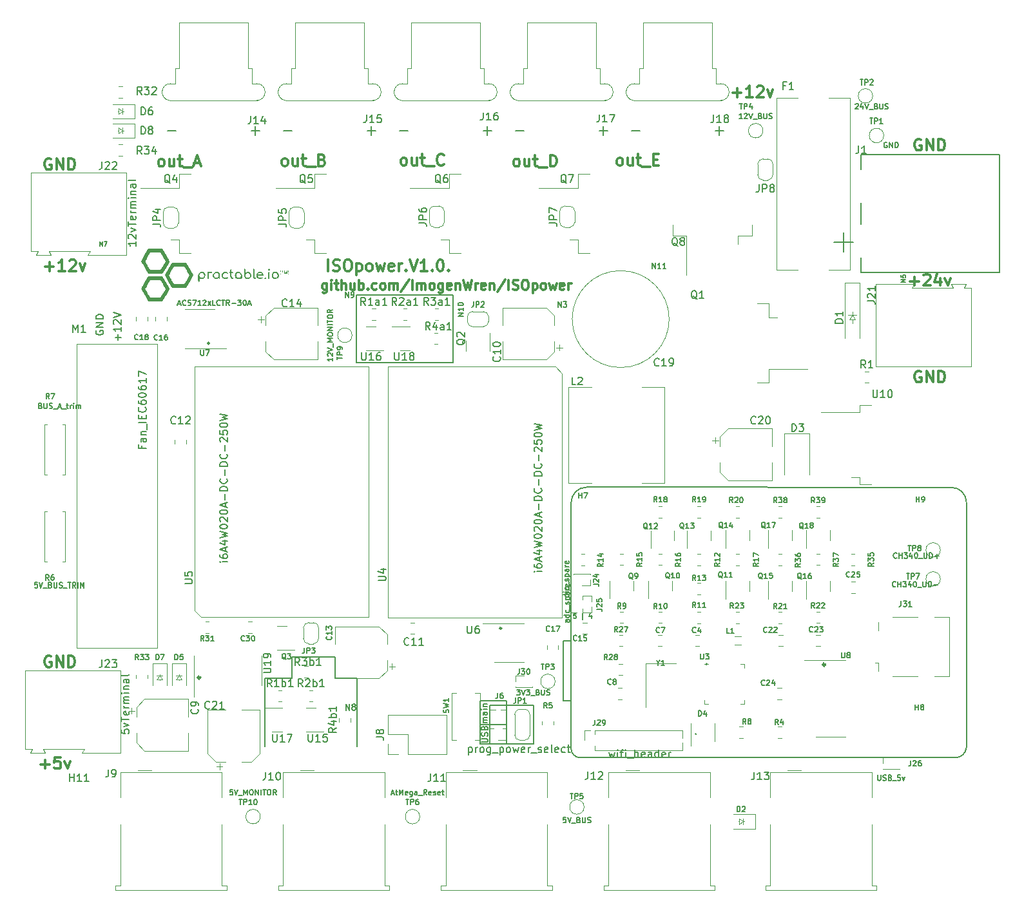
<source format=gbr>
%TF.GenerationSoftware,KiCad,Pcbnew,(6.0.0)*%
%TF.CreationDate,2022-03-07T14:47:04+00:00*%
%TF.ProjectId,ISOpower,49534f70-6f77-4657-922e-6b696361645f,rev?*%
%TF.SameCoordinates,Original*%
%TF.FileFunction,Legend,Top*%
%TF.FilePolarity,Positive*%
%FSLAX46Y46*%
G04 Gerber Fmt 4.6, Leading zero omitted, Abs format (unit mm)*
G04 Created by KiCad (PCBNEW (6.0.0)) date 2022-03-07 14:47:04*
%MOMM*%
%LPD*%
G01*
G04 APERTURE LIST*
%ADD10C,0.150000*%
%ADD11C,0.300000*%
%ADD12C,0.120000*%
%ADD13C,0.152000*%
%ADD14C,0.100000*%
%ADD15C,0.343981*%
%ADD16C,0.239605*%
%ADD17C,0.187000*%
%ADD18C,0.127000*%
G04 APERTURE END LIST*
D10*
X87310000Y-119615000D02*
X90805000Y-119634000D01*
X87310000Y-128590000D02*
X87310000Y-119615000D01*
X99422781Y-119615000D02*
X99422781Y-128590000D01*
X96545000Y-119615000D02*
X99422781Y-119615000D01*
X96545000Y-116840000D02*
X96545000Y-119615000D01*
X90805000Y-116840000D02*
X96545000Y-116840000D01*
X90805000Y-119634000D02*
X90805000Y-116840000D01*
X128651000Y-130048000D02*
X177927000Y-130048000D01*
X115570000Y-122555000D02*
X119034511Y-122555000D01*
X119034511Y-122555000D02*
X119034511Y-125730000D01*
X119034511Y-125730000D02*
X115570000Y-125730000D01*
X115570000Y-125730000D02*
X115570000Y-122555000D01*
X129540000Y-94488000D02*
G75*
G03*
X127508000Y-96520000I0J-2032000D01*
G01*
X126459511Y-114704511D02*
X127508000Y-114704511D01*
X127508000Y-114704511D02*
X127508000Y-122555000D01*
X127508000Y-122555000D02*
X126459511Y-122555000D01*
X126459511Y-122555000D02*
X126459511Y-114704511D01*
X177506159Y-94527841D02*
X129540000Y-94488000D01*
X179451000Y-128651000D02*
X179451000Y-96520000D01*
X179451000Y-96520000D02*
G75*
G03*
X177379159Y-94527841I-1931781J64386D01*
G01*
X177927000Y-130048000D02*
G75*
G03*
X179451000Y-128651000I58367J1466100D01*
G01*
X115570000Y-125730000D02*
X119034511Y-125730000D01*
X119034511Y-125730000D02*
X119034511Y-128270000D01*
X119034511Y-128270000D02*
X115570000Y-128270000D01*
X115570000Y-128270000D02*
X115570000Y-125730000D01*
X99317141Y-69215000D02*
X112017141Y-69215000D01*
X112017141Y-69215000D02*
X112017141Y-78105000D01*
X112017141Y-78105000D02*
X99317141Y-78105000D01*
X99317141Y-78105000D02*
X99317141Y-69215000D01*
X127508001Y-128778000D02*
G75*
G03*
X128651000Y-130048000I1209535J-60768D01*
G01*
X116814511Y-123190000D02*
X122555000Y-123190000D01*
X122555000Y-123190000D02*
X122555000Y-128270000D01*
X122555000Y-128270000D02*
X116814511Y-128270000D01*
X116814511Y-128270000D02*
X116814511Y-123190000D01*
X127508000Y-96393000D02*
X127508000Y-128778000D01*
D11*
X57832857Y-130917142D02*
X58975714Y-130917142D01*
X58404285Y-131488571D02*
X58404285Y-130345714D01*
X60404285Y-129988571D02*
X59690000Y-129988571D01*
X59618571Y-130702857D01*
X59690000Y-130631428D01*
X59832857Y-130560000D01*
X60190000Y-130560000D01*
X60332857Y-130631428D01*
X60404285Y-130702857D01*
X60475714Y-130845714D01*
X60475714Y-131202857D01*
X60404285Y-131345714D01*
X60332857Y-131417142D01*
X60190000Y-131488571D01*
X59832857Y-131488571D01*
X59690000Y-131417142D01*
X59618571Y-131345714D01*
X60975714Y-130488571D02*
X61332857Y-131488571D01*
X61690000Y-130488571D01*
X58388571Y-65512142D02*
X59531428Y-65512142D01*
X58960000Y-66083571D02*
X58960000Y-64940714D01*
X61031428Y-66083571D02*
X60174285Y-66083571D01*
X60602857Y-66083571D02*
X60602857Y-64583571D01*
X60460000Y-64797857D01*
X60317142Y-64940714D01*
X60174285Y-65012142D01*
X61602857Y-64726428D02*
X61674285Y-64655000D01*
X61817142Y-64583571D01*
X62174285Y-64583571D01*
X62317142Y-64655000D01*
X62388571Y-64726428D01*
X62460000Y-64869285D01*
X62460000Y-65012142D01*
X62388571Y-65226428D01*
X61531428Y-66083571D01*
X62460000Y-66083571D01*
X62960000Y-65083571D02*
X63317142Y-66083571D01*
X63674285Y-65083571D01*
D10*
X116481554Y-125459594D02*
X115948221Y-125459594D01*
X116024411Y-125459594D02*
X115986316Y-125421499D01*
X115948221Y-125345309D01*
X115948221Y-125231023D01*
X115986316Y-125154832D01*
X116062507Y-125116737D01*
X116481554Y-125116737D01*
X116062507Y-125116737D02*
X115986316Y-125078642D01*
X115948221Y-125002452D01*
X115948221Y-124888166D01*
X115986316Y-124811975D01*
X116062507Y-124773880D01*
X116481554Y-124773880D01*
X116481554Y-124050071D02*
X116062507Y-124050071D01*
X115986316Y-124088166D01*
X115948221Y-124164356D01*
X115948221Y-124316737D01*
X115986316Y-124392928D01*
X116443459Y-124050071D02*
X116481554Y-124126261D01*
X116481554Y-124316737D01*
X116443459Y-124392928D01*
X116367269Y-124431023D01*
X116291078Y-124431023D01*
X116214888Y-124392928D01*
X116176792Y-124316737D01*
X116176792Y-124126261D01*
X116138697Y-124050071D01*
X116481554Y-123669118D02*
X115948221Y-123669118D01*
X115681554Y-123669118D02*
X115719650Y-123707213D01*
X115757745Y-123669118D01*
X115719650Y-123631023D01*
X115681554Y-123669118D01*
X115757745Y-123669118D01*
X115948221Y-123288166D02*
X116481554Y-123288166D01*
X116024411Y-123288166D02*
X115986316Y-123250071D01*
X115948221Y-123173880D01*
X115948221Y-123059594D01*
X115986316Y-122983404D01*
X116062507Y-122945309D01*
X116481554Y-122945309D01*
D11*
X73569944Y-52331445D02*
X73427087Y-52260016D01*
X73355658Y-52188588D01*
X73284230Y-52045731D01*
X73284230Y-51617159D01*
X73355658Y-51474302D01*
X73427087Y-51402874D01*
X73569944Y-51331445D01*
X73784230Y-51331445D01*
X73927087Y-51402874D01*
X73998516Y-51474302D01*
X74069944Y-51617159D01*
X74069944Y-52045731D01*
X73998516Y-52188588D01*
X73927087Y-52260016D01*
X73784230Y-52331445D01*
X73569944Y-52331445D01*
X75355658Y-51331445D02*
X75355658Y-52331445D01*
X74712801Y-51331445D02*
X74712801Y-52117159D01*
X74784230Y-52260016D01*
X74927087Y-52331445D01*
X75141373Y-52331445D01*
X75284230Y-52260016D01*
X75355658Y-52188588D01*
X75855658Y-51331445D02*
X76427087Y-51331445D01*
X76069944Y-50831445D02*
X76069944Y-52117159D01*
X76141373Y-52260016D01*
X76284230Y-52331445D01*
X76427087Y-52331445D01*
X76569944Y-52474302D02*
X77712801Y-52474302D01*
X77998516Y-51902874D02*
X78712801Y-51902874D01*
X77855658Y-52331445D02*
X78355658Y-50831445D01*
X78855658Y-52331445D01*
X105432804Y-52187544D02*
X105289947Y-52116115D01*
X105218519Y-52044687D01*
X105147090Y-51901830D01*
X105147090Y-51473258D01*
X105218519Y-51330401D01*
X105289947Y-51258973D01*
X105432804Y-51187544D01*
X105647090Y-51187544D01*
X105789947Y-51258973D01*
X105861376Y-51330401D01*
X105932804Y-51473258D01*
X105932804Y-51901830D01*
X105861376Y-52044687D01*
X105789947Y-52116115D01*
X105647090Y-52187544D01*
X105432804Y-52187544D01*
X107218519Y-51187544D02*
X107218519Y-52187544D01*
X106575661Y-51187544D02*
X106575661Y-51973258D01*
X106647090Y-52116115D01*
X106789947Y-52187544D01*
X107004233Y-52187544D01*
X107147090Y-52116115D01*
X107218519Y-52044687D01*
X107718519Y-51187544D02*
X108289947Y-51187544D01*
X107932804Y-50687544D02*
X107932804Y-51973258D01*
X108004233Y-52116115D01*
X108147090Y-52187544D01*
X108289947Y-52187544D01*
X108432804Y-52330401D02*
X109575661Y-52330401D01*
X110789947Y-52044687D02*
X110718519Y-52116115D01*
X110504233Y-52187544D01*
X110361376Y-52187544D01*
X110147090Y-52116115D01*
X110004233Y-51973258D01*
X109932804Y-51830401D01*
X109861376Y-51544687D01*
X109861376Y-51330401D01*
X109932804Y-51044687D01*
X110004233Y-50901830D01*
X110147090Y-50758973D01*
X110361376Y-50687544D01*
X110504233Y-50687544D01*
X110718519Y-50758973D01*
X110789947Y-50830401D01*
X172053571Y-67417142D02*
X173196428Y-67417142D01*
X172625000Y-67988571D02*
X172625000Y-66845714D01*
X173839285Y-66631428D02*
X173910714Y-66560000D01*
X174053571Y-66488571D01*
X174410714Y-66488571D01*
X174553571Y-66560000D01*
X174625000Y-66631428D01*
X174696428Y-66774285D01*
X174696428Y-66917142D01*
X174625000Y-67131428D01*
X173767857Y-67988571D01*
X174696428Y-67988571D01*
X175982142Y-66988571D02*
X175982142Y-67988571D01*
X175625000Y-66417142D02*
X175267857Y-67488571D01*
X176196428Y-67488571D01*
X176625000Y-66988571D02*
X176982142Y-67988571D01*
X177339285Y-66988571D01*
X89804207Y-52267691D02*
X89661350Y-52196262D01*
X89589922Y-52124834D01*
X89518493Y-51981977D01*
X89518493Y-51553405D01*
X89589922Y-51410548D01*
X89661350Y-51339120D01*
X89804207Y-51267691D01*
X90018493Y-51267691D01*
X90161350Y-51339120D01*
X90232779Y-51410548D01*
X90304207Y-51553405D01*
X90304207Y-51981977D01*
X90232779Y-52124834D01*
X90161350Y-52196262D01*
X90018493Y-52267691D01*
X89804207Y-52267691D01*
X91589922Y-51267691D02*
X91589922Y-52267691D01*
X90947064Y-51267691D02*
X90947064Y-52053405D01*
X91018493Y-52196262D01*
X91161350Y-52267691D01*
X91375636Y-52267691D01*
X91518493Y-52196262D01*
X91589922Y-52124834D01*
X92089922Y-51267691D02*
X92661350Y-51267691D01*
X92304207Y-50767691D02*
X92304207Y-52053405D01*
X92375636Y-52196262D01*
X92518493Y-52267691D01*
X92661350Y-52267691D01*
X92804207Y-52410548D02*
X93947064Y-52410548D01*
X94804207Y-51481977D02*
X95018493Y-51553405D01*
X95089922Y-51624834D01*
X95161350Y-51767691D01*
X95161350Y-51981977D01*
X95089922Y-52124834D01*
X95018493Y-52196262D01*
X94875636Y-52267691D01*
X94304207Y-52267691D01*
X94304207Y-50767691D01*
X94804207Y-50767691D01*
X94947064Y-50839120D01*
X95018493Y-50910548D01*
X95089922Y-51053405D01*
X95089922Y-51196262D01*
X95018493Y-51339120D01*
X94947064Y-51410548D01*
X94804207Y-51481977D01*
X94304207Y-51481977D01*
X133805904Y-52220433D02*
X133663047Y-52149004D01*
X133591618Y-52077576D01*
X133520190Y-51934719D01*
X133520190Y-51506147D01*
X133591618Y-51363290D01*
X133663047Y-51291862D01*
X133805904Y-51220433D01*
X134020190Y-51220433D01*
X134163047Y-51291862D01*
X134234475Y-51363290D01*
X134305904Y-51506147D01*
X134305904Y-51934719D01*
X134234475Y-52077576D01*
X134163047Y-52149004D01*
X134020190Y-52220433D01*
X133805904Y-52220433D01*
X135591618Y-51220433D02*
X135591618Y-52220433D01*
X134948761Y-51220433D02*
X134948761Y-52006147D01*
X135020190Y-52149004D01*
X135163047Y-52220433D01*
X135377332Y-52220433D01*
X135520190Y-52149004D01*
X135591618Y-52077576D01*
X136091618Y-51220433D02*
X136663047Y-51220433D01*
X136305904Y-50720433D02*
X136305904Y-52006147D01*
X136377332Y-52149004D01*
X136520190Y-52220433D01*
X136663047Y-52220433D01*
X136805904Y-52363290D02*
X137948761Y-52363290D01*
X138305904Y-51434719D02*
X138805904Y-51434719D01*
X139020190Y-52220433D02*
X138305904Y-52220433D01*
X138305904Y-50720433D01*
X139020190Y-50720433D01*
D10*
X115766904Y-128009523D02*
X116414523Y-128009523D01*
X116490714Y-127971428D01*
X116528809Y-127933333D01*
X116566904Y-127857142D01*
X116566904Y-127704761D01*
X116528809Y-127628571D01*
X116490714Y-127590476D01*
X116414523Y-127552380D01*
X115766904Y-127552380D01*
X116528809Y-127209523D02*
X116566904Y-127095238D01*
X116566904Y-126904761D01*
X116528809Y-126828571D01*
X116490714Y-126790476D01*
X116414523Y-126752380D01*
X116338333Y-126752380D01*
X116262142Y-126790476D01*
X116224047Y-126828571D01*
X116185952Y-126904761D01*
X116147857Y-127057142D01*
X116109761Y-127133333D01*
X116071666Y-127171428D01*
X115995476Y-127209523D01*
X115919285Y-127209523D01*
X115843095Y-127171428D01*
X115805000Y-127133333D01*
X115766904Y-127057142D01*
X115766904Y-126866666D01*
X115805000Y-126752380D01*
X116147857Y-126142857D02*
X116185952Y-126028571D01*
X116224047Y-125990476D01*
X116300238Y-125952380D01*
X116414523Y-125952380D01*
X116490714Y-125990476D01*
X116528809Y-126028571D01*
X116566904Y-126104761D01*
X116566904Y-126409523D01*
X115766904Y-126409523D01*
X115766904Y-126142857D01*
X115805000Y-126066666D01*
X115843095Y-126028571D01*
X115919285Y-125990476D01*
X115995476Y-125990476D01*
X116071666Y-126028571D01*
X116109761Y-126066666D01*
X116147857Y-126142857D01*
X116147857Y-126409523D01*
D11*
X95612142Y-66083571D02*
X95612142Y-64583571D01*
X96255000Y-66012142D02*
X96469285Y-66083571D01*
X96826428Y-66083571D01*
X96969285Y-66012142D01*
X97040714Y-65940714D01*
X97112142Y-65797857D01*
X97112142Y-65655000D01*
X97040714Y-65512142D01*
X96969285Y-65440714D01*
X96826428Y-65369285D01*
X96540714Y-65297857D01*
X96397857Y-65226428D01*
X96326428Y-65155000D01*
X96255000Y-65012142D01*
X96255000Y-64869285D01*
X96326428Y-64726428D01*
X96397857Y-64655000D01*
X96540714Y-64583571D01*
X96897857Y-64583571D01*
X97112142Y-64655000D01*
X98040714Y-64583571D02*
X98326428Y-64583571D01*
X98469285Y-64655000D01*
X98612142Y-64797857D01*
X98683571Y-65083571D01*
X98683571Y-65583571D01*
X98612142Y-65869285D01*
X98469285Y-66012142D01*
X98326428Y-66083571D01*
X98040714Y-66083571D01*
X97897857Y-66012142D01*
X97755000Y-65869285D01*
X97683571Y-65583571D01*
X97683571Y-65083571D01*
X97755000Y-64797857D01*
X97897857Y-64655000D01*
X98040714Y-64583571D01*
X99326428Y-65083571D02*
X99326428Y-66583571D01*
X99326428Y-65155000D02*
X99469285Y-65083571D01*
X99755000Y-65083571D01*
X99897857Y-65155000D01*
X99969285Y-65226428D01*
X100040714Y-65369285D01*
X100040714Y-65797857D01*
X99969285Y-65940714D01*
X99897857Y-66012142D01*
X99755000Y-66083571D01*
X99469285Y-66083571D01*
X99326428Y-66012142D01*
X100897857Y-66083571D02*
X100755000Y-66012142D01*
X100683571Y-65940714D01*
X100612142Y-65797857D01*
X100612142Y-65369285D01*
X100683571Y-65226428D01*
X100755000Y-65155000D01*
X100897857Y-65083571D01*
X101112142Y-65083571D01*
X101255000Y-65155000D01*
X101326428Y-65226428D01*
X101397857Y-65369285D01*
X101397857Y-65797857D01*
X101326428Y-65940714D01*
X101255000Y-66012142D01*
X101112142Y-66083571D01*
X100897857Y-66083571D01*
X101897857Y-65083571D02*
X102183571Y-66083571D01*
X102469285Y-65369285D01*
X102755000Y-66083571D01*
X103040714Y-65083571D01*
X104183571Y-66012142D02*
X104040714Y-66083571D01*
X103755000Y-66083571D01*
X103612142Y-66012142D01*
X103540714Y-65869285D01*
X103540714Y-65297857D01*
X103612142Y-65155000D01*
X103755000Y-65083571D01*
X104040714Y-65083571D01*
X104183571Y-65155000D01*
X104255000Y-65297857D01*
X104255000Y-65440714D01*
X103540714Y-65583571D01*
X104897857Y-66083571D02*
X104897857Y-65083571D01*
X104897857Y-65369285D02*
X104969285Y-65226428D01*
X105040714Y-65155000D01*
X105183571Y-65083571D01*
X105326428Y-65083571D01*
X105826428Y-65940714D02*
X105897857Y-66012142D01*
X105826428Y-66083571D01*
X105755000Y-66012142D01*
X105826428Y-65940714D01*
X105826428Y-66083571D01*
X106326428Y-64583571D02*
X106826428Y-66083571D01*
X107326428Y-64583571D01*
X108612142Y-66083571D02*
X107755000Y-66083571D01*
X108183571Y-66083571D02*
X108183571Y-64583571D01*
X108040714Y-64797857D01*
X107897857Y-64940714D01*
X107755000Y-65012142D01*
X109255000Y-65940714D02*
X109326428Y-66012142D01*
X109255000Y-66083571D01*
X109183571Y-66012142D01*
X109255000Y-65940714D01*
X109255000Y-66083571D01*
X110255000Y-64583571D02*
X110397857Y-64583571D01*
X110540714Y-64655000D01*
X110612142Y-64726428D01*
X110683571Y-64869285D01*
X110755000Y-65155000D01*
X110755000Y-65512142D01*
X110683571Y-65797857D01*
X110612142Y-65940714D01*
X110540714Y-66012142D01*
X110397857Y-66083571D01*
X110255000Y-66083571D01*
X110112142Y-66012142D01*
X110040714Y-65940714D01*
X109969285Y-65797857D01*
X109897857Y-65512142D01*
X109897857Y-65155000D01*
X109969285Y-64869285D01*
X110040714Y-64726428D01*
X110112142Y-64655000D01*
X110255000Y-64583571D01*
X111397857Y-65940714D02*
X111469285Y-66012142D01*
X111397857Y-66083571D01*
X111326428Y-66012142D01*
X111397857Y-65940714D01*
X111397857Y-66083571D01*
X173482142Y-48780000D02*
X173339285Y-48708571D01*
X173125000Y-48708571D01*
X172910714Y-48780000D01*
X172767857Y-48922857D01*
X172696428Y-49065714D01*
X172625000Y-49351428D01*
X172625000Y-49565714D01*
X172696428Y-49851428D01*
X172767857Y-49994285D01*
X172910714Y-50137142D01*
X173125000Y-50208571D01*
X173267857Y-50208571D01*
X173482142Y-50137142D01*
X173553571Y-50065714D01*
X173553571Y-49565714D01*
X173267857Y-49565714D01*
X174196428Y-50208571D02*
X174196428Y-48708571D01*
X175053571Y-50208571D01*
X175053571Y-48708571D01*
X175767857Y-50208571D02*
X175767857Y-48708571D01*
X176125000Y-48708571D01*
X176339285Y-48780000D01*
X176482142Y-48922857D01*
X176553571Y-49065714D01*
X176625000Y-49351428D01*
X176625000Y-49565714D01*
X176553571Y-49851428D01*
X176482142Y-49994285D01*
X176339285Y-50137142D01*
X176125000Y-50208571D01*
X175767857Y-50208571D01*
X148726986Y-42652142D02*
X149869843Y-42652142D01*
X149298415Y-43223571D02*
X149298415Y-42080714D01*
X151369843Y-43223571D02*
X150512700Y-43223571D01*
X150941272Y-43223571D02*
X150941272Y-41723571D01*
X150798415Y-41937857D01*
X150655557Y-42080714D01*
X150512700Y-42152142D01*
X151941272Y-41866428D02*
X152012700Y-41795000D01*
X152155557Y-41723571D01*
X152512700Y-41723571D01*
X152655557Y-41795000D01*
X152726986Y-41866428D01*
X152798415Y-42009285D01*
X152798415Y-42152142D01*
X152726986Y-42366428D01*
X151869843Y-43223571D01*
X152798415Y-43223571D01*
X153298415Y-42223571D02*
X153655557Y-43223571D01*
X154012700Y-42223571D01*
X59182142Y-51320000D02*
X59039285Y-51248571D01*
X58825000Y-51248571D01*
X58610714Y-51320000D01*
X58467857Y-51462857D01*
X58396428Y-51605714D01*
X58325000Y-51891428D01*
X58325000Y-52105714D01*
X58396428Y-52391428D01*
X58467857Y-52534285D01*
X58610714Y-52677142D01*
X58825000Y-52748571D01*
X58967857Y-52748571D01*
X59182142Y-52677142D01*
X59253571Y-52605714D01*
X59253571Y-52105714D01*
X58967857Y-52105714D01*
X59896428Y-52748571D02*
X59896428Y-51248571D01*
X60753571Y-52748571D01*
X60753571Y-51248571D01*
X61467857Y-52748571D02*
X61467857Y-51248571D01*
X61825000Y-51248571D01*
X62039285Y-51320000D01*
X62182142Y-51462857D01*
X62253571Y-51605714D01*
X62325000Y-51891428D01*
X62325000Y-52105714D01*
X62253571Y-52391428D01*
X62182142Y-52534285D01*
X62039285Y-52677142D01*
X61825000Y-52748571D01*
X61467857Y-52748571D01*
X173482142Y-79260000D02*
X173339285Y-79188571D01*
X173125000Y-79188571D01*
X172910714Y-79260000D01*
X172767857Y-79402857D01*
X172696428Y-79545714D01*
X172625000Y-79831428D01*
X172625000Y-80045714D01*
X172696428Y-80331428D01*
X172767857Y-80474285D01*
X172910714Y-80617142D01*
X173125000Y-80688571D01*
X173267857Y-80688571D01*
X173482142Y-80617142D01*
X173553571Y-80545714D01*
X173553571Y-80045714D01*
X173267857Y-80045714D01*
X174196428Y-80688571D02*
X174196428Y-79188571D01*
X175053571Y-80688571D01*
X175053571Y-79188571D01*
X175767857Y-80688571D02*
X175767857Y-79188571D01*
X176125000Y-79188571D01*
X176339285Y-79260000D01*
X176482142Y-79402857D01*
X176553571Y-79545714D01*
X176625000Y-79831428D01*
X176625000Y-80045714D01*
X176553571Y-80331428D01*
X176482142Y-80474285D01*
X176339285Y-80617142D01*
X176125000Y-80688571D01*
X175767857Y-80688571D01*
D10*
X128144285Y-111110472D02*
X127858571Y-111110472D01*
X127830000Y-111396186D01*
X127858571Y-111367615D01*
X127915714Y-111339044D01*
X128058571Y-111339044D01*
X128115714Y-111367615D01*
X128144285Y-111396186D01*
X128172857Y-111453329D01*
X128172857Y-111596186D01*
X128144285Y-111653329D01*
X128115714Y-111681901D01*
X128058571Y-111710472D01*
X127915714Y-111710472D01*
X127858571Y-111681901D01*
X127830000Y-111653329D01*
X129030000Y-111910472D02*
X129030000Y-111053329D01*
X130172857Y-111310472D02*
X130172857Y-111710472D01*
X130030000Y-111081901D02*
X129887142Y-111510472D01*
X130258571Y-111510472D01*
D11*
X120243122Y-52327295D02*
X120100265Y-52255866D01*
X120028837Y-52184438D01*
X119957408Y-52041581D01*
X119957408Y-51613009D01*
X120028837Y-51470152D01*
X120100265Y-51398724D01*
X120243122Y-51327295D01*
X120457408Y-51327295D01*
X120600265Y-51398724D01*
X120671694Y-51470152D01*
X120743122Y-51613009D01*
X120743122Y-52041581D01*
X120671694Y-52184438D01*
X120600265Y-52255866D01*
X120457408Y-52327295D01*
X120243122Y-52327295D01*
X122028837Y-51327295D02*
X122028837Y-52327295D01*
X121385979Y-51327295D02*
X121385979Y-52113009D01*
X121457408Y-52255866D01*
X121600265Y-52327295D01*
X121814551Y-52327295D01*
X121957408Y-52255866D01*
X122028837Y-52184438D01*
X122528837Y-51327295D02*
X123100265Y-51327295D01*
X122743122Y-50827295D02*
X122743122Y-52113009D01*
X122814551Y-52255866D01*
X122957408Y-52327295D01*
X123100265Y-52327295D01*
X123243122Y-52470152D02*
X124385979Y-52470152D01*
X124743122Y-52327295D02*
X124743122Y-50827295D01*
X125100265Y-50827295D01*
X125314551Y-50898724D01*
X125457408Y-51041581D01*
X125528837Y-51184438D01*
X125600265Y-51470152D01*
X125600265Y-51684438D01*
X125528837Y-51970152D01*
X125457408Y-52113009D01*
X125314551Y-52255866D01*
X125100265Y-52327295D01*
X124743122Y-52327295D01*
X59182142Y-116725000D02*
X59039285Y-116653571D01*
X58825000Y-116653571D01*
X58610714Y-116725000D01*
X58467857Y-116867857D01*
X58396428Y-117010714D01*
X58325000Y-117296428D01*
X58325000Y-117510714D01*
X58396428Y-117796428D01*
X58467857Y-117939285D01*
X58610714Y-118082142D01*
X58825000Y-118153571D01*
X58967857Y-118153571D01*
X59182142Y-118082142D01*
X59253571Y-118010714D01*
X59253571Y-117510714D01*
X58967857Y-117510714D01*
X59896428Y-118153571D02*
X59896428Y-116653571D01*
X60753571Y-118153571D01*
X60753571Y-116653571D01*
X61467857Y-118153571D02*
X61467857Y-116653571D01*
X61825000Y-116653571D01*
X62039285Y-116725000D01*
X62182142Y-116867857D01*
X62253571Y-117010714D01*
X62325000Y-117296428D01*
X62325000Y-117510714D01*
X62253571Y-117796428D01*
X62182142Y-117939285D01*
X62039285Y-118082142D01*
X61825000Y-118153571D01*
X61467857Y-118153571D01*
X95431428Y-67672857D02*
X95431428Y-68700952D01*
X95370952Y-68821904D01*
X95310476Y-68882380D01*
X95189523Y-68942857D01*
X95008095Y-68942857D01*
X94887142Y-68882380D01*
X95431428Y-68459047D02*
X95310476Y-68519523D01*
X95068571Y-68519523D01*
X94947619Y-68459047D01*
X94887142Y-68398571D01*
X94826666Y-68277619D01*
X94826666Y-67914761D01*
X94887142Y-67793809D01*
X94947619Y-67733333D01*
X95068571Y-67672857D01*
X95310476Y-67672857D01*
X95431428Y-67733333D01*
X96036190Y-68519523D02*
X96036190Y-67672857D01*
X96036190Y-67249523D02*
X95975714Y-67310000D01*
X96036190Y-67370476D01*
X96096666Y-67310000D01*
X96036190Y-67249523D01*
X96036190Y-67370476D01*
X96459523Y-67672857D02*
X96943333Y-67672857D01*
X96640952Y-67249523D02*
X96640952Y-68338095D01*
X96701428Y-68459047D01*
X96822380Y-68519523D01*
X96943333Y-68519523D01*
X97366666Y-68519523D02*
X97366666Y-67249523D01*
X97910952Y-68519523D02*
X97910952Y-67854285D01*
X97850476Y-67733333D01*
X97729523Y-67672857D01*
X97548095Y-67672857D01*
X97427142Y-67733333D01*
X97366666Y-67793809D01*
X99060000Y-67672857D02*
X99060000Y-68519523D01*
X98515714Y-67672857D02*
X98515714Y-68338095D01*
X98576190Y-68459047D01*
X98697142Y-68519523D01*
X98878571Y-68519523D01*
X98999523Y-68459047D01*
X99060000Y-68398571D01*
X99664761Y-68519523D02*
X99664761Y-67249523D01*
X99664761Y-67733333D02*
X99785714Y-67672857D01*
X100027619Y-67672857D01*
X100148571Y-67733333D01*
X100209047Y-67793809D01*
X100269523Y-67914761D01*
X100269523Y-68277619D01*
X100209047Y-68398571D01*
X100148571Y-68459047D01*
X100027619Y-68519523D01*
X99785714Y-68519523D01*
X99664761Y-68459047D01*
X100813809Y-68398571D02*
X100874285Y-68459047D01*
X100813809Y-68519523D01*
X100753333Y-68459047D01*
X100813809Y-68398571D01*
X100813809Y-68519523D01*
X101962857Y-68459047D02*
X101841904Y-68519523D01*
X101600000Y-68519523D01*
X101479047Y-68459047D01*
X101418571Y-68398571D01*
X101358095Y-68277619D01*
X101358095Y-67914761D01*
X101418571Y-67793809D01*
X101479047Y-67733333D01*
X101600000Y-67672857D01*
X101841904Y-67672857D01*
X101962857Y-67733333D01*
X102688571Y-68519523D02*
X102567619Y-68459047D01*
X102507142Y-68398571D01*
X102446666Y-68277619D01*
X102446666Y-67914761D01*
X102507142Y-67793809D01*
X102567619Y-67733333D01*
X102688571Y-67672857D01*
X102870000Y-67672857D01*
X102990952Y-67733333D01*
X103051428Y-67793809D01*
X103111904Y-67914761D01*
X103111904Y-68277619D01*
X103051428Y-68398571D01*
X102990952Y-68459047D01*
X102870000Y-68519523D01*
X102688571Y-68519523D01*
X103656190Y-68519523D02*
X103656190Y-67672857D01*
X103656190Y-67793809D02*
X103716666Y-67733333D01*
X103837619Y-67672857D01*
X104019047Y-67672857D01*
X104140000Y-67733333D01*
X104200476Y-67854285D01*
X104200476Y-68519523D01*
X104200476Y-67854285D02*
X104260952Y-67733333D01*
X104381904Y-67672857D01*
X104563333Y-67672857D01*
X104684285Y-67733333D01*
X104744761Y-67854285D01*
X104744761Y-68519523D01*
X106256666Y-67189047D02*
X105168095Y-68821904D01*
X106680000Y-68519523D02*
X106680000Y-67249523D01*
X107284761Y-68519523D02*
X107284761Y-67672857D01*
X107284761Y-67793809D02*
X107345238Y-67733333D01*
X107466190Y-67672857D01*
X107647619Y-67672857D01*
X107768571Y-67733333D01*
X107829047Y-67854285D01*
X107829047Y-68519523D01*
X107829047Y-67854285D02*
X107889523Y-67733333D01*
X108010476Y-67672857D01*
X108191904Y-67672857D01*
X108312857Y-67733333D01*
X108373333Y-67854285D01*
X108373333Y-68519523D01*
X109159523Y-68519523D02*
X109038571Y-68459047D01*
X108978095Y-68398571D01*
X108917619Y-68277619D01*
X108917619Y-67914761D01*
X108978095Y-67793809D01*
X109038571Y-67733333D01*
X109159523Y-67672857D01*
X109340952Y-67672857D01*
X109461904Y-67733333D01*
X109522380Y-67793809D01*
X109582857Y-67914761D01*
X109582857Y-68277619D01*
X109522380Y-68398571D01*
X109461904Y-68459047D01*
X109340952Y-68519523D01*
X109159523Y-68519523D01*
X110671428Y-67672857D02*
X110671428Y-68700952D01*
X110610952Y-68821904D01*
X110550476Y-68882380D01*
X110429523Y-68942857D01*
X110248095Y-68942857D01*
X110127142Y-68882380D01*
X110671428Y-68459047D02*
X110550476Y-68519523D01*
X110308571Y-68519523D01*
X110187619Y-68459047D01*
X110127142Y-68398571D01*
X110066666Y-68277619D01*
X110066666Y-67914761D01*
X110127142Y-67793809D01*
X110187619Y-67733333D01*
X110308571Y-67672857D01*
X110550476Y-67672857D01*
X110671428Y-67733333D01*
X111760000Y-68459047D02*
X111639047Y-68519523D01*
X111397142Y-68519523D01*
X111276190Y-68459047D01*
X111215714Y-68338095D01*
X111215714Y-67854285D01*
X111276190Y-67733333D01*
X111397142Y-67672857D01*
X111639047Y-67672857D01*
X111760000Y-67733333D01*
X111820476Y-67854285D01*
X111820476Y-67975238D01*
X111215714Y-68096190D01*
X112364761Y-67672857D02*
X112364761Y-68519523D01*
X112364761Y-67793809D02*
X112425238Y-67733333D01*
X112546190Y-67672857D01*
X112727619Y-67672857D01*
X112848571Y-67733333D01*
X112909047Y-67854285D01*
X112909047Y-68519523D01*
X113392857Y-67249523D02*
X113695238Y-68519523D01*
X113937142Y-67612380D01*
X114179047Y-68519523D01*
X114481428Y-67249523D01*
X114965238Y-68519523D02*
X114965238Y-67672857D01*
X114965238Y-67914761D02*
X115025714Y-67793809D01*
X115086190Y-67733333D01*
X115207142Y-67672857D01*
X115328095Y-67672857D01*
X116235238Y-68459047D02*
X116114285Y-68519523D01*
X115872380Y-68519523D01*
X115751428Y-68459047D01*
X115690952Y-68338095D01*
X115690952Y-67854285D01*
X115751428Y-67733333D01*
X115872380Y-67672857D01*
X116114285Y-67672857D01*
X116235238Y-67733333D01*
X116295714Y-67854285D01*
X116295714Y-67975238D01*
X115690952Y-68096190D01*
X116840000Y-67672857D02*
X116840000Y-68519523D01*
X116840000Y-67793809D02*
X116900476Y-67733333D01*
X117021428Y-67672857D01*
X117202857Y-67672857D01*
X117323809Y-67733333D01*
X117384285Y-67854285D01*
X117384285Y-68519523D01*
X118896190Y-67189047D02*
X117807619Y-68821904D01*
X119319523Y-68519523D02*
X119319523Y-67249523D01*
X119863809Y-68459047D02*
X120045238Y-68519523D01*
X120347619Y-68519523D01*
X120468571Y-68459047D01*
X120529047Y-68398571D01*
X120589523Y-68277619D01*
X120589523Y-68156666D01*
X120529047Y-68035714D01*
X120468571Y-67975238D01*
X120347619Y-67914761D01*
X120105714Y-67854285D01*
X119984761Y-67793809D01*
X119924285Y-67733333D01*
X119863809Y-67612380D01*
X119863809Y-67491428D01*
X119924285Y-67370476D01*
X119984761Y-67310000D01*
X120105714Y-67249523D01*
X120408095Y-67249523D01*
X120589523Y-67310000D01*
X121375714Y-67249523D02*
X121617619Y-67249523D01*
X121738571Y-67310000D01*
X121859523Y-67430952D01*
X121920000Y-67672857D01*
X121920000Y-68096190D01*
X121859523Y-68338095D01*
X121738571Y-68459047D01*
X121617619Y-68519523D01*
X121375714Y-68519523D01*
X121254761Y-68459047D01*
X121133809Y-68338095D01*
X121073333Y-68096190D01*
X121073333Y-67672857D01*
X121133809Y-67430952D01*
X121254761Y-67310000D01*
X121375714Y-67249523D01*
X122464285Y-67672857D02*
X122464285Y-68942857D01*
X122464285Y-67733333D02*
X122585238Y-67672857D01*
X122827142Y-67672857D01*
X122948095Y-67733333D01*
X123008571Y-67793809D01*
X123069047Y-67914761D01*
X123069047Y-68277619D01*
X123008571Y-68398571D01*
X122948095Y-68459047D01*
X122827142Y-68519523D01*
X122585238Y-68519523D01*
X122464285Y-68459047D01*
X123794761Y-68519523D02*
X123673809Y-68459047D01*
X123613333Y-68398571D01*
X123552857Y-68277619D01*
X123552857Y-67914761D01*
X123613333Y-67793809D01*
X123673809Y-67733333D01*
X123794761Y-67672857D01*
X123976190Y-67672857D01*
X124097142Y-67733333D01*
X124157619Y-67793809D01*
X124218095Y-67914761D01*
X124218095Y-68277619D01*
X124157619Y-68398571D01*
X124097142Y-68459047D01*
X123976190Y-68519523D01*
X123794761Y-68519523D01*
X124641428Y-67672857D02*
X124883333Y-68519523D01*
X125125238Y-67914761D01*
X125367142Y-68519523D01*
X125609047Y-67672857D01*
X126576666Y-68459047D02*
X126455714Y-68519523D01*
X126213809Y-68519523D01*
X126092857Y-68459047D01*
X126032380Y-68338095D01*
X126032380Y-67854285D01*
X126092857Y-67733333D01*
X126213809Y-67672857D01*
X126455714Y-67672857D01*
X126576666Y-67733333D01*
X126637142Y-67854285D01*
X126637142Y-67975238D01*
X126032380Y-68096190D01*
X127181428Y-68519523D02*
X127181428Y-67672857D01*
X127181428Y-67914761D02*
X127241904Y-67793809D01*
X127302380Y-67733333D01*
X127423333Y-67672857D01*
X127544285Y-67672857D01*
D10*
%TO.C,D4*%
X144259418Y-124554882D02*
X144259418Y-123854882D01*
X144426085Y-123854882D01*
X144526085Y-123888216D01*
X144592751Y-123954882D01*
X144626085Y-124021549D01*
X144659418Y-124154882D01*
X144659418Y-124254882D01*
X144626085Y-124388216D01*
X144592751Y-124454882D01*
X144526085Y-124521549D01*
X144426085Y-124554882D01*
X144259418Y-124554882D01*
X145259418Y-124088216D02*
X145259418Y-124554882D01*
X145092751Y-123821549D02*
X144926085Y-124321549D01*
X145359418Y-124321549D01*
%TO.C,D5*%
X75463818Y-117156666D02*
X75463818Y-116456666D01*
X75630485Y-116456666D01*
X75730485Y-116490000D01*
X75797151Y-116556666D01*
X75830485Y-116623333D01*
X75863818Y-116756666D01*
X75863818Y-116856666D01*
X75830485Y-116990000D01*
X75797151Y-117056666D01*
X75730485Y-117123333D01*
X75630485Y-117156666D01*
X75463818Y-117156666D01*
X76497151Y-116456666D02*
X76163818Y-116456666D01*
X76130485Y-116790000D01*
X76163818Y-116756666D01*
X76230485Y-116723333D01*
X76397151Y-116723333D01*
X76463818Y-116756666D01*
X76497151Y-116790000D01*
X76530485Y-116856666D01*
X76530485Y-117023333D01*
X76497151Y-117090000D01*
X76463818Y-117123333D01*
X76397151Y-117156666D01*
X76230485Y-117156666D01*
X76163818Y-117123333D01*
X76130485Y-117090000D01*
%TO.C,D2*%
X149309856Y-137157476D02*
X149309856Y-136457476D01*
X149476523Y-136457476D01*
X149576523Y-136490810D01*
X149643189Y-136557476D01*
X149676523Y-136624143D01*
X149709856Y-136757476D01*
X149709856Y-136857476D01*
X149676523Y-136990810D01*
X149643189Y-137057476D01*
X149576523Y-137124143D01*
X149476523Y-137157476D01*
X149309856Y-137157476D01*
X149976523Y-136524143D02*
X150009856Y-136490810D01*
X150076523Y-136457476D01*
X150243189Y-136457476D01*
X150309856Y-136490810D01*
X150343189Y-136524143D01*
X150376523Y-136590810D01*
X150376523Y-136657476D01*
X150343189Y-136757476D01*
X149943189Y-137157476D01*
X150376523Y-137157476D01*
%TO.C,D6*%
X71016904Y-45537380D02*
X71016904Y-44537380D01*
X71255000Y-44537380D01*
X71397857Y-44585000D01*
X71493095Y-44680238D01*
X71540714Y-44775476D01*
X71588333Y-44965952D01*
X71588333Y-45108809D01*
X71540714Y-45299285D01*
X71493095Y-45394523D01*
X71397857Y-45489761D01*
X71255000Y-45537380D01*
X71016904Y-45537380D01*
X72445476Y-44537380D02*
X72255000Y-44537380D01*
X72159761Y-44585000D01*
X72112142Y-44632619D01*
X72016904Y-44775476D01*
X71969285Y-44965952D01*
X71969285Y-45346904D01*
X72016904Y-45442142D01*
X72064523Y-45489761D01*
X72159761Y-45537380D01*
X72350238Y-45537380D01*
X72445476Y-45489761D01*
X72493095Y-45442142D01*
X72540714Y-45346904D01*
X72540714Y-45108809D01*
X72493095Y-45013571D01*
X72445476Y-44965952D01*
X72350238Y-44918333D01*
X72159761Y-44918333D01*
X72064523Y-44965952D01*
X72016904Y-45013571D01*
X71969285Y-45108809D01*
%TO.C,D7*%
X72957844Y-117156666D02*
X72957844Y-116456666D01*
X73124511Y-116456666D01*
X73224511Y-116490000D01*
X73291177Y-116556666D01*
X73324511Y-116623333D01*
X73357844Y-116756666D01*
X73357844Y-116856666D01*
X73324511Y-116990000D01*
X73291177Y-117056666D01*
X73224511Y-117123333D01*
X73124511Y-117156666D01*
X72957844Y-117156666D01*
X73591177Y-116456666D02*
X74057844Y-116456666D01*
X73757844Y-117156666D01*
%TO.C,D8*%
X71016904Y-48077380D02*
X71016904Y-47077380D01*
X71255000Y-47077380D01*
X71397857Y-47125000D01*
X71493095Y-47220238D01*
X71540714Y-47315476D01*
X71588333Y-47505952D01*
X71588333Y-47648809D01*
X71540714Y-47839285D01*
X71493095Y-47934523D01*
X71397857Y-48029761D01*
X71255000Y-48077380D01*
X71016904Y-48077380D01*
X72159761Y-47505952D02*
X72064523Y-47458333D01*
X72016904Y-47410714D01*
X71969285Y-47315476D01*
X71969285Y-47267857D01*
X72016904Y-47172619D01*
X72064523Y-47125000D01*
X72159761Y-47077380D01*
X72350238Y-47077380D01*
X72445476Y-47125000D01*
X72493095Y-47172619D01*
X72540714Y-47267857D01*
X72540714Y-47315476D01*
X72493095Y-47410714D01*
X72445476Y-47458333D01*
X72350238Y-47505952D01*
X72159761Y-47505952D01*
X72064523Y-47553571D01*
X72016904Y-47601190D01*
X71969285Y-47696428D01*
X71969285Y-47886904D01*
X72016904Y-47982142D01*
X72064523Y-48029761D01*
X72159761Y-48077380D01*
X72350238Y-48077380D01*
X72445476Y-48029761D01*
X72493095Y-47982142D01*
X72540714Y-47886904D01*
X72540714Y-47696428D01*
X72493095Y-47601190D01*
X72445476Y-47553571D01*
X72350238Y-47505952D01*
%TO.C,D1*%
X163197869Y-72918095D02*
X162197869Y-72918095D01*
X162197869Y-72680000D01*
X162245489Y-72537142D01*
X162340727Y-72441904D01*
X162435965Y-72394285D01*
X162626441Y-72346666D01*
X162769298Y-72346666D01*
X162959774Y-72394285D01*
X163055012Y-72441904D01*
X163150250Y-72537142D01*
X163197869Y-72680000D01*
X163197869Y-72918095D01*
X163197869Y-71394285D02*
X163197869Y-71965714D01*
X163197869Y-71680000D02*
X162197869Y-71680000D01*
X162340727Y-71775238D01*
X162435965Y-71870476D01*
X162483584Y-71965714D01*
%TO.C,U8*%
X163052795Y-116218353D02*
X163052795Y-116785020D01*
X163086129Y-116851687D01*
X163119462Y-116885020D01*
X163186129Y-116918353D01*
X163319462Y-116918353D01*
X163386129Y-116885020D01*
X163419462Y-116851687D01*
X163452795Y-116785020D01*
X163452795Y-116218353D01*
X163886129Y-116518353D02*
X163819462Y-116485020D01*
X163786129Y-116451687D01*
X163752795Y-116385020D01*
X163752795Y-116351687D01*
X163786129Y-116285020D01*
X163819462Y-116251687D01*
X163886129Y-116218353D01*
X164019462Y-116218353D01*
X164086129Y-116251687D01*
X164119462Y-116285020D01*
X164152795Y-116351687D01*
X164152795Y-116385020D01*
X164119462Y-116451687D01*
X164086129Y-116485020D01*
X164019462Y-116518353D01*
X163886129Y-116518353D01*
X163819462Y-116551687D01*
X163786129Y-116585020D01*
X163752795Y-116651687D01*
X163752795Y-116785020D01*
X163786129Y-116851687D01*
X163819462Y-116885020D01*
X163886129Y-116918353D01*
X164019462Y-116918353D01*
X164086129Y-116885020D01*
X164119462Y-116851687D01*
X164152795Y-116785020D01*
X164152795Y-116651687D01*
X164119462Y-116585020D01*
X164086129Y-116551687D01*
X164019462Y-116518353D01*
%TO.C,U6*%
X113888411Y-112713853D02*
X113888411Y-113523377D01*
X113936030Y-113618615D01*
X113983649Y-113666234D01*
X114078887Y-113713853D01*
X114269363Y-113713853D01*
X114364601Y-113666234D01*
X114412220Y-113618615D01*
X114459839Y-113523377D01*
X114459839Y-112713853D01*
X115364601Y-112713853D02*
X115174125Y-112713853D01*
X115078887Y-112761473D01*
X115031268Y-112809092D01*
X114936030Y-112951949D01*
X114888411Y-113142425D01*
X114888411Y-113523377D01*
X114936030Y-113618615D01*
X114983649Y-113666234D01*
X115078887Y-113713853D01*
X115269363Y-113713853D01*
X115364601Y-113666234D01*
X115412220Y-113618615D01*
X115459839Y-113523377D01*
X115459839Y-113285282D01*
X115412220Y-113190044D01*
X115364601Y-113142425D01*
X115269363Y-113094806D01*
X115078887Y-113094806D01*
X114983649Y-113142425D01*
X114936030Y-113190044D01*
X114888411Y-113285282D01*
%TO.C,U7*%
X78841666Y-76451666D02*
X78841666Y-77018333D01*
X78875000Y-77085000D01*
X78908333Y-77118333D01*
X78975000Y-77151666D01*
X79108333Y-77151666D01*
X79175000Y-77118333D01*
X79208333Y-77085000D01*
X79241666Y-77018333D01*
X79241666Y-76451666D01*
X79508333Y-76451666D02*
X79975000Y-76451666D01*
X79675000Y-77151666D01*
X75861666Y-70376666D02*
X76195000Y-70376666D01*
X75795000Y-70576666D02*
X76028333Y-69876666D01*
X76261666Y-70576666D01*
X76895000Y-70510000D02*
X76861666Y-70543333D01*
X76761666Y-70576666D01*
X76695000Y-70576666D01*
X76595000Y-70543333D01*
X76528333Y-70476666D01*
X76495000Y-70410000D01*
X76461666Y-70276666D01*
X76461666Y-70176666D01*
X76495000Y-70043333D01*
X76528333Y-69976666D01*
X76595000Y-69910000D01*
X76695000Y-69876666D01*
X76761666Y-69876666D01*
X76861666Y-69910000D01*
X76895000Y-69943333D01*
X77161666Y-70543333D02*
X77261666Y-70576666D01*
X77428333Y-70576666D01*
X77495000Y-70543333D01*
X77528333Y-70510000D01*
X77561666Y-70443333D01*
X77561666Y-70376666D01*
X77528333Y-70310000D01*
X77495000Y-70276666D01*
X77428333Y-70243333D01*
X77295000Y-70210000D01*
X77228333Y-70176666D01*
X77195000Y-70143333D01*
X77161666Y-70076666D01*
X77161666Y-70010000D01*
X77195000Y-69943333D01*
X77228333Y-69910000D01*
X77295000Y-69876666D01*
X77461666Y-69876666D01*
X77561666Y-69910000D01*
X77795000Y-69876666D02*
X78261666Y-69876666D01*
X77961666Y-70576666D01*
X78895000Y-70576666D02*
X78495000Y-70576666D01*
X78695000Y-70576666D02*
X78695000Y-69876666D01*
X78628333Y-69976666D01*
X78561666Y-70043333D01*
X78495000Y-70076666D01*
X79161666Y-69943333D02*
X79195000Y-69910000D01*
X79261666Y-69876666D01*
X79428333Y-69876666D01*
X79495000Y-69910000D01*
X79528333Y-69943333D01*
X79561666Y-70010000D01*
X79561666Y-70076666D01*
X79528333Y-70176666D01*
X79128333Y-70576666D01*
X79561666Y-70576666D01*
X79795000Y-70576666D02*
X80161666Y-70110000D01*
X79795000Y-70110000D02*
X80161666Y-70576666D01*
X80761666Y-70576666D02*
X80428333Y-70576666D01*
X80428333Y-69876666D01*
X81395000Y-70510000D02*
X81361666Y-70543333D01*
X81261666Y-70576666D01*
X81195000Y-70576666D01*
X81095000Y-70543333D01*
X81028333Y-70476666D01*
X80995000Y-70410000D01*
X80961666Y-70276666D01*
X80961666Y-70176666D01*
X80995000Y-70043333D01*
X81028333Y-69976666D01*
X81095000Y-69910000D01*
X81195000Y-69876666D01*
X81261666Y-69876666D01*
X81361666Y-69910000D01*
X81395000Y-69943333D01*
X81595000Y-69876666D02*
X81995000Y-69876666D01*
X81795000Y-70576666D02*
X81795000Y-69876666D01*
X82628333Y-70576666D02*
X82395000Y-70243333D01*
X82228333Y-70576666D02*
X82228333Y-69876666D01*
X82495000Y-69876666D01*
X82561666Y-69910000D01*
X82595000Y-69943333D01*
X82628333Y-70010000D01*
X82628333Y-70110000D01*
X82595000Y-70176666D01*
X82561666Y-70210000D01*
X82495000Y-70243333D01*
X82228333Y-70243333D01*
X82928333Y-70310000D02*
X83461666Y-70310000D01*
X83728333Y-69876666D02*
X84161666Y-69876666D01*
X83928333Y-70143333D01*
X84028333Y-70143333D01*
X84095000Y-70176666D01*
X84128333Y-70210000D01*
X84161666Y-70276666D01*
X84161666Y-70443333D01*
X84128333Y-70510000D01*
X84095000Y-70543333D01*
X84028333Y-70576666D01*
X83828333Y-70576666D01*
X83761666Y-70543333D01*
X83728333Y-70510000D01*
X84595000Y-69876666D02*
X84661666Y-69876666D01*
X84728333Y-69910000D01*
X84761666Y-69943333D01*
X84795000Y-70010000D01*
X84828333Y-70143333D01*
X84828333Y-70310000D01*
X84795000Y-70443333D01*
X84761666Y-70510000D01*
X84728333Y-70543333D01*
X84661666Y-70576666D01*
X84595000Y-70576666D01*
X84528333Y-70543333D01*
X84495000Y-70510000D01*
X84461666Y-70443333D01*
X84428333Y-70310000D01*
X84428333Y-70143333D01*
X84461666Y-70010000D01*
X84495000Y-69943333D01*
X84528333Y-69910000D01*
X84595000Y-69876666D01*
X85095000Y-70376666D02*
X85428333Y-70376666D01*
X85028333Y-70576666D02*
X85261666Y-69876666D01*
X85495000Y-70576666D01*
%TO.C,U19*%
X87070882Y-118877606D02*
X87880406Y-118877606D01*
X87975644Y-118829987D01*
X88023263Y-118782368D01*
X88070882Y-118687130D01*
X88070882Y-118496653D01*
X88023263Y-118401415D01*
X87975644Y-118353796D01*
X87880406Y-118306177D01*
X87070882Y-118306177D01*
X88070882Y-117306177D02*
X88070882Y-117877606D01*
X88070882Y-117591891D02*
X87070882Y-117591891D01*
X87213740Y-117687130D01*
X87308978Y-117782368D01*
X87356597Y-117877606D01*
X88070882Y-116829987D02*
X88070882Y-116639511D01*
X88023263Y-116544272D01*
X87975644Y-116496653D01*
X87832787Y-116401415D01*
X87642311Y-116353796D01*
X87261359Y-116353796D01*
X87166121Y-116401415D01*
X87118502Y-116449034D01*
X87070882Y-116544272D01*
X87070882Y-116734749D01*
X87118502Y-116829987D01*
X87166121Y-116877606D01*
X87261359Y-116925225D01*
X87499454Y-116925225D01*
X87594692Y-116877606D01*
X87642311Y-116829987D01*
X87689930Y-116734749D01*
X87689930Y-116544272D01*
X87642311Y-116449034D01*
X87594692Y-116401415D01*
X87499454Y-116353796D01*
%TO.C,U3*%
X144516177Y-116386346D02*
X144516177Y-116953013D01*
X144549511Y-117019680D01*
X144582844Y-117053013D01*
X144649511Y-117086346D01*
X144782844Y-117086346D01*
X144849511Y-117053013D01*
X144882844Y-117019680D01*
X144916177Y-116953013D01*
X144916177Y-116386346D01*
X145182844Y-116386346D02*
X145616177Y-116386346D01*
X145382844Y-116653013D01*
X145482844Y-116653013D01*
X145549511Y-116686346D01*
X145582844Y-116719680D01*
X145616177Y-116786346D01*
X145616177Y-116953013D01*
X145582844Y-117019680D01*
X145549511Y-117053013D01*
X145482844Y-117086346D01*
X145282844Y-117086346D01*
X145216177Y-117053013D01*
X145182844Y-117019680D01*
%TO.C,J8*%
X101897380Y-127333333D02*
X102611666Y-127333333D01*
X102754523Y-127380952D01*
X102849761Y-127476190D01*
X102897380Y-127619047D01*
X102897380Y-127714285D01*
X102325952Y-126714285D02*
X102278333Y-126809523D01*
X102230714Y-126857142D01*
X102135476Y-126904761D01*
X102087857Y-126904761D01*
X101992619Y-126857142D01*
X101945000Y-126809523D01*
X101897380Y-126714285D01*
X101897380Y-126523809D01*
X101945000Y-126428571D01*
X101992619Y-126380952D01*
X102087857Y-126333333D01*
X102135476Y-126333333D01*
X102230714Y-126380952D01*
X102278333Y-126428571D01*
X102325952Y-126523809D01*
X102325952Y-126714285D01*
X102373571Y-126809523D01*
X102421190Y-126857142D01*
X102516428Y-126904761D01*
X102706904Y-126904761D01*
X102802142Y-126857142D01*
X102849761Y-126809523D01*
X102897380Y-126714285D01*
X102897380Y-126523809D01*
X102849761Y-126428571D01*
X102802142Y-126380952D01*
X102706904Y-126333333D01*
X102516428Y-126333333D01*
X102421190Y-126380952D01*
X102373571Y-126428571D01*
X102325952Y-126523809D01*
%TO.C,D3*%
X156521521Y-87148639D02*
X156521521Y-86148639D01*
X156759617Y-86148639D01*
X156902474Y-86196259D01*
X156997712Y-86291497D01*
X157045331Y-86386735D01*
X157092950Y-86577211D01*
X157092950Y-86720068D01*
X157045331Y-86910544D01*
X156997712Y-87005782D01*
X156902474Y-87101020D01*
X156759617Y-87148639D01*
X156521521Y-87148639D01*
X157426283Y-86148639D02*
X158045331Y-86148639D01*
X157711997Y-86529592D01*
X157854855Y-86529592D01*
X157950093Y-86577211D01*
X157997712Y-86624830D01*
X158045331Y-86720068D01*
X158045331Y-86958163D01*
X157997712Y-87053401D01*
X157950093Y-87101020D01*
X157854855Y-87148639D01*
X157569140Y-87148639D01*
X157473902Y-87101020D01*
X157426283Y-87053401D01*
%TO.C,J12*%
X129719429Y-131879059D02*
X129719429Y-132593345D01*
X129671810Y-132736202D01*
X129576572Y-132831440D01*
X129433714Y-132879059D01*
X129338476Y-132879059D01*
X130719429Y-132879059D02*
X130148000Y-132879059D01*
X130433714Y-132879059D02*
X130433714Y-131879059D01*
X130338476Y-132021917D01*
X130243238Y-132117155D01*
X130148000Y-132164774D01*
X131100381Y-131974298D02*
X131148000Y-131926679D01*
X131243238Y-131879059D01*
X131481333Y-131879059D01*
X131576572Y-131926679D01*
X131624191Y-131974298D01*
X131671810Y-132069536D01*
X131671810Y-132164774D01*
X131624191Y-132307631D01*
X131052762Y-132879059D01*
X131671810Y-132879059D01*
%TO.C,TP2*%
X165486666Y-40891666D02*
X165886666Y-40891666D01*
X165686666Y-41591666D02*
X165686666Y-40891666D01*
X166120000Y-41591666D02*
X166120000Y-40891666D01*
X166386666Y-40891666D01*
X166453333Y-40925000D01*
X166486666Y-40958333D01*
X166520000Y-41025000D01*
X166520000Y-41125000D01*
X166486666Y-41191666D01*
X166453333Y-41225000D01*
X166386666Y-41258333D01*
X166120000Y-41258333D01*
X166786666Y-40958333D02*
X166820000Y-40925000D01*
X166886666Y-40891666D01*
X167053333Y-40891666D01*
X167120000Y-40925000D01*
X167153333Y-40958333D01*
X167186666Y-41025000D01*
X167186666Y-41091666D01*
X167153333Y-41191666D01*
X166753333Y-41591666D01*
X167186666Y-41591666D01*
X164855000Y-44133333D02*
X164888333Y-44100000D01*
X164955000Y-44066666D01*
X165121666Y-44066666D01*
X165188333Y-44100000D01*
X165221666Y-44133333D01*
X165255000Y-44200000D01*
X165255000Y-44266666D01*
X165221666Y-44366666D01*
X164821666Y-44766666D01*
X165255000Y-44766666D01*
X165855000Y-44300000D02*
X165855000Y-44766666D01*
X165688333Y-44033333D02*
X165521666Y-44533333D01*
X165955000Y-44533333D01*
X166121666Y-44066666D02*
X166355000Y-44766666D01*
X166588333Y-44066666D01*
X166655000Y-44833333D02*
X167188333Y-44833333D01*
X167588333Y-44400000D02*
X167688333Y-44433333D01*
X167721666Y-44466666D01*
X167755000Y-44533333D01*
X167755000Y-44633333D01*
X167721666Y-44700000D01*
X167688333Y-44733333D01*
X167621666Y-44766666D01*
X167355000Y-44766666D01*
X167355000Y-44066666D01*
X167588333Y-44066666D01*
X167655000Y-44100000D01*
X167688333Y-44133333D01*
X167721666Y-44200000D01*
X167721666Y-44266666D01*
X167688333Y-44333333D01*
X167655000Y-44366666D01*
X167588333Y-44400000D01*
X167355000Y-44400000D01*
X168055000Y-44066666D02*
X168055000Y-44633333D01*
X168088333Y-44700000D01*
X168121666Y-44733333D01*
X168188333Y-44766666D01*
X168321666Y-44766666D01*
X168388333Y-44733333D01*
X168421666Y-44700000D01*
X168455000Y-44633333D01*
X168455000Y-44066666D01*
X168755000Y-44733333D02*
X168855000Y-44766666D01*
X169021666Y-44766666D01*
X169088333Y-44733333D01*
X169121666Y-44700000D01*
X169155000Y-44633333D01*
X169155000Y-44566666D01*
X169121666Y-44500000D01*
X169088333Y-44466666D01*
X169021666Y-44433333D01*
X168888333Y-44400000D01*
X168821666Y-44366666D01*
X168788333Y-44333333D01*
X168755000Y-44266666D01*
X168755000Y-44200000D01*
X168788333Y-44133333D01*
X168821666Y-44100000D01*
X168888333Y-44066666D01*
X169055000Y-44066666D01*
X169155000Y-44100000D01*
%TO.C,JP6*%
X107507380Y-59761333D02*
X108221666Y-59761333D01*
X108364523Y-59808952D01*
X108459761Y-59904190D01*
X108507380Y-60047047D01*
X108507380Y-60142285D01*
X108507380Y-59285142D02*
X107507380Y-59285142D01*
X107507380Y-58904190D01*
X107555000Y-58808952D01*
X107602619Y-58761333D01*
X107697857Y-58713714D01*
X107840714Y-58713714D01*
X107935952Y-58761333D01*
X107983571Y-58808952D01*
X108031190Y-58904190D01*
X108031190Y-59285142D01*
X107507380Y-57856571D02*
X107507380Y-58047047D01*
X107555000Y-58142285D01*
X107602619Y-58189904D01*
X107745476Y-58285142D01*
X107935952Y-58332761D01*
X108316904Y-58332761D01*
X108412142Y-58285142D01*
X108459761Y-58237523D01*
X108507380Y-58142285D01*
X108507380Y-57951809D01*
X108459761Y-57856571D01*
X108412142Y-57808952D01*
X108316904Y-57761333D01*
X108078809Y-57761333D01*
X107983571Y-57808952D01*
X107935952Y-57856571D01*
X107888333Y-57951809D01*
X107888333Y-58142285D01*
X107935952Y-58237523D01*
X107983571Y-58285142D01*
X108078809Y-58332761D01*
%TO.C,C14*%
X90162142Y-70677142D02*
X90114523Y-70724761D01*
X89971666Y-70772380D01*
X89876428Y-70772380D01*
X89733571Y-70724761D01*
X89638333Y-70629523D01*
X89590714Y-70534285D01*
X89543095Y-70343809D01*
X89543095Y-70200952D01*
X89590714Y-70010476D01*
X89638333Y-69915238D01*
X89733571Y-69820000D01*
X89876428Y-69772380D01*
X89971666Y-69772380D01*
X90114523Y-69820000D01*
X90162142Y-69867619D01*
X91114523Y-70772380D02*
X90543095Y-70772380D01*
X90828809Y-70772380D02*
X90828809Y-69772380D01*
X90733571Y-69915238D01*
X90638333Y-70010476D01*
X90543095Y-70058095D01*
X91971666Y-70105714D02*
X91971666Y-70772380D01*
X91733571Y-69724761D02*
X91495476Y-70439047D01*
X92114523Y-70439047D01*
%TO.C,Q4*%
X74834761Y-54522619D02*
X74739523Y-54475000D01*
X74644285Y-54379761D01*
X74501428Y-54236904D01*
X74406190Y-54189285D01*
X74310952Y-54189285D01*
X74358571Y-54427380D02*
X74263333Y-54379761D01*
X74168095Y-54284523D01*
X74120476Y-54094047D01*
X74120476Y-53760714D01*
X74168095Y-53570238D01*
X74263333Y-53475000D01*
X74358571Y-53427380D01*
X74549047Y-53427380D01*
X74644285Y-53475000D01*
X74739523Y-53570238D01*
X74787142Y-53760714D01*
X74787142Y-54094047D01*
X74739523Y-54284523D01*
X74644285Y-54379761D01*
X74549047Y-54427380D01*
X74358571Y-54427380D01*
X75644285Y-53760714D02*
X75644285Y-54427380D01*
X75406190Y-53379761D02*
X75168095Y-54094047D01*
X75787142Y-54094047D01*
%TO.C,J15*%
X100624987Y-45540373D02*
X100624987Y-46254659D01*
X100577368Y-46397516D01*
X100482130Y-46492754D01*
X100339272Y-46540373D01*
X100244034Y-46540373D01*
X101624987Y-46540373D02*
X101053558Y-46540373D01*
X101339272Y-46540373D02*
X101339272Y-45540373D01*
X101244034Y-45683231D01*
X101148796Y-45778469D01*
X101053558Y-45826088D01*
X102529749Y-45540373D02*
X102053558Y-45540373D01*
X102005939Y-46016564D01*
X102053558Y-45968945D01*
X102148796Y-45921326D01*
X102386891Y-45921326D01*
X102482130Y-45968945D01*
X102529749Y-46016564D01*
X102577368Y-46111802D01*
X102577368Y-46349897D01*
X102529749Y-46445135D01*
X102482130Y-46492754D01*
X102386891Y-46540373D01*
X102148796Y-46540373D01*
X102053558Y-46492754D01*
X102005939Y-46445135D01*
X100713082Y-47652142D02*
X101855939Y-47652142D01*
X101284511Y-48223571D02*
X101284511Y-47080714D01*
X89713082Y-47652142D02*
X90855939Y-47652142D01*
%TO.C,N3*%
X125831666Y-70801666D02*
X125831666Y-70101666D01*
X126231666Y-70801666D01*
X126231666Y-70101666D01*
X126498333Y-70101666D02*
X126931666Y-70101666D01*
X126698333Y-70368333D01*
X126798333Y-70368333D01*
X126865000Y-70401666D01*
X126898333Y-70435000D01*
X126931666Y-70501666D01*
X126931666Y-70668333D01*
X126898333Y-70735000D01*
X126865000Y-70768333D01*
X126798333Y-70801666D01*
X126598333Y-70801666D01*
X126531666Y-70768333D01*
X126498333Y-70735000D01*
%TO.C,Q13*%
X142334361Y-99959926D02*
X142267694Y-99926593D01*
X142201027Y-99859926D01*
X142101027Y-99759926D01*
X142034361Y-99726593D01*
X141967694Y-99726593D01*
X142001027Y-99893259D02*
X141934361Y-99859926D01*
X141867694Y-99793259D01*
X141834361Y-99659926D01*
X141834361Y-99426593D01*
X141867694Y-99293259D01*
X141934361Y-99226593D01*
X142001027Y-99193259D01*
X142134361Y-99193259D01*
X142201027Y-99226593D01*
X142267694Y-99293259D01*
X142301027Y-99426593D01*
X142301027Y-99659926D01*
X142267694Y-99793259D01*
X142201027Y-99859926D01*
X142134361Y-99893259D01*
X142001027Y-99893259D01*
X142967694Y-99893259D02*
X142567694Y-99893259D01*
X142767694Y-99893259D02*
X142767694Y-99193259D01*
X142701027Y-99293259D01*
X142634361Y-99359926D01*
X142567694Y-99393259D01*
X143201027Y-99193259D02*
X143634361Y-99193259D01*
X143401027Y-99459926D01*
X143501027Y-99459926D01*
X143567694Y-99493259D01*
X143601027Y-99526593D01*
X143634361Y-99593259D01*
X143634361Y-99759926D01*
X143601027Y-99826593D01*
X143567694Y-99859926D01*
X143501027Y-99893259D01*
X143301027Y-99893259D01*
X143234361Y-99859926D01*
X143201027Y-99826593D01*
%TO.C,Q5*%
X92614761Y-54522619D02*
X92519523Y-54475000D01*
X92424285Y-54379761D01*
X92281428Y-54236904D01*
X92186190Y-54189285D01*
X92090952Y-54189285D01*
X92138571Y-54427380D02*
X92043333Y-54379761D01*
X91948095Y-54284523D01*
X91900476Y-54094047D01*
X91900476Y-53760714D01*
X91948095Y-53570238D01*
X92043333Y-53475000D01*
X92138571Y-53427380D01*
X92329047Y-53427380D01*
X92424285Y-53475000D01*
X92519523Y-53570238D01*
X92567142Y-53760714D01*
X92567142Y-54094047D01*
X92519523Y-54284523D01*
X92424285Y-54379761D01*
X92329047Y-54427380D01*
X92138571Y-54427380D01*
X93471904Y-53427380D02*
X92995714Y-53427380D01*
X92948095Y-53903571D01*
X92995714Y-53855952D01*
X93090952Y-53808333D01*
X93329047Y-53808333D01*
X93424285Y-53855952D01*
X93471904Y-53903571D01*
X93519523Y-53998809D01*
X93519523Y-54236904D01*
X93471904Y-54332142D01*
X93424285Y-54379761D01*
X93329047Y-54427380D01*
X93090952Y-54427380D01*
X92995714Y-54379761D01*
X92948095Y-54332142D01*
%TO.C,R15*%
X136843164Y-104441242D02*
X136509831Y-104674575D01*
X136843164Y-104841242D02*
X136143164Y-104841242D01*
X136143164Y-104574575D01*
X136176498Y-104507908D01*
X136209831Y-104474575D01*
X136276498Y-104441242D01*
X136376498Y-104441242D01*
X136443164Y-104474575D01*
X136476498Y-104507908D01*
X136509831Y-104574575D01*
X136509831Y-104841242D01*
X136843164Y-103774575D02*
X136843164Y-104174575D01*
X136843164Y-103974575D02*
X136143164Y-103974575D01*
X136243164Y-104041242D01*
X136309831Y-104107908D01*
X136343164Y-104174575D01*
X136143164Y-103141242D02*
X136143164Y-103474575D01*
X136476498Y-103507908D01*
X136443164Y-103474575D01*
X136409831Y-103407908D01*
X136409831Y-103241242D01*
X136443164Y-103174575D01*
X136476498Y-103141242D01*
X136543164Y-103107908D01*
X136709831Y-103107908D01*
X136776498Y-103141242D01*
X136809831Y-103174575D01*
X136843164Y-103241242D01*
X136843164Y-103407908D01*
X136809831Y-103474575D01*
X136776498Y-103507908D01*
%TO.C,R7*%
X58938333Y-82866666D02*
X58705000Y-82533333D01*
X58538333Y-82866666D02*
X58538333Y-82166666D01*
X58805000Y-82166666D01*
X58871666Y-82200000D01*
X58905000Y-82233333D01*
X58938333Y-82300000D01*
X58938333Y-82400000D01*
X58905000Y-82466666D01*
X58871666Y-82500000D01*
X58805000Y-82533333D01*
X58538333Y-82533333D01*
X59171666Y-82166666D02*
X59638333Y-82166666D01*
X59338333Y-82866666D01*
X57791666Y-83770000D02*
X57891666Y-83803333D01*
X57925000Y-83836666D01*
X57958333Y-83903333D01*
X57958333Y-84003333D01*
X57925000Y-84070000D01*
X57891666Y-84103333D01*
X57825000Y-84136666D01*
X57558333Y-84136666D01*
X57558333Y-83436666D01*
X57791666Y-83436666D01*
X57858333Y-83470000D01*
X57891666Y-83503333D01*
X57925000Y-83570000D01*
X57925000Y-83636666D01*
X57891666Y-83703333D01*
X57858333Y-83736666D01*
X57791666Y-83770000D01*
X57558333Y-83770000D01*
X58258333Y-83436666D02*
X58258333Y-84003333D01*
X58291666Y-84070000D01*
X58325000Y-84103333D01*
X58391666Y-84136666D01*
X58525000Y-84136666D01*
X58591666Y-84103333D01*
X58625000Y-84070000D01*
X58658333Y-84003333D01*
X58658333Y-83436666D01*
X58958333Y-84103333D02*
X59058333Y-84136666D01*
X59225000Y-84136666D01*
X59291666Y-84103333D01*
X59325000Y-84070000D01*
X59358333Y-84003333D01*
X59358333Y-83936666D01*
X59325000Y-83870000D01*
X59291666Y-83836666D01*
X59225000Y-83803333D01*
X59091666Y-83770000D01*
X59025000Y-83736666D01*
X58991666Y-83703333D01*
X58958333Y-83636666D01*
X58958333Y-83570000D01*
X58991666Y-83503333D01*
X59025000Y-83470000D01*
X59091666Y-83436666D01*
X59258333Y-83436666D01*
X59358333Y-83470000D01*
X59491666Y-84203333D02*
X60025000Y-84203333D01*
X60158333Y-83936666D02*
X60491666Y-83936666D01*
X60091666Y-84136666D02*
X60325000Y-83436666D01*
X60558333Y-84136666D01*
X60625000Y-84203333D02*
X61158333Y-84203333D01*
X61225000Y-83670000D02*
X61491666Y-83670000D01*
X61325000Y-83436666D02*
X61325000Y-84036666D01*
X61358333Y-84103333D01*
X61425000Y-84136666D01*
X61491666Y-84136666D01*
X61725000Y-84136666D02*
X61725000Y-83670000D01*
X61725000Y-83803333D02*
X61758333Y-83736666D01*
X61791666Y-83703333D01*
X61858333Y-83670000D01*
X61925000Y-83670000D01*
X62158333Y-84136666D02*
X62158333Y-83670000D01*
X62158333Y-83436666D02*
X62125000Y-83470000D01*
X62158333Y-83503333D01*
X62191666Y-83470000D01*
X62158333Y-83436666D01*
X62158333Y-83503333D01*
X62491666Y-84136666D02*
X62491666Y-83670000D01*
X62491666Y-83736666D02*
X62525000Y-83703333D01*
X62591666Y-83670000D01*
X62691666Y-83670000D01*
X62758333Y-83703333D01*
X62791666Y-83770000D01*
X62791666Y-84136666D01*
X62791666Y-83770000D02*
X62825000Y-83703333D01*
X62891666Y-83670000D01*
X62991666Y-83670000D01*
X63058333Y-83703333D01*
X63091666Y-83770000D01*
X63091666Y-84136666D01*
%TO.C,JP3*%
X92461666Y-115591245D02*
X92461666Y-116091245D01*
X92428333Y-116191245D01*
X92361666Y-116257912D01*
X92261666Y-116291245D01*
X92195000Y-116291245D01*
X92795000Y-116291245D02*
X92795000Y-115591245D01*
X93061666Y-115591245D01*
X93128333Y-115624579D01*
X93161666Y-115657912D01*
X93195000Y-115724579D01*
X93195000Y-115824579D01*
X93161666Y-115891245D01*
X93128333Y-115924579D01*
X93061666Y-115957912D01*
X92795000Y-115957912D01*
X93428333Y-115591245D02*
X93861666Y-115591245D01*
X93628333Y-115857912D01*
X93728333Y-115857912D01*
X93795000Y-115891245D01*
X93828333Y-115924579D01*
X93861666Y-115991245D01*
X93861666Y-116157912D01*
X93828333Y-116224579D01*
X93795000Y-116257912D01*
X93728333Y-116291245D01*
X93528333Y-116291245D01*
X93461666Y-116257912D01*
X93428333Y-116224579D01*
%TO.C,J25*%
X130872939Y-110500104D02*
X131372939Y-110500104D01*
X131472939Y-110533438D01*
X131539606Y-110600104D01*
X131572939Y-110700104D01*
X131572939Y-110766771D01*
X130939606Y-110200104D02*
X130906273Y-110166771D01*
X130872939Y-110100104D01*
X130872939Y-109933438D01*
X130906273Y-109866771D01*
X130939606Y-109833438D01*
X131006273Y-109800104D01*
X131072939Y-109800104D01*
X131172939Y-109833438D01*
X131572939Y-110233438D01*
X131572939Y-109800104D01*
X130872939Y-109166771D02*
X130872939Y-109500104D01*
X131206273Y-109533438D01*
X131172939Y-109500104D01*
X131139606Y-109433438D01*
X131139606Y-109266771D01*
X131172939Y-109200104D01*
X131206273Y-109166771D01*
X131272939Y-109133438D01*
X131439606Y-109133438D01*
X131506273Y-109166771D01*
X131539606Y-109200104D01*
X131572939Y-109266771D01*
X131572939Y-109433438D01*
X131539606Y-109500104D01*
X131506273Y-109533438D01*
X127292018Y-111901760D02*
X126925352Y-111901760D01*
X126858685Y-111935094D01*
X126825352Y-112001760D01*
X126825352Y-112135094D01*
X126858685Y-112201760D01*
X127258685Y-111901760D02*
X127292018Y-111968427D01*
X127292018Y-112135094D01*
X127258685Y-112201760D01*
X127192018Y-112235094D01*
X127125352Y-112235094D01*
X127058685Y-112201760D01*
X127025352Y-112135094D01*
X127025352Y-111968427D01*
X126992018Y-111901760D01*
X127292018Y-111268427D02*
X126592018Y-111268427D01*
X127258685Y-111268427D02*
X127292018Y-111335094D01*
X127292018Y-111468427D01*
X127258685Y-111535094D01*
X127225352Y-111568427D01*
X127158685Y-111601760D01*
X126958685Y-111601760D01*
X126892018Y-111568427D01*
X126858685Y-111535094D01*
X126825352Y-111468427D01*
X126825352Y-111335094D01*
X126858685Y-111268427D01*
X127258685Y-110635094D02*
X127292018Y-110701760D01*
X127292018Y-110835094D01*
X127258685Y-110901760D01*
X127225352Y-110935094D01*
X127158685Y-110968427D01*
X126958685Y-110968427D01*
X126892018Y-110935094D01*
X126858685Y-110901760D01*
X126825352Y-110835094D01*
X126825352Y-110701760D01*
X126858685Y-110635094D01*
X127358685Y-110501760D02*
X127358685Y-109968427D01*
X127258685Y-109835094D02*
X127292018Y-109768427D01*
X127292018Y-109635094D01*
X127258685Y-109568427D01*
X127192018Y-109535094D01*
X127158685Y-109535094D01*
X127092018Y-109568427D01*
X127058685Y-109635094D01*
X127058685Y-109735094D01*
X127025352Y-109801760D01*
X126958685Y-109835094D01*
X126925352Y-109835094D01*
X126858685Y-109801760D01*
X126825352Y-109735094D01*
X126825352Y-109635094D01*
X126858685Y-109568427D01*
X126825352Y-109235094D02*
X127525352Y-109235094D01*
X126858685Y-109235094D02*
X126825352Y-109168427D01*
X126825352Y-109035094D01*
X126858685Y-108968427D01*
X126892018Y-108935094D01*
X126958685Y-108901760D01*
X127158685Y-108901760D01*
X127225352Y-108935094D01*
X127258685Y-108968427D01*
X127292018Y-109035094D01*
X127292018Y-109168427D01*
X127258685Y-109235094D01*
X127292018Y-108301760D02*
X126925352Y-108301760D01*
X126858685Y-108335094D01*
X126825352Y-108401760D01*
X126825352Y-108535094D01*
X126858685Y-108601760D01*
X127258685Y-108301760D02*
X127292018Y-108368427D01*
X127292018Y-108535094D01*
X127258685Y-108601760D01*
X127192018Y-108635094D01*
X127125352Y-108635094D01*
X127058685Y-108601760D01*
X127025352Y-108535094D01*
X127025352Y-108368427D01*
X126992018Y-108301760D01*
X127292018Y-107968427D02*
X126825352Y-107968427D01*
X126958685Y-107968427D02*
X126892018Y-107935094D01*
X126858685Y-107901760D01*
X126825352Y-107835094D01*
X126825352Y-107768427D01*
X127258685Y-107268427D02*
X127292018Y-107335094D01*
X127292018Y-107468427D01*
X127258685Y-107535094D01*
X127192018Y-107568427D01*
X126925352Y-107568427D01*
X126858685Y-107535094D01*
X126825352Y-107468427D01*
X126825352Y-107335094D01*
X126858685Y-107268427D01*
X126925352Y-107235094D01*
X126992018Y-107235094D01*
X127058685Y-107568427D01*
%TO.C,C12*%
X75557142Y-86082142D02*
X75509523Y-86129761D01*
X75366666Y-86177380D01*
X75271428Y-86177380D01*
X75128571Y-86129761D01*
X75033333Y-86034523D01*
X74985714Y-85939285D01*
X74938095Y-85748809D01*
X74938095Y-85605952D01*
X74985714Y-85415476D01*
X75033333Y-85320238D01*
X75128571Y-85225000D01*
X75271428Y-85177380D01*
X75366666Y-85177380D01*
X75509523Y-85225000D01*
X75557142Y-85272619D01*
X76509523Y-86177380D02*
X75938095Y-86177380D01*
X76223809Y-86177380D02*
X76223809Y-85177380D01*
X76128571Y-85320238D01*
X76033333Y-85415476D01*
X75938095Y-85463095D01*
X76890476Y-85272619D02*
X76938095Y-85225000D01*
X77033333Y-85177380D01*
X77271428Y-85177380D01*
X77366666Y-85225000D01*
X77414285Y-85272619D01*
X77461904Y-85367857D01*
X77461904Y-85463095D01*
X77414285Y-85605952D01*
X76842857Y-86177380D01*
X77461904Y-86177380D01*
%TO.C,U10*%
X167171415Y-81702380D02*
X167171415Y-82511904D01*
X167219034Y-82607142D01*
X167266653Y-82654761D01*
X167361891Y-82702380D01*
X167552368Y-82702380D01*
X167647606Y-82654761D01*
X167695225Y-82607142D01*
X167742844Y-82511904D01*
X167742844Y-81702380D01*
X168742844Y-82702380D02*
X168171415Y-82702380D01*
X168457130Y-82702380D02*
X168457130Y-81702380D01*
X168361891Y-81845238D01*
X168266653Y-81940476D01*
X168171415Y-81988095D01*
X169361891Y-81702380D02*
X169457130Y-81702380D01*
X169552368Y-81750000D01*
X169599987Y-81797619D01*
X169647606Y-81892857D01*
X169695225Y-82083333D01*
X169695225Y-82321428D01*
X169647606Y-82511904D01*
X169599987Y-82607142D01*
X169552368Y-82654761D01*
X169457130Y-82702380D01*
X169361891Y-82702380D01*
X169266653Y-82654761D01*
X169219034Y-82607142D01*
X169171415Y-82511904D01*
X169123796Y-82321428D01*
X169123796Y-82083333D01*
X169171415Y-81892857D01*
X169219034Y-81797619D01*
X169266653Y-81750000D01*
X169361891Y-81702380D01*
%TO.C,J21*%
X166457380Y-70024523D02*
X167171666Y-70024523D01*
X167314523Y-70072142D01*
X167409761Y-70167380D01*
X167457380Y-70310238D01*
X167457380Y-70405476D01*
X166552619Y-69595952D02*
X166505000Y-69548333D01*
X166457380Y-69453095D01*
X166457380Y-69215000D01*
X166505000Y-69119761D01*
X166552619Y-69072142D01*
X166647857Y-69024523D01*
X166743095Y-69024523D01*
X166885952Y-69072142D01*
X167457380Y-69643571D01*
X167457380Y-69024523D01*
X167457380Y-68072142D02*
X167457380Y-68643571D01*
X167457380Y-68357857D02*
X166457380Y-68357857D01*
X166600238Y-68453095D01*
X166695476Y-68548333D01*
X166743095Y-68643571D01*
%TO.C,R28*%
X132265000Y-117156666D02*
X132031666Y-116823333D01*
X131865000Y-117156666D02*
X131865000Y-116456666D01*
X132131666Y-116456666D01*
X132198333Y-116490000D01*
X132231666Y-116523333D01*
X132265000Y-116590000D01*
X132265000Y-116690000D01*
X132231666Y-116756666D01*
X132198333Y-116790000D01*
X132131666Y-116823333D01*
X131865000Y-116823333D01*
X132531666Y-116523333D02*
X132565000Y-116490000D01*
X132631666Y-116456666D01*
X132798333Y-116456666D01*
X132865000Y-116490000D01*
X132898333Y-116523333D01*
X132931666Y-116590000D01*
X132931666Y-116656666D01*
X132898333Y-116756666D01*
X132498333Y-117156666D01*
X132931666Y-117156666D01*
X133331666Y-116756666D02*
X133265000Y-116723333D01*
X133231666Y-116690000D01*
X133198333Y-116623333D01*
X133198333Y-116590000D01*
X133231666Y-116523333D01*
X133265000Y-116490000D01*
X133331666Y-116456666D01*
X133465000Y-116456666D01*
X133531666Y-116490000D01*
X133565000Y-116523333D01*
X133598333Y-116590000D01*
X133598333Y-116623333D01*
X133565000Y-116690000D01*
X133531666Y-116723333D01*
X133465000Y-116756666D01*
X133331666Y-116756666D01*
X133265000Y-116790000D01*
X133231666Y-116823333D01*
X133198333Y-116890000D01*
X133198333Y-117023333D01*
X133231666Y-117090000D01*
X133265000Y-117123333D01*
X133331666Y-117156666D01*
X133465000Y-117156666D01*
X133531666Y-117123333D01*
X133565000Y-117090000D01*
X133598333Y-117023333D01*
X133598333Y-116890000D01*
X133565000Y-116823333D01*
X133531666Y-116790000D01*
X133465000Y-116756666D01*
%TO.C,Q10*%
X140452655Y-106493094D02*
X140385988Y-106459761D01*
X140319321Y-106393094D01*
X140219321Y-106293094D01*
X140152655Y-106259761D01*
X140085988Y-106259761D01*
X140119321Y-106426427D02*
X140052655Y-106393094D01*
X139985988Y-106326427D01*
X139952655Y-106193094D01*
X139952655Y-105959761D01*
X139985988Y-105826427D01*
X140052655Y-105759761D01*
X140119321Y-105726427D01*
X140252655Y-105726427D01*
X140319321Y-105759761D01*
X140385988Y-105826427D01*
X140419321Y-105959761D01*
X140419321Y-106193094D01*
X140385988Y-106326427D01*
X140319321Y-106393094D01*
X140252655Y-106426427D01*
X140119321Y-106426427D01*
X141085988Y-106426427D02*
X140685988Y-106426427D01*
X140885988Y-106426427D02*
X140885988Y-105726427D01*
X140819321Y-105826427D01*
X140752655Y-105893094D01*
X140685988Y-105926427D01*
X141519321Y-105726427D02*
X141585988Y-105726427D01*
X141652655Y-105759761D01*
X141685988Y-105793094D01*
X141719321Y-105859761D01*
X141752655Y-105993094D01*
X141752655Y-106159761D01*
X141719321Y-106293094D01*
X141685988Y-106359761D01*
X141652655Y-106393094D01*
X141585988Y-106426427D01*
X141519321Y-106426427D01*
X141452655Y-106393094D01*
X141419321Y-106359761D01*
X141385988Y-106293094D01*
X141352655Y-106159761D01*
X141352655Y-105993094D01*
X141385988Y-105859761D01*
X141419321Y-105793094D01*
X141452655Y-105759761D01*
X141519321Y-105726427D01*
%TO.C,N7*%
X65582857Y-62760473D02*
X65582857Y-62160473D01*
X65925714Y-62760473D01*
X65925714Y-62160473D01*
X66154285Y-62160473D02*
X66554285Y-62160473D01*
X66297142Y-62760473D01*
%TO.C,C25*%
X164111790Y-106224511D02*
X164078456Y-106257844D01*
X163978456Y-106291177D01*
X163911790Y-106291177D01*
X163811790Y-106257844D01*
X163745123Y-106191177D01*
X163711790Y-106124511D01*
X163678456Y-105991177D01*
X163678456Y-105891177D01*
X163711790Y-105757844D01*
X163745123Y-105691177D01*
X163811790Y-105624511D01*
X163911790Y-105591177D01*
X163978456Y-105591177D01*
X164078456Y-105624511D01*
X164111790Y-105657844D01*
X164378456Y-105657844D02*
X164411790Y-105624511D01*
X164478456Y-105591177D01*
X164645123Y-105591177D01*
X164711790Y-105624511D01*
X164745123Y-105657844D01*
X164778456Y-105724511D01*
X164778456Y-105791177D01*
X164745123Y-105891177D01*
X164345123Y-106291177D01*
X164778456Y-106291177D01*
X165411790Y-105591177D02*
X165078456Y-105591177D01*
X165045123Y-105924511D01*
X165078456Y-105891177D01*
X165145123Y-105857844D01*
X165311790Y-105857844D01*
X165378456Y-105891177D01*
X165411790Y-105924511D01*
X165445123Y-105991177D01*
X165445123Y-106157844D01*
X165411790Y-106224511D01*
X165378456Y-106257844D01*
X165311790Y-106291177D01*
X165145123Y-106291177D01*
X165078456Y-106257844D01*
X165045123Y-106224511D01*
%TO.C,R3a1*%
X108746902Y-70544897D02*
X108413569Y-70068707D01*
X108175474Y-70544897D02*
X108175474Y-69544897D01*
X108556426Y-69544897D01*
X108651664Y-69592517D01*
X108699283Y-69640136D01*
X108746902Y-69735374D01*
X108746902Y-69878231D01*
X108699283Y-69973469D01*
X108651664Y-70021088D01*
X108556426Y-70068707D01*
X108175474Y-70068707D01*
X109080236Y-69544897D02*
X109699283Y-69544897D01*
X109365950Y-69925850D01*
X109508807Y-69925850D01*
X109604045Y-69973469D01*
X109651664Y-70021088D01*
X109699283Y-70116326D01*
X109699283Y-70354421D01*
X109651664Y-70449659D01*
X109604045Y-70497278D01*
X109508807Y-70544897D01*
X109223093Y-70544897D01*
X109127855Y-70497278D01*
X109080236Y-70449659D01*
X110556426Y-70544897D02*
X110556426Y-70021088D01*
X110508807Y-69925850D01*
X110413569Y-69878231D01*
X110223093Y-69878231D01*
X110127855Y-69925850D01*
X110556426Y-70497278D02*
X110461188Y-70544897D01*
X110223093Y-70544897D01*
X110127855Y-70497278D01*
X110080236Y-70402040D01*
X110080236Y-70306802D01*
X110127855Y-70211564D01*
X110223093Y-70163945D01*
X110461188Y-70163945D01*
X110556426Y-70116326D01*
X111556426Y-70544897D02*
X110984998Y-70544897D01*
X111270712Y-70544897D02*
X111270712Y-69544897D01*
X111175474Y-69687755D01*
X111080236Y-69782993D01*
X110984998Y-69830612D01*
%TO.C,Q1*%
X144049761Y-69762619D02*
X143954523Y-69715000D01*
X143859285Y-69619761D01*
X143716428Y-69476904D01*
X143621190Y-69429285D01*
X143525952Y-69429285D01*
X143573571Y-69667380D02*
X143478333Y-69619761D01*
X143383095Y-69524523D01*
X143335476Y-69334047D01*
X143335476Y-69000714D01*
X143383095Y-68810238D01*
X143478333Y-68715000D01*
X143573571Y-68667380D01*
X143764047Y-68667380D01*
X143859285Y-68715000D01*
X143954523Y-68810238D01*
X144002142Y-69000714D01*
X144002142Y-69334047D01*
X143954523Y-69524523D01*
X143859285Y-69619761D01*
X143764047Y-69667380D01*
X143573571Y-69667380D01*
X144954523Y-69667380D02*
X144383095Y-69667380D01*
X144668809Y-69667380D02*
X144668809Y-68667380D01*
X144573571Y-68810238D01*
X144478333Y-68905476D01*
X144383095Y-68953095D01*
%TO.C,C10*%
X118137461Y-77338759D02*
X118185080Y-77386378D01*
X118232699Y-77529235D01*
X118232699Y-77624473D01*
X118185080Y-77767330D01*
X118089842Y-77862568D01*
X117994604Y-77910187D01*
X117804128Y-77957806D01*
X117661271Y-77957806D01*
X117470795Y-77910187D01*
X117375557Y-77862568D01*
X117280319Y-77767330D01*
X117232699Y-77624473D01*
X117232699Y-77529235D01*
X117280319Y-77386378D01*
X117327938Y-77338759D01*
X118232699Y-76386378D02*
X118232699Y-76957806D01*
X118232699Y-76672092D02*
X117232699Y-76672092D01*
X117375557Y-76767330D01*
X117470795Y-76862568D01*
X117518414Y-76957806D01*
X117232699Y-75767330D02*
X117232699Y-75672092D01*
X117280319Y-75576854D01*
X117327938Y-75529235D01*
X117423176Y-75481616D01*
X117613652Y-75433997D01*
X117851747Y-75433997D01*
X118042223Y-75481616D01*
X118137461Y-75529235D01*
X118185080Y-75576854D01*
X118232699Y-75672092D01*
X118232699Y-75767330D01*
X118185080Y-75862568D01*
X118137461Y-75910187D01*
X118042223Y-75957806D01*
X117851747Y-76005425D01*
X117613652Y-76005425D01*
X117423176Y-75957806D01*
X117327938Y-75910187D01*
X117280319Y-75862568D01*
X117232699Y-75767330D01*
%TO.C,C18*%
X70598825Y-75035475D02*
X70565491Y-75068808D01*
X70465491Y-75102141D01*
X70398825Y-75102141D01*
X70298825Y-75068808D01*
X70232158Y-75002141D01*
X70198825Y-74935475D01*
X70165491Y-74802141D01*
X70165491Y-74702141D01*
X70198825Y-74568808D01*
X70232158Y-74502141D01*
X70298825Y-74435475D01*
X70398825Y-74402141D01*
X70465491Y-74402141D01*
X70565491Y-74435475D01*
X70598825Y-74468808D01*
X71265491Y-75102141D02*
X70865491Y-75102141D01*
X71065491Y-75102141D02*
X71065491Y-74402141D01*
X70998825Y-74502141D01*
X70932158Y-74568808D01*
X70865491Y-74602141D01*
X71665491Y-74702141D02*
X71598825Y-74668808D01*
X71565491Y-74635475D01*
X71532158Y-74568808D01*
X71532158Y-74535475D01*
X71565491Y-74468808D01*
X71598825Y-74435475D01*
X71665491Y-74402141D01*
X71798825Y-74402141D01*
X71865491Y-74435475D01*
X71898825Y-74468808D01*
X71932158Y-74535475D01*
X71932158Y-74568808D01*
X71898825Y-74635475D01*
X71865491Y-74668808D01*
X71798825Y-74702141D01*
X71665491Y-74702141D01*
X71598825Y-74735475D01*
X71565491Y-74768808D01*
X71532158Y-74835475D01*
X71532158Y-74968808D01*
X71565491Y-75035475D01*
X71598825Y-75068808D01*
X71665491Y-75102141D01*
X71798825Y-75102141D01*
X71865491Y-75068808D01*
X71898825Y-75035475D01*
X71932158Y-74968808D01*
X71932158Y-74835475D01*
X71898825Y-74768808D01*
X71865491Y-74735475D01*
X71798825Y-74702141D01*
%TO.C,U5*%
X76747475Y-107174739D02*
X77556999Y-107174739D01*
X77652237Y-107127120D01*
X77699856Y-107079501D01*
X77747475Y-106984263D01*
X77747475Y-106793787D01*
X77699856Y-106698549D01*
X77652237Y-106650930D01*
X77556999Y-106603311D01*
X76747475Y-106603311D01*
X76747475Y-105650930D02*
X76747475Y-106127120D01*
X77223666Y-106174739D01*
X77176047Y-106127120D01*
X77128428Y-106031882D01*
X77128428Y-105793787D01*
X77176047Y-105698549D01*
X77223666Y-105650930D01*
X77318904Y-105603311D01*
X77556999Y-105603311D01*
X77652237Y-105650930D01*
X77699856Y-105698549D01*
X77747475Y-105793787D01*
X77747475Y-106031882D01*
X77699856Y-106127120D01*
X77652237Y-106174739D01*
X82367380Y-104281666D02*
X81700714Y-104281666D01*
X81367380Y-104281666D02*
X81415000Y-104329285D01*
X81462619Y-104281666D01*
X81415000Y-104234047D01*
X81367380Y-104281666D01*
X81462619Y-104281666D01*
X81367380Y-103376904D02*
X81367380Y-103567380D01*
X81415000Y-103662619D01*
X81462619Y-103710238D01*
X81605476Y-103805476D01*
X81795952Y-103853095D01*
X82176904Y-103853095D01*
X82272142Y-103805476D01*
X82319761Y-103757857D01*
X82367380Y-103662619D01*
X82367380Y-103472142D01*
X82319761Y-103376904D01*
X82272142Y-103329285D01*
X82176904Y-103281666D01*
X81938809Y-103281666D01*
X81843571Y-103329285D01*
X81795952Y-103376904D01*
X81748333Y-103472142D01*
X81748333Y-103662619D01*
X81795952Y-103757857D01*
X81843571Y-103805476D01*
X81938809Y-103853095D01*
X82081666Y-102900714D02*
X82081666Y-102424523D01*
X82367380Y-102995952D02*
X81367380Y-102662619D01*
X82367380Y-102329285D01*
X81700714Y-101567380D02*
X82367380Y-101567380D01*
X81319761Y-101805476D02*
X82034047Y-102043571D01*
X82034047Y-101424523D01*
X81367380Y-101138809D02*
X82367380Y-100900714D01*
X81653095Y-100710238D01*
X82367380Y-100519761D01*
X81367380Y-100281666D01*
X81367380Y-99710238D02*
X81367380Y-99615000D01*
X81415000Y-99519761D01*
X81462619Y-99472142D01*
X81557857Y-99424523D01*
X81748333Y-99376904D01*
X81986428Y-99376904D01*
X82176904Y-99424523D01*
X82272142Y-99472142D01*
X82319761Y-99519761D01*
X82367380Y-99615000D01*
X82367380Y-99710238D01*
X82319761Y-99805476D01*
X82272142Y-99853095D01*
X82176904Y-99900714D01*
X81986428Y-99948333D01*
X81748333Y-99948333D01*
X81557857Y-99900714D01*
X81462619Y-99853095D01*
X81415000Y-99805476D01*
X81367380Y-99710238D01*
X81462619Y-98995952D02*
X81415000Y-98948333D01*
X81367380Y-98853095D01*
X81367380Y-98615000D01*
X81415000Y-98519761D01*
X81462619Y-98472142D01*
X81557857Y-98424523D01*
X81653095Y-98424523D01*
X81795952Y-98472142D01*
X82367380Y-99043571D01*
X82367380Y-98424523D01*
X81367380Y-97805476D02*
X81367380Y-97710238D01*
X81415000Y-97615000D01*
X81462619Y-97567380D01*
X81557857Y-97519761D01*
X81748333Y-97472142D01*
X81986428Y-97472142D01*
X82176904Y-97519761D01*
X82272142Y-97567380D01*
X82319761Y-97615000D01*
X82367380Y-97710238D01*
X82367380Y-97805476D01*
X82319761Y-97900714D01*
X82272142Y-97948333D01*
X82176904Y-97995952D01*
X81986428Y-98043571D01*
X81748333Y-98043571D01*
X81557857Y-97995952D01*
X81462619Y-97948333D01*
X81415000Y-97900714D01*
X81367380Y-97805476D01*
X82081666Y-97091190D02*
X82081666Y-96615000D01*
X82367380Y-97186428D02*
X81367380Y-96853095D01*
X82367380Y-96519761D01*
X81986428Y-96186428D02*
X81986428Y-95424523D01*
X82367380Y-94948333D02*
X81367380Y-94948333D01*
X81367380Y-94710238D01*
X81415000Y-94567380D01*
X81510238Y-94472142D01*
X81605476Y-94424523D01*
X81795952Y-94376904D01*
X81938809Y-94376904D01*
X82129285Y-94424523D01*
X82224523Y-94472142D01*
X82319761Y-94567380D01*
X82367380Y-94710238D01*
X82367380Y-94948333D01*
X82272142Y-93376904D02*
X82319761Y-93424523D01*
X82367380Y-93567380D01*
X82367380Y-93662619D01*
X82319761Y-93805476D01*
X82224523Y-93900714D01*
X82129285Y-93948333D01*
X81938809Y-93995952D01*
X81795952Y-93995952D01*
X81605476Y-93948333D01*
X81510238Y-93900714D01*
X81415000Y-93805476D01*
X81367380Y-93662619D01*
X81367380Y-93567380D01*
X81415000Y-93424523D01*
X81462619Y-93376904D01*
X81986428Y-92948333D02*
X81986428Y-92186428D01*
X82367380Y-91710238D02*
X81367380Y-91710238D01*
X81367380Y-91472142D01*
X81415000Y-91329285D01*
X81510238Y-91234047D01*
X81605476Y-91186428D01*
X81795952Y-91138809D01*
X81938809Y-91138809D01*
X82129285Y-91186428D01*
X82224523Y-91234047D01*
X82319761Y-91329285D01*
X82367380Y-91472142D01*
X82367380Y-91710238D01*
X82272142Y-90138809D02*
X82319761Y-90186428D01*
X82367380Y-90329285D01*
X82367380Y-90424523D01*
X82319761Y-90567380D01*
X82224523Y-90662619D01*
X82129285Y-90710238D01*
X81938809Y-90757857D01*
X81795952Y-90757857D01*
X81605476Y-90710238D01*
X81510238Y-90662619D01*
X81415000Y-90567380D01*
X81367380Y-90424523D01*
X81367380Y-90329285D01*
X81415000Y-90186428D01*
X81462619Y-90138809D01*
X81986428Y-89710238D02*
X81986428Y-88948333D01*
X81462619Y-88519761D02*
X81415000Y-88472142D01*
X81367380Y-88376904D01*
X81367380Y-88138809D01*
X81415000Y-88043571D01*
X81462619Y-87995952D01*
X81557857Y-87948333D01*
X81653095Y-87948333D01*
X81795952Y-87995952D01*
X82367380Y-88567380D01*
X82367380Y-87948333D01*
X81367380Y-87043571D02*
X81367380Y-87519761D01*
X81843571Y-87567380D01*
X81795952Y-87519761D01*
X81748333Y-87424523D01*
X81748333Y-87186428D01*
X81795952Y-87091190D01*
X81843571Y-87043571D01*
X81938809Y-86995952D01*
X82176904Y-86995952D01*
X82272142Y-87043571D01*
X82319761Y-87091190D01*
X82367380Y-87186428D01*
X82367380Y-87424523D01*
X82319761Y-87519761D01*
X82272142Y-87567380D01*
X81367380Y-86376904D02*
X81367380Y-86281666D01*
X81415000Y-86186428D01*
X81462619Y-86138809D01*
X81557857Y-86091190D01*
X81748333Y-86043571D01*
X81986428Y-86043571D01*
X82176904Y-86091190D01*
X82272142Y-86138809D01*
X82319761Y-86186428D01*
X82367380Y-86281666D01*
X82367380Y-86376904D01*
X82319761Y-86472142D01*
X82272142Y-86519761D01*
X82176904Y-86567380D01*
X81986428Y-86615000D01*
X81748333Y-86615000D01*
X81557857Y-86567380D01*
X81462619Y-86519761D01*
X81415000Y-86472142D01*
X81367380Y-86376904D01*
X81367380Y-85710238D02*
X82367380Y-85472142D01*
X81653095Y-85281666D01*
X82367380Y-85091190D01*
X81367380Y-84853095D01*
%TO.C,R23*%
X148835885Y-110405305D02*
X148602551Y-110071972D01*
X148435885Y-110405305D02*
X148435885Y-109705305D01*
X148702551Y-109705305D01*
X148769218Y-109738639D01*
X148802551Y-109771972D01*
X148835885Y-109838639D01*
X148835885Y-109938639D01*
X148802551Y-110005305D01*
X148769218Y-110038639D01*
X148702551Y-110071972D01*
X148435885Y-110071972D01*
X149102551Y-109771972D02*
X149135885Y-109738639D01*
X149202551Y-109705305D01*
X149369218Y-109705305D01*
X149435885Y-109738639D01*
X149469218Y-109771972D01*
X149502551Y-109838639D01*
X149502551Y-109905305D01*
X149469218Y-110005305D01*
X149069218Y-110405305D01*
X149502551Y-110405305D01*
X149735885Y-109705305D02*
X150169218Y-109705305D01*
X149935885Y-109971972D01*
X150035885Y-109971972D01*
X150102551Y-110005305D01*
X150135885Y-110038639D01*
X150169218Y-110105305D01*
X150169218Y-110271972D01*
X150135885Y-110338639D01*
X150102551Y-110371972D01*
X150035885Y-110405305D01*
X149835885Y-110405305D01*
X149769218Y-110371972D01*
X149735885Y-110338639D01*
%TO.C,R1*%
X166203333Y-78812380D02*
X165870000Y-78336190D01*
X165631904Y-78812380D02*
X165631904Y-77812380D01*
X166012857Y-77812380D01*
X166108095Y-77860000D01*
X166155714Y-77907619D01*
X166203333Y-78002857D01*
X166203333Y-78145714D01*
X166155714Y-78240952D01*
X166108095Y-78288571D01*
X166012857Y-78336190D01*
X165631904Y-78336190D01*
X167155714Y-78812380D02*
X166584285Y-78812380D01*
X166870000Y-78812380D02*
X166870000Y-77812380D01*
X166774761Y-77955238D01*
X166679523Y-78050476D01*
X166584285Y-78098095D01*
%TO.C,J14*%
X85416803Y-45707856D02*
X85416803Y-46422142D01*
X85369184Y-46564999D01*
X85273946Y-46660237D01*
X85131088Y-46707856D01*
X85035850Y-46707856D01*
X86416803Y-46707856D02*
X85845374Y-46707856D01*
X86131088Y-46707856D02*
X86131088Y-45707856D01*
X86035850Y-45850714D01*
X85940612Y-45945952D01*
X85845374Y-45993571D01*
X87273946Y-46041190D02*
X87273946Y-46707856D01*
X87035850Y-45660237D02*
X86797755Y-46374523D01*
X87416803Y-46374523D01*
X85473082Y-47652142D02*
X86615939Y-47652142D01*
X86044511Y-48223571D02*
X86044511Y-47080714D01*
X74473082Y-47652142D02*
X75615939Y-47652142D01*
%TO.C,J18*%
X146226634Y-45540373D02*
X146226634Y-46254659D01*
X146179015Y-46397516D01*
X146083777Y-46492754D01*
X145940919Y-46540373D01*
X145845681Y-46540373D01*
X147226634Y-46540373D02*
X146655205Y-46540373D01*
X146940919Y-46540373D02*
X146940919Y-45540373D01*
X146845681Y-45683231D01*
X146750443Y-45778469D01*
X146655205Y-45826088D01*
X147798062Y-45968945D02*
X147702824Y-45921326D01*
X147655205Y-45873707D01*
X147607586Y-45778469D01*
X147607586Y-45730850D01*
X147655205Y-45635612D01*
X147702824Y-45587993D01*
X147798062Y-45540373D01*
X147988538Y-45540373D01*
X148083777Y-45587993D01*
X148131396Y-45635612D01*
X148179015Y-45730850D01*
X148179015Y-45778469D01*
X148131396Y-45873707D01*
X148083777Y-45921326D01*
X147988538Y-45968945D01*
X147798062Y-45968945D01*
X147702824Y-46016564D01*
X147655205Y-46064183D01*
X147607586Y-46159421D01*
X147607586Y-46349897D01*
X147655205Y-46445135D01*
X147702824Y-46492754D01*
X147798062Y-46540373D01*
X147988538Y-46540373D01*
X148083777Y-46492754D01*
X148131396Y-46445135D01*
X148179015Y-46349897D01*
X148179015Y-46159421D01*
X148131396Y-46064183D01*
X148083777Y-46016564D01*
X147988538Y-45968945D01*
X146433082Y-47652142D02*
X147575939Y-47652142D01*
X147004511Y-48223571D02*
X147004511Y-47080714D01*
X135433082Y-47652142D02*
X136575939Y-47652142D01*
%TO.C,C4*%
X143884697Y-113548663D02*
X143851364Y-113581996D01*
X143751364Y-113615329D01*
X143684697Y-113615329D01*
X143584697Y-113581996D01*
X143518030Y-113515329D01*
X143484697Y-113448663D01*
X143451364Y-113315329D01*
X143451364Y-113215329D01*
X143484697Y-113081996D01*
X143518030Y-113015329D01*
X143584697Y-112948663D01*
X143684697Y-112915329D01*
X143751364Y-112915329D01*
X143851364Y-112948663D01*
X143884697Y-112981996D01*
X144484697Y-113148663D02*
X144484697Y-113615329D01*
X144318030Y-112881996D02*
X144151364Y-113381996D01*
X144584697Y-113381996D01*
%TO.C,N10*%
X113346666Y-71986666D02*
X112646666Y-71986666D01*
X113346666Y-71586666D01*
X112646666Y-71586666D01*
X113346666Y-70886666D02*
X113346666Y-71286666D01*
X113346666Y-71086666D02*
X112646666Y-71086666D01*
X112746666Y-71153333D01*
X112813333Y-71220000D01*
X112846666Y-71286666D01*
X112646666Y-70453333D02*
X112646666Y-70386666D01*
X112680000Y-70320000D01*
X112713333Y-70286666D01*
X112780000Y-70253333D01*
X112913333Y-70220000D01*
X113080000Y-70220000D01*
X113213333Y-70253333D01*
X113280000Y-70286666D01*
X113313333Y-70320000D01*
X113346666Y-70386666D01*
X113346666Y-70453333D01*
X113313333Y-70520000D01*
X113280000Y-70553333D01*
X113213333Y-70586666D01*
X113080000Y-70620000D01*
X112913333Y-70620000D01*
X112780000Y-70586666D01*
X112713333Y-70553333D01*
X112680000Y-70520000D01*
X112646666Y-70453333D01*
%TO.C,R1a1*%
X100491902Y-70557380D02*
X100158569Y-70081190D01*
X99920474Y-70557380D02*
X99920474Y-69557380D01*
X100301426Y-69557380D01*
X100396664Y-69605000D01*
X100444283Y-69652619D01*
X100491902Y-69747857D01*
X100491902Y-69890714D01*
X100444283Y-69985952D01*
X100396664Y-70033571D01*
X100301426Y-70081190D01*
X99920474Y-70081190D01*
X101444283Y-70557380D02*
X100872855Y-70557380D01*
X101158569Y-70557380D02*
X101158569Y-69557380D01*
X101063331Y-69700238D01*
X100968093Y-69795476D01*
X100872855Y-69843095D01*
X102301426Y-70557380D02*
X102301426Y-70033571D01*
X102253807Y-69938333D01*
X102158569Y-69890714D01*
X101968093Y-69890714D01*
X101872855Y-69938333D01*
X102301426Y-70509761D02*
X102206188Y-70557380D01*
X101968093Y-70557380D01*
X101872855Y-70509761D01*
X101825236Y-70414523D01*
X101825236Y-70319285D01*
X101872855Y-70224047D01*
X101968093Y-70176428D01*
X102206188Y-70176428D01*
X102301426Y-70128809D01*
X103301426Y-70557380D02*
X102729998Y-70557380D01*
X103015712Y-70557380D02*
X103015712Y-69557380D01*
X102920474Y-69700238D01*
X102825236Y-69795476D01*
X102729998Y-69843095D01*
%TO.C,SW1*%
X111408333Y-124123333D02*
X111441666Y-124023333D01*
X111441666Y-123856666D01*
X111408333Y-123790000D01*
X111375000Y-123756666D01*
X111308333Y-123723333D01*
X111241666Y-123723333D01*
X111175000Y-123756666D01*
X111141666Y-123790000D01*
X111108333Y-123856666D01*
X111075000Y-123990000D01*
X111041666Y-124056666D01*
X111008333Y-124090000D01*
X110941666Y-124123333D01*
X110875000Y-124123333D01*
X110808333Y-124090000D01*
X110775000Y-124056666D01*
X110741666Y-123990000D01*
X110741666Y-123823333D01*
X110775000Y-123723333D01*
X110741666Y-123490000D02*
X111441666Y-123323333D01*
X110941666Y-123190000D01*
X111441666Y-123056666D01*
X110741666Y-122890000D01*
X111441666Y-122256666D02*
X111441666Y-122656666D01*
X111441666Y-122456666D02*
X110741666Y-122456666D01*
X110841666Y-122523333D01*
X110908333Y-122590000D01*
X110941666Y-122656666D01*
%TO.C,R3b1*%
X91841825Y-117927380D02*
X91508492Y-117451190D01*
X91270397Y-117927380D02*
X91270397Y-116927380D01*
X91651349Y-116927380D01*
X91746587Y-116975000D01*
X91794206Y-117022619D01*
X91841825Y-117117857D01*
X91841825Y-117260714D01*
X91794206Y-117355952D01*
X91746587Y-117403571D01*
X91651349Y-117451190D01*
X91270397Y-117451190D01*
X92175159Y-116927380D02*
X92794206Y-116927380D01*
X92460873Y-117308333D01*
X92603730Y-117308333D01*
X92698968Y-117355952D01*
X92746587Y-117403571D01*
X92794206Y-117498809D01*
X92794206Y-117736904D01*
X92746587Y-117832142D01*
X92698968Y-117879761D01*
X92603730Y-117927380D01*
X92318016Y-117927380D01*
X92222778Y-117879761D01*
X92175159Y-117832142D01*
X93222778Y-117927380D02*
X93222778Y-116927380D01*
X93222778Y-117308333D02*
X93318016Y-117260714D01*
X93508492Y-117260714D01*
X93603730Y-117308333D01*
X93651349Y-117355952D01*
X93698968Y-117451190D01*
X93698968Y-117736904D01*
X93651349Y-117832142D01*
X93603730Y-117879761D01*
X93508492Y-117927380D01*
X93318016Y-117927380D01*
X93222778Y-117879761D01*
X94651349Y-117927380D02*
X94079921Y-117927380D01*
X94365635Y-117927380D02*
X94365635Y-116927380D01*
X94270397Y-117070238D01*
X94175159Y-117165476D01*
X94079921Y-117213095D01*
%TO.C,J24*%
X130426666Y-107246666D02*
X130926666Y-107246666D01*
X131026666Y-107280000D01*
X131093333Y-107346666D01*
X131126666Y-107446666D01*
X131126666Y-107513333D01*
X130493333Y-106946666D02*
X130460000Y-106913333D01*
X130426666Y-106846666D01*
X130426666Y-106680000D01*
X130460000Y-106613333D01*
X130493333Y-106580000D01*
X130560000Y-106546666D01*
X130626666Y-106546666D01*
X130726666Y-106580000D01*
X131126666Y-106980000D01*
X131126666Y-106546666D01*
X130660000Y-105946666D02*
X131126666Y-105946666D01*
X130393333Y-106113333D02*
X130893333Y-106280000D01*
X130893333Y-105846666D01*
X127209375Y-108594926D02*
X126509375Y-108594926D01*
X127176042Y-108594926D02*
X127209375Y-108661593D01*
X127209375Y-108794926D01*
X127176042Y-108861593D01*
X127142709Y-108894926D01*
X127076042Y-108928259D01*
X126876042Y-108928259D01*
X126809375Y-108894926D01*
X126776042Y-108861593D01*
X126742709Y-108794926D01*
X126742709Y-108661593D01*
X126776042Y-108594926D01*
X127209375Y-108261593D02*
X126742709Y-108261593D01*
X126509375Y-108261593D02*
X126542709Y-108294926D01*
X126576042Y-108261593D01*
X126542709Y-108228259D01*
X126509375Y-108261593D01*
X126576042Y-108261593D01*
X127209375Y-107828259D02*
X127176042Y-107894926D01*
X127142709Y-107928259D01*
X127076042Y-107961593D01*
X126876042Y-107961593D01*
X126809375Y-107928259D01*
X126776042Y-107894926D01*
X126742709Y-107828259D01*
X126742709Y-107728259D01*
X126776042Y-107661593D01*
X126809375Y-107628259D01*
X126876042Y-107594926D01*
X127076042Y-107594926D01*
X127142709Y-107628259D01*
X127176042Y-107661593D01*
X127209375Y-107728259D01*
X127209375Y-107828259D01*
X127276042Y-107461593D02*
X127276042Y-106928259D01*
X127176042Y-106794926D02*
X127209375Y-106728259D01*
X127209375Y-106594926D01*
X127176042Y-106528259D01*
X127109375Y-106494926D01*
X127076042Y-106494926D01*
X127009375Y-106528259D01*
X126976042Y-106594926D01*
X126976042Y-106694926D01*
X126942709Y-106761593D01*
X126876042Y-106794926D01*
X126842709Y-106794926D01*
X126776042Y-106761593D01*
X126742709Y-106694926D01*
X126742709Y-106594926D01*
X126776042Y-106528259D01*
X126742709Y-106194926D02*
X127442709Y-106194926D01*
X126776042Y-106194926D02*
X126742709Y-106128259D01*
X126742709Y-105994926D01*
X126776042Y-105928259D01*
X126809375Y-105894926D01*
X126876042Y-105861593D01*
X127076042Y-105861593D01*
X127142709Y-105894926D01*
X127176042Y-105928259D01*
X127209375Y-105994926D01*
X127209375Y-106128259D01*
X127176042Y-106194926D01*
X127209375Y-105261593D02*
X126842709Y-105261593D01*
X126776042Y-105294926D01*
X126742709Y-105361593D01*
X126742709Y-105494926D01*
X126776042Y-105561593D01*
X127176042Y-105261593D02*
X127209375Y-105328259D01*
X127209375Y-105494926D01*
X127176042Y-105561593D01*
X127109375Y-105594926D01*
X127042709Y-105594926D01*
X126976042Y-105561593D01*
X126942709Y-105494926D01*
X126942709Y-105328259D01*
X126909375Y-105261593D01*
X127209375Y-104928259D02*
X126742709Y-104928259D01*
X126876042Y-104928259D02*
X126809375Y-104894926D01*
X126776042Y-104861593D01*
X126742709Y-104794926D01*
X126742709Y-104728259D01*
X127176042Y-104228259D02*
X127209375Y-104294926D01*
X127209375Y-104428259D01*
X127176042Y-104494926D01*
X127109375Y-104528259D01*
X126842709Y-104528259D01*
X126776042Y-104494926D01*
X126742709Y-104428259D01*
X126742709Y-104294926D01*
X126776042Y-104228259D01*
X126842709Y-104194926D01*
X126909375Y-104194926D01*
X126976042Y-104528259D01*
%TO.C,J22*%
X65865476Y-51701891D02*
X65865476Y-52416177D01*
X65817857Y-52559034D01*
X65722619Y-52654272D01*
X65579761Y-52701891D01*
X65484523Y-52701891D01*
X66294047Y-51797130D02*
X66341666Y-51749511D01*
X66436904Y-51701891D01*
X66675000Y-51701891D01*
X66770238Y-51749511D01*
X66817857Y-51797130D01*
X66865476Y-51892368D01*
X66865476Y-51987606D01*
X66817857Y-52130463D01*
X66246428Y-52701891D01*
X66865476Y-52701891D01*
X67246428Y-51797130D02*
X67294047Y-51749511D01*
X67389285Y-51701891D01*
X67627380Y-51701891D01*
X67722619Y-51749511D01*
X67770238Y-51797130D01*
X67817857Y-51892368D01*
X67817857Y-51987606D01*
X67770238Y-52130463D01*
X67198809Y-52701891D01*
X67817857Y-52701891D01*
X70302380Y-62181904D02*
X70302380Y-62753333D01*
X70302380Y-62467619D02*
X69302380Y-62467619D01*
X69445238Y-62562857D01*
X69540476Y-62658095D01*
X69588095Y-62753333D01*
X69397619Y-61800952D02*
X69350000Y-61753333D01*
X69302380Y-61658095D01*
X69302380Y-61420000D01*
X69350000Y-61324761D01*
X69397619Y-61277142D01*
X69492857Y-61229523D01*
X69588095Y-61229523D01*
X69730952Y-61277142D01*
X70302380Y-61848571D01*
X70302380Y-61229523D01*
X69635714Y-60896190D02*
X70302380Y-60658095D01*
X69635714Y-60420000D01*
X69302380Y-60181904D02*
X69302380Y-59610476D01*
X70302380Y-59896190D02*
X69302380Y-59896190D01*
X70254761Y-58896190D02*
X70302380Y-58991428D01*
X70302380Y-59181904D01*
X70254761Y-59277142D01*
X70159523Y-59324761D01*
X69778571Y-59324761D01*
X69683333Y-59277142D01*
X69635714Y-59181904D01*
X69635714Y-58991428D01*
X69683333Y-58896190D01*
X69778571Y-58848571D01*
X69873809Y-58848571D01*
X69969047Y-59324761D01*
X70302380Y-58420000D02*
X69635714Y-58420000D01*
X69826190Y-58420000D02*
X69730952Y-58372380D01*
X69683333Y-58324761D01*
X69635714Y-58229523D01*
X69635714Y-58134285D01*
X70302380Y-57800952D02*
X69635714Y-57800952D01*
X69730952Y-57800952D02*
X69683333Y-57753333D01*
X69635714Y-57658095D01*
X69635714Y-57515238D01*
X69683333Y-57420000D01*
X69778571Y-57372380D01*
X70302380Y-57372380D01*
X69778571Y-57372380D02*
X69683333Y-57324761D01*
X69635714Y-57229523D01*
X69635714Y-57086666D01*
X69683333Y-56991428D01*
X69778571Y-56943809D01*
X70302380Y-56943809D01*
X70302380Y-56467619D02*
X69635714Y-56467619D01*
X69302380Y-56467619D02*
X69350000Y-56515238D01*
X69397619Y-56467619D01*
X69350000Y-56420000D01*
X69302380Y-56467619D01*
X69397619Y-56467619D01*
X69635714Y-55991428D02*
X70302380Y-55991428D01*
X69730952Y-55991428D02*
X69683333Y-55943809D01*
X69635714Y-55848571D01*
X69635714Y-55705714D01*
X69683333Y-55610476D01*
X69778571Y-55562857D01*
X70302380Y-55562857D01*
X70302380Y-54658095D02*
X69778571Y-54658095D01*
X69683333Y-54705714D01*
X69635714Y-54800952D01*
X69635714Y-54991428D01*
X69683333Y-55086666D01*
X70254761Y-54658095D02*
X70302380Y-54753333D01*
X70302380Y-54991428D01*
X70254761Y-55086666D01*
X70159523Y-55134285D01*
X70064285Y-55134285D01*
X69969047Y-55086666D01*
X69921428Y-54991428D01*
X69921428Y-54753333D01*
X69873809Y-54658095D01*
X70302380Y-54039047D02*
X70254761Y-54134285D01*
X70159523Y-54181904D01*
X69302380Y-54181904D01*
%TO.C,TP7*%
X171563943Y-105820041D02*
X171963943Y-105820041D01*
X171763943Y-106520041D02*
X171763943Y-105820041D01*
X172197277Y-106520041D02*
X172197277Y-105820041D01*
X172463943Y-105820041D01*
X172530610Y-105853375D01*
X172563943Y-105886708D01*
X172597277Y-105953375D01*
X172597277Y-106053375D01*
X172563943Y-106120041D01*
X172530610Y-106153375D01*
X172463943Y-106186708D01*
X172197277Y-106186708D01*
X172830610Y-105820041D02*
X173297277Y-105820041D01*
X172997277Y-106520041D01*
X170153333Y-107519473D02*
X170120000Y-107552806D01*
X170020000Y-107586139D01*
X169953333Y-107586139D01*
X169853333Y-107552806D01*
X169786666Y-107486139D01*
X169753333Y-107419473D01*
X169720000Y-107286139D01*
X169720000Y-107186139D01*
X169753333Y-107052806D01*
X169786666Y-106986139D01*
X169853333Y-106919473D01*
X169953333Y-106886139D01*
X170020000Y-106886139D01*
X170120000Y-106919473D01*
X170153333Y-106952806D01*
X170453333Y-107586139D02*
X170453333Y-106886139D01*
X170453333Y-107219473D02*
X170853333Y-107219473D01*
X170853333Y-107586139D02*
X170853333Y-106886139D01*
X171120000Y-106886139D02*
X171553333Y-106886139D01*
X171320000Y-107152806D01*
X171420000Y-107152806D01*
X171486666Y-107186139D01*
X171520000Y-107219473D01*
X171553333Y-107286139D01*
X171553333Y-107452806D01*
X171520000Y-107519473D01*
X171486666Y-107552806D01*
X171420000Y-107586139D01*
X171220000Y-107586139D01*
X171153333Y-107552806D01*
X171120000Y-107519473D01*
X172153333Y-107119473D02*
X172153333Y-107586139D01*
X171986666Y-106852806D02*
X171820000Y-107352806D01*
X172253333Y-107352806D01*
X172653333Y-106886139D02*
X172720000Y-106886139D01*
X172786666Y-106919473D01*
X172820000Y-106952806D01*
X172853333Y-107019473D01*
X172886666Y-107152806D01*
X172886666Y-107319473D01*
X172853333Y-107452806D01*
X172820000Y-107519473D01*
X172786666Y-107552806D01*
X172720000Y-107586139D01*
X172653333Y-107586139D01*
X172586666Y-107552806D01*
X172553333Y-107519473D01*
X172520000Y-107452806D01*
X172486666Y-107319473D01*
X172486666Y-107152806D01*
X172520000Y-107019473D01*
X172553333Y-106952806D01*
X172586666Y-106919473D01*
X172653333Y-106886139D01*
X173020000Y-107652806D02*
X173553333Y-107652806D01*
X173720000Y-106886139D02*
X173720000Y-107452806D01*
X173753333Y-107519473D01*
X173786666Y-107552806D01*
X173853333Y-107586139D01*
X173986666Y-107586139D01*
X174053333Y-107552806D01*
X174086666Y-107519473D01*
X174120000Y-107452806D01*
X174120000Y-106886139D01*
X174453333Y-107586139D02*
X174453333Y-106886139D01*
X174620000Y-106886139D01*
X174720000Y-106919473D01*
X174786666Y-106986139D01*
X174820000Y-107052806D01*
X174853333Y-107186139D01*
X174853333Y-107286139D01*
X174820000Y-107419473D01*
X174786666Y-107486139D01*
X174720000Y-107552806D01*
X174620000Y-107586139D01*
X174453333Y-107586139D01*
X175153333Y-107319473D02*
X175686666Y-107319473D01*
%TO.C,TP4*%
X149611666Y-44066666D02*
X150011666Y-44066666D01*
X149811666Y-44766666D02*
X149811666Y-44066666D01*
X150245000Y-44766666D02*
X150245000Y-44066666D01*
X150511666Y-44066666D01*
X150578333Y-44100000D01*
X150611666Y-44133333D01*
X150645000Y-44200000D01*
X150645000Y-44300000D01*
X150611666Y-44366666D01*
X150578333Y-44400000D01*
X150511666Y-44433333D01*
X150245000Y-44433333D01*
X151245000Y-44300000D02*
X151245000Y-44766666D01*
X151078333Y-44033333D02*
X150911666Y-44533333D01*
X151345000Y-44533333D01*
X150015000Y-46036666D02*
X149615000Y-46036666D01*
X149815000Y-46036666D02*
X149815000Y-45336666D01*
X149748333Y-45436666D01*
X149681666Y-45503333D01*
X149615000Y-45536666D01*
X150281666Y-45403333D02*
X150315000Y-45370000D01*
X150381666Y-45336666D01*
X150548333Y-45336666D01*
X150615000Y-45370000D01*
X150648333Y-45403333D01*
X150681666Y-45470000D01*
X150681666Y-45536666D01*
X150648333Y-45636666D01*
X150248333Y-46036666D01*
X150681666Y-46036666D01*
X150881666Y-45336666D02*
X151115000Y-46036666D01*
X151348333Y-45336666D01*
X151415000Y-46103333D02*
X151948333Y-46103333D01*
X152348333Y-45670000D02*
X152448333Y-45703333D01*
X152481666Y-45736666D01*
X152515000Y-45803333D01*
X152515000Y-45903333D01*
X152481666Y-45970000D01*
X152448333Y-46003333D01*
X152381666Y-46036666D01*
X152115000Y-46036666D01*
X152115000Y-45336666D01*
X152348333Y-45336666D01*
X152415000Y-45370000D01*
X152448333Y-45403333D01*
X152481666Y-45470000D01*
X152481666Y-45536666D01*
X152448333Y-45603333D01*
X152415000Y-45636666D01*
X152348333Y-45670000D01*
X152115000Y-45670000D01*
X152815000Y-45336666D02*
X152815000Y-45903333D01*
X152848333Y-45970000D01*
X152881666Y-46003333D01*
X152948333Y-46036666D01*
X153081666Y-46036666D01*
X153148333Y-46003333D01*
X153181666Y-45970000D01*
X153215000Y-45903333D01*
X153215000Y-45336666D01*
X153515000Y-46003333D02*
X153615000Y-46036666D01*
X153781666Y-46036666D01*
X153848333Y-46003333D01*
X153881666Y-45970000D01*
X153915000Y-45903333D01*
X153915000Y-45836666D01*
X153881666Y-45770000D01*
X153848333Y-45736666D01*
X153781666Y-45703333D01*
X153648333Y-45670000D01*
X153581666Y-45636666D01*
X153548333Y-45603333D01*
X153515000Y-45536666D01*
X153515000Y-45470000D01*
X153548333Y-45403333D01*
X153581666Y-45370000D01*
X153648333Y-45336666D01*
X153815000Y-45336666D01*
X153915000Y-45370000D01*
%TO.C,Y1*%
X138951177Y-117602844D02*
X138951177Y-117936177D01*
X138717844Y-117236177D02*
X138951177Y-117602844D01*
X139184511Y-117236177D01*
X139784511Y-117936177D02*
X139384511Y-117936177D01*
X139584511Y-117936177D02*
X139584511Y-117236177D01*
X139517844Y-117336177D01*
X139451177Y-117402844D01*
X139384511Y-117436177D01*
%TO.C,L1*%
X148297847Y-113664915D02*
X147964514Y-113664915D01*
X147964514Y-112964915D01*
X148897847Y-113664915D02*
X148497847Y-113664915D01*
X148697847Y-113664915D02*
X148697847Y-112964915D01*
X148631180Y-113064915D01*
X148564514Y-113131582D01*
X148497847Y-113164915D01*
%TO.C,J13*%
X151562686Y-131930566D02*
X151562686Y-132644852D01*
X151515067Y-132787709D01*
X151419829Y-132882947D01*
X151276971Y-132930566D01*
X151181733Y-132930566D01*
X152562686Y-132930566D02*
X151991257Y-132930566D01*
X152276971Y-132930566D02*
X152276971Y-131930566D01*
X152181733Y-132073424D01*
X152086495Y-132168662D01*
X151991257Y-132216281D01*
X152896019Y-131930566D02*
X153515067Y-131930566D01*
X153181733Y-132311519D01*
X153324590Y-132311519D01*
X153419829Y-132359138D01*
X153467448Y-132406757D01*
X153515067Y-132501995D01*
X153515067Y-132740090D01*
X153467448Y-132835328D01*
X153419829Y-132882947D01*
X153324590Y-132930566D01*
X153038876Y-132930566D01*
X152943638Y-132882947D01*
X152896019Y-132835328D01*
%TO.C,R1b1*%
X88169761Y-120722380D02*
X87836428Y-120246190D01*
X87598333Y-120722380D02*
X87598333Y-119722380D01*
X87979285Y-119722380D01*
X88074523Y-119770000D01*
X88122142Y-119817619D01*
X88169761Y-119912857D01*
X88169761Y-120055714D01*
X88122142Y-120150952D01*
X88074523Y-120198571D01*
X87979285Y-120246190D01*
X87598333Y-120246190D01*
X89122142Y-120722380D02*
X88550714Y-120722380D01*
X88836428Y-120722380D02*
X88836428Y-119722380D01*
X88741190Y-119865238D01*
X88645952Y-119960476D01*
X88550714Y-120008095D01*
X89550714Y-120722380D02*
X89550714Y-119722380D01*
X89550714Y-120103333D02*
X89645952Y-120055714D01*
X89836428Y-120055714D01*
X89931666Y-120103333D01*
X89979285Y-120150952D01*
X90026904Y-120246190D01*
X90026904Y-120531904D01*
X89979285Y-120627142D01*
X89931666Y-120674761D01*
X89836428Y-120722380D01*
X89645952Y-120722380D01*
X89550714Y-120674761D01*
X90979285Y-120722380D02*
X90407857Y-120722380D01*
X90693571Y-120722380D02*
X90693571Y-119722380D01*
X90598333Y-119865238D01*
X90503095Y-119960476D01*
X90407857Y-120008095D01*
%TO.C,C9*%
X78462142Y-123661666D02*
X78509761Y-123709285D01*
X78557380Y-123852142D01*
X78557380Y-123947380D01*
X78509761Y-124090238D01*
X78414523Y-124185476D01*
X78319285Y-124233095D01*
X78128809Y-124280714D01*
X77985952Y-124280714D01*
X77795476Y-124233095D01*
X77700238Y-124185476D01*
X77605000Y-124090238D01*
X77557380Y-123947380D01*
X77557380Y-123852142D01*
X77605000Y-123709285D01*
X77652619Y-123661666D01*
X78557380Y-123185476D02*
X78557380Y-122995000D01*
X78509761Y-122899761D01*
X78462142Y-122852142D01*
X78319285Y-122756904D01*
X78128809Y-122709285D01*
X77747857Y-122709285D01*
X77652619Y-122756904D01*
X77605000Y-122804523D01*
X77557380Y-122899761D01*
X77557380Y-123090238D01*
X77605000Y-123185476D01*
X77652619Y-123233095D01*
X77747857Y-123280714D01*
X77985952Y-123280714D01*
X78081190Y-123233095D01*
X78128809Y-123185476D01*
X78176428Y-123090238D01*
X78176428Y-122899761D01*
X78128809Y-122804523D01*
X78081190Y-122756904D01*
X77985952Y-122709285D01*
%TO.C,R8*%
X150477504Y-125612716D02*
X150244171Y-125279383D01*
X150077504Y-125612716D02*
X150077504Y-124912716D01*
X150344171Y-124912716D01*
X150410837Y-124946050D01*
X150444171Y-124979383D01*
X150477504Y-125046050D01*
X150477504Y-125146050D01*
X150444171Y-125212716D01*
X150410837Y-125246050D01*
X150344171Y-125279383D01*
X150077504Y-125279383D01*
X150877504Y-125212716D02*
X150810837Y-125179383D01*
X150777504Y-125146050D01*
X150744171Y-125079383D01*
X150744171Y-125046050D01*
X150777504Y-124979383D01*
X150810837Y-124946050D01*
X150877504Y-124912716D01*
X151010837Y-124912716D01*
X151077504Y-124946050D01*
X151110837Y-124979383D01*
X151144171Y-125046050D01*
X151144171Y-125079383D01*
X151110837Y-125146050D01*
X151077504Y-125179383D01*
X151010837Y-125212716D01*
X150877504Y-125212716D01*
X150810837Y-125246050D01*
X150777504Y-125279383D01*
X150744171Y-125346050D01*
X150744171Y-125479383D01*
X150777504Y-125546050D01*
X150810837Y-125579383D01*
X150877504Y-125612716D01*
X151010837Y-125612716D01*
X151077504Y-125579383D01*
X151110837Y-125546050D01*
X151144171Y-125479383D01*
X151144171Y-125346050D01*
X151110837Y-125279383D01*
X151077504Y-125246050D01*
X151010837Y-125212716D01*
%TO.C,TP10*%
X83873333Y-135506666D02*
X84273333Y-135506666D01*
X84073333Y-136206666D02*
X84073333Y-135506666D01*
X84506666Y-136206666D02*
X84506666Y-135506666D01*
X84773333Y-135506666D01*
X84840000Y-135540000D01*
X84873333Y-135573333D01*
X84906666Y-135640000D01*
X84906666Y-135740000D01*
X84873333Y-135806666D01*
X84840000Y-135840000D01*
X84773333Y-135873333D01*
X84506666Y-135873333D01*
X85573333Y-136206666D02*
X85173333Y-136206666D01*
X85373333Y-136206666D02*
X85373333Y-135506666D01*
X85306666Y-135606666D01*
X85240000Y-135673333D01*
X85173333Y-135706666D01*
X86006666Y-135506666D02*
X86073333Y-135506666D01*
X86140000Y-135540000D01*
X86173333Y-135573333D01*
X86206666Y-135640000D01*
X86240000Y-135773333D01*
X86240000Y-135940000D01*
X86206666Y-136073333D01*
X86173333Y-136140000D01*
X86140000Y-136173333D01*
X86073333Y-136206666D01*
X86006666Y-136206666D01*
X85940000Y-136173333D01*
X85906666Y-136140000D01*
X85873333Y-136073333D01*
X85840000Y-135940000D01*
X85840000Y-135773333D01*
X85873333Y-135640000D01*
X85906666Y-135573333D01*
X85940000Y-135540000D01*
X86006666Y-135506666D01*
X83041666Y-134236666D02*
X82708333Y-134236666D01*
X82675000Y-134570000D01*
X82708333Y-134536666D01*
X82775000Y-134503333D01*
X82941666Y-134503333D01*
X83008333Y-134536666D01*
X83041666Y-134570000D01*
X83075000Y-134636666D01*
X83075000Y-134803333D01*
X83041666Y-134870000D01*
X83008333Y-134903333D01*
X82941666Y-134936666D01*
X82775000Y-134936666D01*
X82708333Y-134903333D01*
X82675000Y-134870000D01*
X83275000Y-134236666D02*
X83508333Y-134936666D01*
X83741666Y-134236666D01*
X83808333Y-135003333D02*
X84341666Y-135003333D01*
X84508333Y-134936666D02*
X84508333Y-134236666D01*
X84741666Y-134736666D01*
X84975000Y-134236666D01*
X84975000Y-134936666D01*
X85441666Y-134236666D02*
X85575000Y-134236666D01*
X85641666Y-134270000D01*
X85708333Y-134336666D01*
X85741666Y-134470000D01*
X85741666Y-134703333D01*
X85708333Y-134836666D01*
X85641666Y-134903333D01*
X85575000Y-134936666D01*
X85441666Y-134936666D01*
X85375000Y-134903333D01*
X85308333Y-134836666D01*
X85275000Y-134703333D01*
X85275000Y-134470000D01*
X85308333Y-134336666D01*
X85375000Y-134270000D01*
X85441666Y-134236666D01*
X86041666Y-134936666D02*
X86041666Y-134236666D01*
X86441666Y-134936666D01*
X86441666Y-134236666D01*
X86775000Y-134936666D02*
X86775000Y-134236666D01*
X87008333Y-134236666D02*
X87408333Y-134236666D01*
X87208333Y-134936666D02*
X87208333Y-134236666D01*
X87775000Y-134236666D02*
X87908333Y-134236666D01*
X87975000Y-134270000D01*
X88041666Y-134336666D01*
X88075000Y-134470000D01*
X88075000Y-134703333D01*
X88041666Y-134836666D01*
X87975000Y-134903333D01*
X87908333Y-134936666D01*
X87775000Y-134936666D01*
X87708333Y-134903333D01*
X87641666Y-134836666D01*
X87608333Y-134703333D01*
X87608333Y-134470000D01*
X87641666Y-134336666D01*
X87708333Y-134270000D01*
X87775000Y-134236666D01*
X88775000Y-134936666D02*
X88541666Y-134603333D01*
X88375000Y-134936666D02*
X88375000Y-134236666D01*
X88641666Y-134236666D01*
X88708333Y-134270000D01*
X88741666Y-134303333D01*
X88775000Y-134370000D01*
X88775000Y-134470000D01*
X88741666Y-134536666D01*
X88708333Y-134570000D01*
X88641666Y-134603333D01*
X88375000Y-134603333D01*
%TO.C,N9*%
X97891666Y-69531666D02*
X97891666Y-68831666D01*
X98291666Y-69531666D01*
X98291666Y-68831666D01*
X98658333Y-69531666D02*
X98791666Y-69531666D01*
X98858333Y-69498333D01*
X98891666Y-69465000D01*
X98958333Y-69365000D01*
X98991666Y-69231666D01*
X98991666Y-68965000D01*
X98958333Y-68898333D01*
X98925000Y-68865000D01*
X98858333Y-68831666D01*
X98725000Y-68831666D01*
X98658333Y-68865000D01*
X98625000Y-68898333D01*
X98591666Y-68965000D01*
X98591666Y-69131666D01*
X98625000Y-69198333D01*
X98658333Y-69231666D01*
X98725000Y-69265000D01*
X98858333Y-69265000D01*
X98925000Y-69231666D01*
X98958333Y-69198333D01*
X98991666Y-69131666D01*
%TO.C,C20*%
X151757142Y-86082142D02*
X151709523Y-86129761D01*
X151566666Y-86177380D01*
X151471428Y-86177380D01*
X151328571Y-86129761D01*
X151233333Y-86034523D01*
X151185714Y-85939285D01*
X151138095Y-85748809D01*
X151138095Y-85605952D01*
X151185714Y-85415476D01*
X151233333Y-85320238D01*
X151328571Y-85225000D01*
X151471428Y-85177380D01*
X151566666Y-85177380D01*
X151709523Y-85225000D01*
X151757142Y-85272619D01*
X152138095Y-85272619D02*
X152185714Y-85225000D01*
X152280952Y-85177380D01*
X152519047Y-85177380D01*
X152614285Y-85225000D01*
X152661904Y-85272619D01*
X152709523Y-85367857D01*
X152709523Y-85463095D01*
X152661904Y-85605952D01*
X152090476Y-86177380D01*
X152709523Y-86177380D01*
X153328571Y-85177380D02*
X153423809Y-85177380D01*
X153519047Y-85225000D01*
X153566666Y-85272619D01*
X153614285Y-85367857D01*
X153661904Y-85558333D01*
X153661904Y-85796428D01*
X153614285Y-85986904D01*
X153566666Y-86082142D01*
X153519047Y-86129761D01*
X153423809Y-86177380D01*
X153328571Y-86177380D01*
X153233333Y-86129761D01*
X153185714Y-86082142D01*
X153138095Y-85986904D01*
X153090476Y-85796428D01*
X153090476Y-85558333D01*
X153138095Y-85367857D01*
X153185714Y-85272619D01*
X153233333Y-85225000D01*
X153328571Y-85177380D01*
%TO.C,R21*%
X154537697Y-110438482D02*
X154304363Y-110105149D01*
X154137697Y-110438482D02*
X154137697Y-109738482D01*
X154404363Y-109738482D01*
X154471030Y-109771816D01*
X154504363Y-109805149D01*
X154537697Y-109871816D01*
X154537697Y-109971816D01*
X154504363Y-110038482D01*
X154471030Y-110071816D01*
X154404363Y-110105149D01*
X154137697Y-110105149D01*
X154804363Y-109805149D02*
X154837697Y-109771816D01*
X154904363Y-109738482D01*
X155071030Y-109738482D01*
X155137697Y-109771816D01*
X155171030Y-109805149D01*
X155204363Y-109871816D01*
X155204363Y-109938482D01*
X155171030Y-110038482D01*
X154771030Y-110438482D01*
X155204363Y-110438482D01*
X155871030Y-110438482D02*
X155471030Y-110438482D01*
X155671030Y-110438482D02*
X155671030Y-109738482D01*
X155604363Y-109838482D01*
X155537697Y-109905149D01*
X155471030Y-109938482D01*
%TO.C,Q14*%
X147444511Y-99885547D02*
X147377844Y-99852214D01*
X147311177Y-99785547D01*
X147211177Y-99685547D01*
X147144511Y-99652214D01*
X147077844Y-99652214D01*
X147111177Y-99818880D02*
X147044511Y-99785547D01*
X146977844Y-99718880D01*
X146944511Y-99585547D01*
X146944511Y-99352214D01*
X146977844Y-99218880D01*
X147044511Y-99152214D01*
X147111177Y-99118880D01*
X147244511Y-99118880D01*
X147311177Y-99152214D01*
X147377844Y-99218880D01*
X147411177Y-99352214D01*
X147411177Y-99585547D01*
X147377844Y-99718880D01*
X147311177Y-99785547D01*
X147244511Y-99818880D01*
X147111177Y-99818880D01*
X148077844Y-99818880D02*
X147677844Y-99818880D01*
X147877844Y-99818880D02*
X147877844Y-99118880D01*
X147811177Y-99218880D01*
X147744511Y-99285547D01*
X147677844Y-99318880D01*
X148677844Y-99352214D02*
X148677844Y-99818880D01*
X148511177Y-99085547D02*
X148344511Y-99585547D01*
X148777844Y-99585547D01*
%TO.C,N11*%
X138198333Y-65721666D02*
X138198333Y-65021666D01*
X138598333Y-65721666D01*
X138598333Y-65021666D01*
X139298333Y-65721666D02*
X138898333Y-65721666D01*
X139098333Y-65721666D02*
X139098333Y-65021666D01*
X139031666Y-65121666D01*
X138965000Y-65188333D01*
X138898333Y-65221666D01*
X139965000Y-65721666D02*
X139565000Y-65721666D01*
X139765000Y-65721666D02*
X139765000Y-65021666D01*
X139698333Y-65121666D01*
X139631666Y-65188333D01*
X139565000Y-65221666D01*
%TO.C,C15*%
X128229302Y-114592529D02*
X128195968Y-114625862D01*
X128095968Y-114659195D01*
X128029302Y-114659195D01*
X127929302Y-114625862D01*
X127862635Y-114559195D01*
X127829302Y-114492529D01*
X127795968Y-114359195D01*
X127795968Y-114259195D01*
X127829302Y-114125862D01*
X127862635Y-114059195D01*
X127929302Y-113992529D01*
X128029302Y-113959195D01*
X128095968Y-113959195D01*
X128195968Y-113992529D01*
X128229302Y-114025862D01*
X128895968Y-114659195D02*
X128495968Y-114659195D01*
X128695968Y-114659195D02*
X128695968Y-113959195D01*
X128629302Y-114059195D01*
X128562635Y-114125862D01*
X128495968Y-114159195D01*
X129529302Y-113959195D02*
X129195968Y-113959195D01*
X129162635Y-114292529D01*
X129195968Y-114259195D01*
X129262635Y-114225862D01*
X129429302Y-114225862D01*
X129495968Y-114259195D01*
X129529302Y-114292529D01*
X129562635Y-114359195D01*
X129562635Y-114525862D01*
X129529302Y-114592529D01*
X129495968Y-114625862D01*
X129429302Y-114659195D01*
X129262635Y-114659195D01*
X129195968Y-114625862D01*
X129162635Y-114592529D01*
%TO.C,R19*%
X143874511Y-96436666D02*
X143641177Y-96103333D01*
X143474511Y-96436666D02*
X143474511Y-95736666D01*
X143741177Y-95736666D01*
X143807844Y-95770000D01*
X143841177Y-95803333D01*
X143874511Y-95870000D01*
X143874511Y-95970000D01*
X143841177Y-96036666D01*
X143807844Y-96070000D01*
X143741177Y-96103333D01*
X143474511Y-96103333D01*
X144541177Y-96436666D02*
X144141177Y-96436666D01*
X144341177Y-96436666D02*
X144341177Y-95736666D01*
X144274511Y-95836666D01*
X144207844Y-95903333D01*
X144141177Y-95936666D01*
X144874511Y-96436666D02*
X145007844Y-96436666D01*
X145074511Y-96403333D01*
X145107844Y-96370000D01*
X145174511Y-96270000D01*
X145207844Y-96136666D01*
X145207844Y-95870000D01*
X145174511Y-95803333D01*
X145141177Y-95770000D01*
X145074511Y-95736666D01*
X144941177Y-95736666D01*
X144874511Y-95770000D01*
X144841177Y-95803333D01*
X144807844Y-95870000D01*
X144807844Y-96036666D01*
X144841177Y-96103333D01*
X144874511Y-96136666D01*
X144941177Y-96170000D01*
X145074511Y-96170000D01*
X145141177Y-96136666D01*
X145174511Y-96103333D01*
X145207844Y-96036666D01*
%TO.C,R13*%
X143874511Y-106745667D02*
X143641177Y-106412334D01*
X143474511Y-106745667D02*
X143474511Y-106045667D01*
X143741177Y-106045667D01*
X143807844Y-106079001D01*
X143841177Y-106112334D01*
X143874511Y-106179001D01*
X143874511Y-106279001D01*
X143841177Y-106345667D01*
X143807844Y-106379001D01*
X143741177Y-106412334D01*
X143474511Y-106412334D01*
X144541177Y-106745667D02*
X144141177Y-106745667D01*
X144341177Y-106745667D02*
X144341177Y-106045667D01*
X144274511Y-106145667D01*
X144207844Y-106212334D01*
X144141177Y-106245667D01*
X144774511Y-106045667D02*
X145207844Y-106045667D01*
X144974511Y-106312334D01*
X145074511Y-106312334D01*
X145141177Y-106345667D01*
X145174511Y-106379001D01*
X145207844Y-106445667D01*
X145207844Y-106612334D01*
X145174511Y-106679001D01*
X145141177Y-106712334D01*
X145074511Y-106745667D01*
X144874511Y-106745667D01*
X144807844Y-106712334D01*
X144774511Y-106679001D01*
%TO.C,U4*%
X102170638Y-106763094D02*
X102980162Y-106763094D01*
X103075400Y-106715475D01*
X103123019Y-106667856D01*
X103170638Y-106572618D01*
X103170638Y-106382142D01*
X103123019Y-106286904D01*
X103075400Y-106239285D01*
X102980162Y-106191666D01*
X102170638Y-106191666D01*
X102503972Y-105286904D02*
X103170638Y-105286904D01*
X102123019Y-105524999D02*
X102837305Y-105763094D01*
X102837305Y-105144047D01*
X123642380Y-105551666D02*
X122975714Y-105551666D01*
X122642380Y-105551666D02*
X122690000Y-105599285D01*
X122737619Y-105551666D01*
X122690000Y-105504047D01*
X122642380Y-105551666D01*
X122737619Y-105551666D01*
X122642380Y-104646904D02*
X122642380Y-104837380D01*
X122690000Y-104932619D01*
X122737619Y-104980238D01*
X122880476Y-105075476D01*
X123070952Y-105123095D01*
X123451904Y-105123095D01*
X123547142Y-105075476D01*
X123594761Y-105027857D01*
X123642380Y-104932619D01*
X123642380Y-104742142D01*
X123594761Y-104646904D01*
X123547142Y-104599285D01*
X123451904Y-104551666D01*
X123213809Y-104551666D01*
X123118571Y-104599285D01*
X123070952Y-104646904D01*
X123023333Y-104742142D01*
X123023333Y-104932619D01*
X123070952Y-105027857D01*
X123118571Y-105075476D01*
X123213809Y-105123095D01*
X123356666Y-104170714D02*
X123356666Y-103694523D01*
X123642380Y-104265952D02*
X122642380Y-103932619D01*
X123642380Y-103599285D01*
X122975714Y-102837380D02*
X123642380Y-102837380D01*
X122594761Y-103075476D02*
X123309047Y-103313571D01*
X123309047Y-102694523D01*
X122642380Y-102408809D02*
X123642380Y-102170714D01*
X122928095Y-101980238D01*
X123642380Y-101789761D01*
X122642380Y-101551666D01*
X122642380Y-100980238D02*
X122642380Y-100885000D01*
X122690000Y-100789761D01*
X122737619Y-100742142D01*
X122832857Y-100694523D01*
X123023333Y-100646904D01*
X123261428Y-100646904D01*
X123451904Y-100694523D01*
X123547142Y-100742142D01*
X123594761Y-100789761D01*
X123642380Y-100885000D01*
X123642380Y-100980238D01*
X123594761Y-101075476D01*
X123547142Y-101123095D01*
X123451904Y-101170714D01*
X123261428Y-101218333D01*
X123023333Y-101218333D01*
X122832857Y-101170714D01*
X122737619Y-101123095D01*
X122690000Y-101075476D01*
X122642380Y-100980238D01*
X122737619Y-100265952D02*
X122690000Y-100218333D01*
X122642380Y-100123095D01*
X122642380Y-99885000D01*
X122690000Y-99789761D01*
X122737619Y-99742142D01*
X122832857Y-99694523D01*
X122928095Y-99694523D01*
X123070952Y-99742142D01*
X123642380Y-100313571D01*
X123642380Y-99694523D01*
X122642380Y-99075476D02*
X122642380Y-98980238D01*
X122690000Y-98885000D01*
X122737619Y-98837380D01*
X122832857Y-98789761D01*
X123023333Y-98742142D01*
X123261428Y-98742142D01*
X123451904Y-98789761D01*
X123547142Y-98837380D01*
X123594761Y-98885000D01*
X123642380Y-98980238D01*
X123642380Y-99075476D01*
X123594761Y-99170714D01*
X123547142Y-99218333D01*
X123451904Y-99265952D01*
X123261428Y-99313571D01*
X123023333Y-99313571D01*
X122832857Y-99265952D01*
X122737619Y-99218333D01*
X122690000Y-99170714D01*
X122642380Y-99075476D01*
X123356666Y-98361190D02*
X123356666Y-97885000D01*
X123642380Y-98456428D02*
X122642380Y-98123095D01*
X123642380Y-97789761D01*
X123261428Y-97456428D02*
X123261428Y-96694523D01*
X123642380Y-96218333D02*
X122642380Y-96218333D01*
X122642380Y-95980238D01*
X122690000Y-95837380D01*
X122785238Y-95742142D01*
X122880476Y-95694523D01*
X123070952Y-95646904D01*
X123213809Y-95646904D01*
X123404285Y-95694523D01*
X123499523Y-95742142D01*
X123594761Y-95837380D01*
X123642380Y-95980238D01*
X123642380Y-96218333D01*
X123547142Y-94646904D02*
X123594761Y-94694523D01*
X123642380Y-94837380D01*
X123642380Y-94932619D01*
X123594761Y-95075476D01*
X123499523Y-95170714D01*
X123404285Y-95218333D01*
X123213809Y-95265952D01*
X123070952Y-95265952D01*
X122880476Y-95218333D01*
X122785238Y-95170714D01*
X122690000Y-95075476D01*
X122642380Y-94932619D01*
X122642380Y-94837380D01*
X122690000Y-94694523D01*
X122737619Y-94646904D01*
X123261428Y-94218333D02*
X123261428Y-93456428D01*
X123642380Y-92980238D02*
X122642380Y-92980238D01*
X122642380Y-92742142D01*
X122690000Y-92599285D01*
X122785238Y-92504047D01*
X122880476Y-92456428D01*
X123070952Y-92408809D01*
X123213809Y-92408809D01*
X123404285Y-92456428D01*
X123499523Y-92504047D01*
X123594761Y-92599285D01*
X123642380Y-92742142D01*
X123642380Y-92980238D01*
X123547142Y-91408809D02*
X123594761Y-91456428D01*
X123642380Y-91599285D01*
X123642380Y-91694523D01*
X123594761Y-91837380D01*
X123499523Y-91932619D01*
X123404285Y-91980238D01*
X123213809Y-92027857D01*
X123070952Y-92027857D01*
X122880476Y-91980238D01*
X122785238Y-91932619D01*
X122690000Y-91837380D01*
X122642380Y-91694523D01*
X122642380Y-91599285D01*
X122690000Y-91456428D01*
X122737619Y-91408809D01*
X123261428Y-90980238D02*
X123261428Y-90218333D01*
X122737619Y-89789761D02*
X122690000Y-89742142D01*
X122642380Y-89646904D01*
X122642380Y-89408809D01*
X122690000Y-89313571D01*
X122737619Y-89265952D01*
X122832857Y-89218333D01*
X122928095Y-89218333D01*
X123070952Y-89265952D01*
X123642380Y-89837380D01*
X123642380Y-89218333D01*
X122642380Y-88313571D02*
X122642380Y-88789761D01*
X123118571Y-88837380D01*
X123070952Y-88789761D01*
X123023333Y-88694523D01*
X123023333Y-88456428D01*
X123070952Y-88361190D01*
X123118571Y-88313571D01*
X123213809Y-88265952D01*
X123451904Y-88265952D01*
X123547142Y-88313571D01*
X123594761Y-88361190D01*
X123642380Y-88456428D01*
X123642380Y-88694523D01*
X123594761Y-88789761D01*
X123547142Y-88837380D01*
X122642380Y-87646904D02*
X122642380Y-87551666D01*
X122690000Y-87456428D01*
X122737619Y-87408809D01*
X122832857Y-87361190D01*
X123023333Y-87313571D01*
X123261428Y-87313571D01*
X123451904Y-87361190D01*
X123547142Y-87408809D01*
X123594761Y-87456428D01*
X123642380Y-87551666D01*
X123642380Y-87646904D01*
X123594761Y-87742142D01*
X123547142Y-87789761D01*
X123451904Y-87837380D01*
X123261428Y-87885000D01*
X123023333Y-87885000D01*
X122832857Y-87837380D01*
X122737619Y-87789761D01*
X122690000Y-87742142D01*
X122642380Y-87646904D01*
X122642380Y-86980238D02*
X123642380Y-86742142D01*
X122928095Y-86551666D01*
X123642380Y-86361190D01*
X122642380Y-86123095D01*
%TO.C,TP3*%
X123576666Y-117726666D02*
X123976666Y-117726666D01*
X123776666Y-118426666D02*
X123776666Y-117726666D01*
X124210000Y-118426666D02*
X124210000Y-117726666D01*
X124476666Y-117726666D01*
X124543333Y-117760000D01*
X124576666Y-117793333D01*
X124610000Y-117860000D01*
X124610000Y-117960000D01*
X124576666Y-118026666D01*
X124543333Y-118060000D01*
X124476666Y-118093333D01*
X124210000Y-118093333D01*
X124843333Y-117726666D02*
X125276666Y-117726666D01*
X125043333Y-117993333D01*
X125143333Y-117993333D01*
X125210000Y-118026666D01*
X125243333Y-118060000D01*
X125276666Y-118126666D01*
X125276666Y-118293333D01*
X125243333Y-118360000D01*
X125210000Y-118393333D01*
X125143333Y-118426666D01*
X124943333Y-118426666D01*
X124876666Y-118393333D01*
X124843333Y-118360000D01*
X120371666Y-121100009D02*
X120805000Y-121100009D01*
X120571666Y-121366676D01*
X120671666Y-121366676D01*
X120738333Y-121400009D01*
X120771666Y-121433343D01*
X120805000Y-121500009D01*
X120805000Y-121666676D01*
X120771666Y-121733343D01*
X120738333Y-121766676D01*
X120671666Y-121800009D01*
X120471666Y-121800009D01*
X120405000Y-121766676D01*
X120371666Y-121733343D01*
X121005000Y-121100009D02*
X121238333Y-121800009D01*
X121471666Y-121100009D01*
X121638333Y-121100009D02*
X122071666Y-121100009D01*
X121838333Y-121366676D01*
X121938333Y-121366676D01*
X122005000Y-121400009D01*
X122038333Y-121433343D01*
X122071666Y-121500009D01*
X122071666Y-121666676D01*
X122038333Y-121733343D01*
X122005000Y-121766676D01*
X121938333Y-121800009D01*
X121738333Y-121800009D01*
X121671666Y-121766676D01*
X121638333Y-121733343D01*
X122205000Y-121866676D02*
X122738333Y-121866676D01*
X123138333Y-121433343D02*
X123238333Y-121466676D01*
X123271666Y-121500009D01*
X123305000Y-121566676D01*
X123305000Y-121666676D01*
X123271666Y-121733343D01*
X123238333Y-121766676D01*
X123171666Y-121800009D01*
X122905000Y-121800009D01*
X122905000Y-121100009D01*
X123138333Y-121100009D01*
X123205000Y-121133343D01*
X123238333Y-121166676D01*
X123271666Y-121233343D01*
X123271666Y-121300009D01*
X123238333Y-121366676D01*
X123205000Y-121400009D01*
X123138333Y-121433343D01*
X122905000Y-121433343D01*
X123605000Y-121100009D02*
X123605000Y-121666676D01*
X123638333Y-121733343D01*
X123671666Y-121766676D01*
X123738333Y-121800009D01*
X123871666Y-121800009D01*
X123938333Y-121766676D01*
X123971666Y-121733343D01*
X124005000Y-121666676D01*
X124005000Y-121100009D01*
X124305000Y-121766676D02*
X124405000Y-121800009D01*
X124571666Y-121800009D01*
X124638333Y-121766676D01*
X124671666Y-121733343D01*
X124705000Y-121666676D01*
X124705000Y-121600009D01*
X124671666Y-121533343D01*
X124638333Y-121500009D01*
X124571666Y-121466676D01*
X124438333Y-121433343D01*
X124371666Y-121400009D01*
X124338333Y-121366676D01*
X124305000Y-121300009D01*
X124305000Y-121233343D01*
X124338333Y-121166676D01*
X124371666Y-121133343D01*
X124438333Y-121100009D01*
X124605000Y-121100009D01*
X124705000Y-121133343D01*
%TO.C,R36*%
X157668641Y-104511561D02*
X157335308Y-104744894D01*
X157668641Y-104911561D02*
X156968641Y-104911561D01*
X156968641Y-104644894D01*
X157001975Y-104578227D01*
X157035308Y-104544894D01*
X157101975Y-104511561D01*
X157201975Y-104511561D01*
X157268641Y-104544894D01*
X157301975Y-104578227D01*
X157335308Y-104644894D01*
X157335308Y-104911561D01*
X156968641Y-104278227D02*
X156968641Y-103844894D01*
X157235308Y-104078227D01*
X157235308Y-103978227D01*
X157268641Y-103911561D01*
X157301975Y-103878227D01*
X157368641Y-103844894D01*
X157535308Y-103844894D01*
X157601975Y-103878227D01*
X157635308Y-103911561D01*
X157668641Y-103978227D01*
X157668641Y-104178227D01*
X157635308Y-104244894D01*
X157601975Y-104278227D01*
X156968641Y-103244894D02*
X156968641Y-103378227D01*
X157001975Y-103444894D01*
X157035308Y-103478227D01*
X157135308Y-103544894D01*
X157268641Y-103578227D01*
X157535308Y-103578227D01*
X157601975Y-103544894D01*
X157635308Y-103511561D01*
X157668641Y-103444894D01*
X157668641Y-103311561D01*
X157635308Y-103244894D01*
X157601975Y-103211561D01*
X157535308Y-103178227D01*
X157368641Y-103178227D01*
X157301975Y-103211561D01*
X157268641Y-103244894D01*
X157235308Y-103311561D01*
X157235308Y-103444894D01*
X157268641Y-103511561D01*
X157301975Y-103544894D01*
X157368641Y-103578227D01*
%TO.C,N8*%
X97942476Y-123805904D02*
X97942476Y-123005904D01*
X98399619Y-123805904D01*
X98399619Y-123005904D01*
X98894857Y-123348761D02*
X98818666Y-123310666D01*
X98780571Y-123272571D01*
X98742476Y-123196380D01*
X98742476Y-123158285D01*
X98780571Y-123082095D01*
X98818666Y-123044000D01*
X98894857Y-123005904D01*
X99047238Y-123005904D01*
X99123428Y-123044000D01*
X99161523Y-123082095D01*
X99199619Y-123158285D01*
X99199619Y-123196380D01*
X99161523Y-123272571D01*
X99123428Y-123310666D01*
X99047238Y-123348761D01*
X98894857Y-123348761D01*
X98818666Y-123386857D01*
X98780571Y-123424952D01*
X98742476Y-123501142D01*
X98742476Y-123653523D01*
X98780571Y-123729714D01*
X98818666Y-123767809D01*
X98894857Y-123805904D01*
X99047238Y-123805904D01*
X99123428Y-123767809D01*
X99161523Y-123729714D01*
X99199619Y-123653523D01*
X99199619Y-123501142D01*
X99161523Y-123424952D01*
X99123428Y-123386857D01*
X99047238Y-123348761D01*
%TO.C,R27*%
X133609378Y-113518718D02*
X133376044Y-113185385D01*
X133209378Y-113518718D02*
X133209378Y-112818718D01*
X133476044Y-112818718D01*
X133542711Y-112852052D01*
X133576044Y-112885385D01*
X133609378Y-112952052D01*
X133609378Y-113052052D01*
X133576044Y-113118718D01*
X133542711Y-113152052D01*
X133476044Y-113185385D01*
X133209378Y-113185385D01*
X133876044Y-112885385D02*
X133909378Y-112852052D01*
X133976044Y-112818718D01*
X134142711Y-112818718D01*
X134209378Y-112852052D01*
X134242711Y-112885385D01*
X134276044Y-112952052D01*
X134276044Y-113018718D01*
X134242711Y-113118718D01*
X133842711Y-113518718D01*
X134276044Y-113518718D01*
X134509378Y-112818718D02*
X134976044Y-112818718D01*
X134676044Y-113518718D01*
%TO.C,Q12*%
X137549315Y-99984719D02*
X137482648Y-99951386D01*
X137415981Y-99884719D01*
X137315981Y-99784719D01*
X137249315Y-99751386D01*
X137182648Y-99751386D01*
X137215981Y-99918052D02*
X137149315Y-99884719D01*
X137082648Y-99818052D01*
X137049315Y-99684719D01*
X137049315Y-99451386D01*
X137082648Y-99318052D01*
X137149315Y-99251386D01*
X137215981Y-99218052D01*
X137349315Y-99218052D01*
X137415981Y-99251386D01*
X137482648Y-99318052D01*
X137515981Y-99451386D01*
X137515981Y-99684719D01*
X137482648Y-99818052D01*
X137415981Y-99884719D01*
X137349315Y-99918052D01*
X137215981Y-99918052D01*
X138182648Y-99918052D02*
X137782648Y-99918052D01*
X137982648Y-99918052D02*
X137982648Y-99218052D01*
X137915981Y-99318052D01*
X137849315Y-99384719D01*
X137782648Y-99418052D01*
X138449315Y-99284719D02*
X138482648Y-99251386D01*
X138549315Y-99218052D01*
X138715981Y-99218052D01*
X138782648Y-99251386D01*
X138815981Y-99284719D01*
X138849315Y-99351386D01*
X138849315Y-99418052D01*
X138815981Y-99518052D01*
X138415981Y-99918052D01*
X138849315Y-99918052D01*
%TO.C,C8*%
X132752648Y-120341939D02*
X132719315Y-120375272D01*
X132619315Y-120408605D01*
X132552648Y-120408605D01*
X132452648Y-120375272D01*
X132385981Y-120308605D01*
X132352648Y-120241939D01*
X132319315Y-120108605D01*
X132319315Y-120008605D01*
X132352648Y-119875272D01*
X132385981Y-119808605D01*
X132452648Y-119741939D01*
X132552648Y-119708605D01*
X132619315Y-119708605D01*
X132719315Y-119741939D01*
X132752648Y-119775272D01*
X133152648Y-120008605D02*
X133085981Y-119975272D01*
X133052648Y-119941939D01*
X133019315Y-119875272D01*
X133019315Y-119841939D01*
X133052648Y-119775272D01*
X133085981Y-119741939D01*
X133152648Y-119708605D01*
X133285981Y-119708605D01*
X133352648Y-119741939D01*
X133385981Y-119775272D01*
X133419315Y-119841939D01*
X133419315Y-119875272D01*
X133385981Y-119941939D01*
X133352648Y-119975272D01*
X133285981Y-120008605D01*
X133152648Y-120008605D01*
X133085981Y-120041939D01*
X133052648Y-120075272D01*
X133019315Y-120141939D01*
X133019315Y-120275272D01*
X133052648Y-120341939D01*
X133085981Y-120375272D01*
X133152648Y-120408605D01*
X133285981Y-120408605D01*
X133352648Y-120375272D01*
X133385981Y-120341939D01*
X133419315Y-120275272D01*
X133419315Y-120141939D01*
X133385981Y-120075272D01*
X133352648Y-120041939D01*
X133285981Y-120008605D01*
%TO.C,C19*%
X139057142Y-78462142D02*
X139009523Y-78509761D01*
X138866666Y-78557380D01*
X138771428Y-78557380D01*
X138628571Y-78509761D01*
X138533333Y-78414523D01*
X138485714Y-78319285D01*
X138438095Y-78128809D01*
X138438095Y-77985952D01*
X138485714Y-77795476D01*
X138533333Y-77700238D01*
X138628571Y-77605000D01*
X138771428Y-77557380D01*
X138866666Y-77557380D01*
X139009523Y-77605000D01*
X139057142Y-77652619D01*
X140009523Y-78557380D02*
X139438095Y-78557380D01*
X139723809Y-78557380D02*
X139723809Y-77557380D01*
X139628571Y-77700238D01*
X139533333Y-77795476D01*
X139438095Y-77843095D01*
X140485714Y-78557380D02*
X140676190Y-78557380D01*
X140771428Y-78509761D01*
X140819047Y-78462142D01*
X140914285Y-78319285D01*
X140961904Y-78128809D01*
X140961904Y-77747857D01*
X140914285Y-77652619D01*
X140866666Y-77605000D01*
X140771428Y-77557380D01*
X140580952Y-77557380D01*
X140485714Y-77605000D01*
X140438095Y-77652619D01*
X140390476Y-77747857D01*
X140390476Y-77985952D01*
X140438095Y-78081190D01*
X140485714Y-78128809D01*
X140580952Y-78176428D01*
X140771428Y-78176428D01*
X140866666Y-78128809D01*
X140914285Y-78081190D01*
X140961904Y-77985952D01*
%TO.C,H7*%
X128548213Y-95912269D02*
X128548213Y-95212269D01*
X128548213Y-95545603D02*
X128948213Y-95545603D01*
X128948213Y-95912269D02*
X128948213Y-95212269D01*
X129214880Y-95212269D02*
X129681547Y-95212269D01*
X129381547Y-95912269D01*
%TO.C,M1*%
X62055476Y-74112380D02*
X62055476Y-73112380D01*
X62388809Y-73826666D01*
X62722142Y-73112380D01*
X62722142Y-74112380D01*
X63722142Y-74112380D02*
X63150714Y-74112380D01*
X63436428Y-74112380D02*
X63436428Y-73112380D01*
X63341190Y-73255238D01*
X63245952Y-73350476D01*
X63150714Y-73398095D01*
X71138082Y-89043796D02*
X71138082Y-89377130D01*
X71661891Y-89377130D02*
X70661891Y-89377130D01*
X70661891Y-88900939D01*
X71661891Y-88091415D02*
X71138082Y-88091415D01*
X71042844Y-88139034D01*
X70995225Y-88234272D01*
X70995225Y-88424749D01*
X71042844Y-88519987D01*
X71614272Y-88091415D02*
X71661891Y-88186653D01*
X71661891Y-88424749D01*
X71614272Y-88519987D01*
X71519034Y-88567606D01*
X71423796Y-88567606D01*
X71328558Y-88519987D01*
X71280939Y-88424749D01*
X71280939Y-88186653D01*
X71233320Y-88091415D01*
X70995225Y-87615225D02*
X71661891Y-87615225D01*
X71090463Y-87615225D02*
X71042844Y-87567606D01*
X70995225Y-87472368D01*
X70995225Y-87329511D01*
X71042844Y-87234272D01*
X71138082Y-87186653D01*
X71661891Y-87186653D01*
X71757130Y-86948558D02*
X71757130Y-86186653D01*
X71661891Y-85948558D02*
X70661891Y-85948558D01*
X71138082Y-85472368D02*
X71138082Y-85139034D01*
X71661891Y-84996177D02*
X71661891Y-85472368D01*
X70661891Y-85472368D01*
X70661891Y-84996177D01*
X71566653Y-83996177D02*
X71614272Y-84043796D01*
X71661891Y-84186653D01*
X71661891Y-84281891D01*
X71614272Y-84424749D01*
X71519034Y-84519987D01*
X71423796Y-84567606D01*
X71233320Y-84615225D01*
X71090463Y-84615225D01*
X70899987Y-84567606D01*
X70804749Y-84519987D01*
X70709511Y-84424749D01*
X70661891Y-84281891D01*
X70661891Y-84186653D01*
X70709511Y-84043796D01*
X70757130Y-83996177D01*
X70661891Y-83139034D02*
X70661891Y-83329511D01*
X70709511Y-83424749D01*
X70757130Y-83472368D01*
X70899987Y-83567606D01*
X71090463Y-83615225D01*
X71471415Y-83615225D01*
X71566653Y-83567606D01*
X71614272Y-83519987D01*
X71661891Y-83424749D01*
X71661891Y-83234272D01*
X71614272Y-83139034D01*
X71566653Y-83091415D01*
X71471415Y-83043796D01*
X71233320Y-83043796D01*
X71138082Y-83091415D01*
X71090463Y-83139034D01*
X71042844Y-83234272D01*
X71042844Y-83424749D01*
X71090463Y-83519987D01*
X71138082Y-83567606D01*
X71233320Y-83615225D01*
X70661891Y-82424749D02*
X70661891Y-82329511D01*
X70709511Y-82234272D01*
X70757130Y-82186653D01*
X70852368Y-82139034D01*
X71042844Y-82091415D01*
X71280939Y-82091415D01*
X71471415Y-82139034D01*
X71566653Y-82186653D01*
X71614272Y-82234272D01*
X71661891Y-82329511D01*
X71661891Y-82424749D01*
X71614272Y-82519987D01*
X71566653Y-82567606D01*
X71471415Y-82615225D01*
X71280939Y-82662844D01*
X71042844Y-82662844D01*
X70852368Y-82615225D01*
X70757130Y-82567606D01*
X70709511Y-82519987D01*
X70661891Y-82424749D01*
X70661891Y-81234272D02*
X70661891Y-81424749D01*
X70709511Y-81519987D01*
X70757130Y-81567606D01*
X70899987Y-81662844D01*
X71090463Y-81710463D01*
X71471415Y-81710463D01*
X71566653Y-81662844D01*
X71614272Y-81615225D01*
X71661891Y-81519987D01*
X71661891Y-81329511D01*
X71614272Y-81234272D01*
X71566653Y-81186653D01*
X71471415Y-81139034D01*
X71233320Y-81139034D01*
X71138082Y-81186653D01*
X71090463Y-81234272D01*
X71042844Y-81329511D01*
X71042844Y-81519987D01*
X71090463Y-81615225D01*
X71138082Y-81662844D01*
X71233320Y-81710463D01*
X71661891Y-80186653D02*
X71661891Y-80758082D01*
X71661891Y-80472368D02*
X70661891Y-80472368D01*
X70804749Y-80567606D01*
X70899987Y-80662844D01*
X70947606Y-80758082D01*
X70661891Y-79853320D02*
X70661891Y-79186653D01*
X71661891Y-79615225D01*
X65109511Y-73891415D02*
X65061891Y-73986653D01*
X65061891Y-74129511D01*
X65109511Y-74272368D01*
X65204749Y-74367606D01*
X65299987Y-74415225D01*
X65490463Y-74462844D01*
X65633320Y-74462844D01*
X65823796Y-74415225D01*
X65919034Y-74367606D01*
X66014272Y-74272368D01*
X66061891Y-74129511D01*
X66061891Y-74034272D01*
X66014272Y-73891415D01*
X65966653Y-73843796D01*
X65633320Y-73843796D01*
X65633320Y-74034272D01*
X66061891Y-73415225D02*
X65061891Y-73415225D01*
X66061891Y-72843796D01*
X65061891Y-72843796D01*
X66061891Y-72367606D02*
X65061891Y-72367606D01*
X65061891Y-72129511D01*
X65109511Y-71986653D01*
X65204749Y-71891415D01*
X65299987Y-71843796D01*
X65490463Y-71796177D01*
X65633320Y-71796177D01*
X65823796Y-71843796D01*
X65919034Y-71891415D01*
X66014272Y-71986653D01*
X66061891Y-72129511D01*
X66061891Y-72367606D01*
X67980939Y-75191415D02*
X67980939Y-74429511D01*
X68361891Y-74810463D02*
X67599987Y-74810463D01*
X68361891Y-73429511D02*
X68361891Y-74000939D01*
X68361891Y-73715225D02*
X67361891Y-73715225D01*
X67504749Y-73810463D01*
X67599987Y-73905701D01*
X67647606Y-74000939D01*
X67457130Y-73048558D02*
X67409511Y-73000939D01*
X67361891Y-72905701D01*
X67361891Y-72667606D01*
X67409511Y-72572368D01*
X67457130Y-72524749D01*
X67552368Y-72477130D01*
X67647606Y-72477130D01*
X67790463Y-72524749D01*
X68361891Y-73096177D01*
X68361891Y-72477130D01*
X67361891Y-72191415D02*
X68361891Y-71858082D01*
X67361891Y-71524749D01*
%TO.C,TP1*%
X166756666Y-45971666D02*
X167156666Y-45971666D01*
X166956666Y-46671666D02*
X166956666Y-45971666D01*
X167390000Y-46671666D02*
X167390000Y-45971666D01*
X167656666Y-45971666D01*
X167723333Y-46005000D01*
X167756666Y-46038333D01*
X167790000Y-46105000D01*
X167790000Y-46205000D01*
X167756666Y-46271666D01*
X167723333Y-46305000D01*
X167656666Y-46338333D01*
X167390000Y-46338333D01*
X168456666Y-46671666D02*
X168056666Y-46671666D01*
X168256666Y-46671666D02*
X168256666Y-45971666D01*
X168190000Y-46071666D01*
X168123333Y-46138333D01*
X168056666Y-46171666D01*
X169011666Y-49180000D02*
X168945000Y-49146666D01*
X168845000Y-49146666D01*
X168745000Y-49180000D01*
X168678333Y-49246666D01*
X168645000Y-49313333D01*
X168611666Y-49446666D01*
X168611666Y-49546666D01*
X168645000Y-49680000D01*
X168678333Y-49746666D01*
X168745000Y-49813333D01*
X168845000Y-49846666D01*
X168911666Y-49846666D01*
X169011666Y-49813333D01*
X169045000Y-49780000D01*
X169045000Y-49546666D01*
X168911666Y-49546666D01*
X169345000Y-49846666D02*
X169345000Y-49146666D01*
X169745000Y-49846666D01*
X169745000Y-49146666D01*
X170078333Y-49846666D02*
X170078333Y-49146666D01*
X170245000Y-49146666D01*
X170345000Y-49180000D01*
X170411666Y-49246666D01*
X170445000Y-49313333D01*
X170478333Y-49446666D01*
X170478333Y-49546666D01*
X170445000Y-49680000D01*
X170411666Y-49746666D01*
X170345000Y-49813333D01*
X170245000Y-49846666D01*
X170078333Y-49846666D01*
%TO.C,J10*%
X87362298Y-131966475D02*
X87362298Y-132680761D01*
X87314679Y-132823618D01*
X87219441Y-132918856D01*
X87076583Y-132966475D01*
X86981345Y-132966475D01*
X88362298Y-132966475D02*
X87790869Y-132966475D01*
X88076583Y-132966475D02*
X88076583Y-131966475D01*
X87981345Y-132109333D01*
X87886107Y-132204571D01*
X87790869Y-132252190D01*
X88981345Y-131966475D02*
X89076583Y-131966475D01*
X89171822Y-132014095D01*
X89219441Y-132061714D01*
X89267060Y-132156952D01*
X89314679Y-132347428D01*
X89314679Y-132585523D01*
X89267060Y-132775999D01*
X89219441Y-132871237D01*
X89171822Y-132918856D01*
X89076583Y-132966475D01*
X88981345Y-132966475D01*
X88886107Y-132918856D01*
X88838488Y-132871237D01*
X88790869Y-132775999D01*
X88743250Y-132585523D01*
X88743250Y-132347428D01*
X88790869Y-132156952D01*
X88838488Y-132061714D01*
X88886107Y-132014095D01*
X88981345Y-131966475D01*
%TO.C,Q6*%
X110394761Y-54522619D02*
X110299523Y-54475000D01*
X110204285Y-54379761D01*
X110061428Y-54236904D01*
X109966190Y-54189285D01*
X109870952Y-54189285D01*
X109918571Y-54427380D02*
X109823333Y-54379761D01*
X109728095Y-54284523D01*
X109680476Y-54094047D01*
X109680476Y-53760714D01*
X109728095Y-53570238D01*
X109823333Y-53475000D01*
X109918571Y-53427380D01*
X110109047Y-53427380D01*
X110204285Y-53475000D01*
X110299523Y-53570238D01*
X110347142Y-53760714D01*
X110347142Y-54094047D01*
X110299523Y-54284523D01*
X110204285Y-54379761D01*
X110109047Y-54427380D01*
X109918571Y-54427380D01*
X111204285Y-53427380D02*
X111013809Y-53427380D01*
X110918571Y-53475000D01*
X110870952Y-53522619D01*
X110775714Y-53665476D01*
X110728095Y-53855952D01*
X110728095Y-54236904D01*
X110775714Y-54332142D01*
X110823333Y-54379761D01*
X110918571Y-54427380D01*
X111109047Y-54427380D01*
X111204285Y-54379761D01*
X111251904Y-54332142D01*
X111299523Y-54236904D01*
X111299523Y-53998809D01*
X111251904Y-53903571D01*
X111204285Y-53855952D01*
X111109047Y-53808333D01*
X110918571Y-53808333D01*
X110823333Y-53855952D01*
X110775714Y-53903571D01*
X110728095Y-53998809D01*
%TO.C,J6*%
X117876666Y-121536666D02*
X117876666Y-122036666D01*
X117843333Y-122136666D01*
X117776666Y-122203333D01*
X117676666Y-122236666D01*
X117610000Y-122236666D01*
X118510000Y-121536666D02*
X118376666Y-121536666D01*
X118310000Y-121570000D01*
X118276666Y-121603333D01*
X118210000Y-121703333D01*
X118176666Y-121836666D01*
X118176666Y-122103333D01*
X118210000Y-122170000D01*
X118243333Y-122203333D01*
X118310000Y-122236666D01*
X118443333Y-122236666D01*
X118510000Y-122203333D01*
X118543333Y-122170000D01*
X118576666Y-122103333D01*
X118576666Y-121936666D01*
X118543333Y-121870000D01*
X118510000Y-121836666D01*
X118443333Y-121803333D01*
X118310000Y-121803333D01*
X118243333Y-121836666D01*
X118210000Y-121870000D01*
X118176666Y-121936666D01*
%TO.C,JP4*%
X72567380Y-59888333D02*
X73281666Y-59888333D01*
X73424523Y-59935952D01*
X73519761Y-60031190D01*
X73567380Y-60174047D01*
X73567380Y-60269285D01*
X73567380Y-59412142D02*
X72567380Y-59412142D01*
X72567380Y-59031190D01*
X72615000Y-58935952D01*
X72662619Y-58888333D01*
X72757857Y-58840714D01*
X72900714Y-58840714D01*
X72995952Y-58888333D01*
X73043571Y-58935952D01*
X73091190Y-59031190D01*
X73091190Y-59412142D01*
X72900714Y-57983571D02*
X73567380Y-57983571D01*
X72519761Y-58221666D02*
X73234047Y-58459761D01*
X73234047Y-57840714D01*
%TO.C,R6*%
X58910353Y-106705964D02*
X58677020Y-106372631D01*
X58510353Y-106705964D02*
X58510353Y-106005964D01*
X58777020Y-106005964D01*
X58843686Y-106039298D01*
X58877020Y-106072631D01*
X58910353Y-106139298D01*
X58910353Y-106239298D01*
X58877020Y-106305964D01*
X58843686Y-106339298D01*
X58777020Y-106372631D01*
X58510353Y-106372631D01*
X59510353Y-106005964D02*
X59377020Y-106005964D01*
X59310353Y-106039298D01*
X59277020Y-106072631D01*
X59210353Y-106172631D01*
X59177020Y-106305964D01*
X59177020Y-106572631D01*
X59210353Y-106639298D01*
X59243686Y-106672631D01*
X59310353Y-106705964D01*
X59443686Y-106705964D01*
X59510353Y-106672631D01*
X59543686Y-106639298D01*
X59577020Y-106572631D01*
X59577020Y-106405964D01*
X59543686Y-106339298D01*
X59510353Y-106305964D01*
X59443686Y-106272631D01*
X59310353Y-106272631D01*
X59243686Y-106305964D01*
X59210353Y-106339298D01*
X59177020Y-106405964D01*
X57386118Y-107013243D02*
X57052784Y-107013243D01*
X57019451Y-107346577D01*
X57052784Y-107313243D01*
X57119451Y-107279910D01*
X57286118Y-107279910D01*
X57352784Y-107313243D01*
X57386118Y-107346577D01*
X57419451Y-107413243D01*
X57419451Y-107579910D01*
X57386118Y-107646577D01*
X57352784Y-107679910D01*
X57286118Y-107713243D01*
X57119451Y-107713243D01*
X57052784Y-107679910D01*
X57019451Y-107646577D01*
X57619451Y-107013243D02*
X57852784Y-107713243D01*
X58086118Y-107013243D01*
X58152784Y-107779910D02*
X58686118Y-107779910D01*
X59086118Y-107346577D02*
X59186118Y-107379910D01*
X59219451Y-107413243D01*
X59252784Y-107479910D01*
X59252784Y-107579910D01*
X59219451Y-107646577D01*
X59186118Y-107679910D01*
X59119451Y-107713243D01*
X58852784Y-107713243D01*
X58852784Y-107013243D01*
X59086118Y-107013243D01*
X59152784Y-107046577D01*
X59186118Y-107079910D01*
X59219451Y-107146577D01*
X59219451Y-107213243D01*
X59186118Y-107279910D01*
X59152784Y-107313243D01*
X59086118Y-107346577D01*
X58852784Y-107346577D01*
X59552784Y-107013243D02*
X59552784Y-107579910D01*
X59586118Y-107646577D01*
X59619451Y-107679910D01*
X59686118Y-107713243D01*
X59819451Y-107713243D01*
X59886118Y-107679910D01*
X59919451Y-107646577D01*
X59952784Y-107579910D01*
X59952784Y-107013243D01*
X60252784Y-107679910D02*
X60352784Y-107713243D01*
X60519451Y-107713243D01*
X60586118Y-107679910D01*
X60619451Y-107646577D01*
X60652784Y-107579910D01*
X60652784Y-107513243D01*
X60619451Y-107446577D01*
X60586118Y-107413243D01*
X60519451Y-107379910D01*
X60386118Y-107346577D01*
X60319451Y-107313243D01*
X60286118Y-107279910D01*
X60252784Y-107213243D01*
X60252784Y-107146577D01*
X60286118Y-107079910D01*
X60319451Y-107046577D01*
X60386118Y-107013243D01*
X60552784Y-107013243D01*
X60652784Y-107046577D01*
X60786118Y-107779910D02*
X61319451Y-107779910D01*
X61386118Y-107013243D02*
X61786118Y-107013243D01*
X61586118Y-107713243D02*
X61586118Y-107013243D01*
X62419451Y-107713243D02*
X62186118Y-107379910D01*
X62019451Y-107713243D02*
X62019451Y-107013243D01*
X62286118Y-107013243D01*
X62352784Y-107046577D01*
X62386118Y-107079910D01*
X62419451Y-107146577D01*
X62419451Y-107246577D01*
X62386118Y-107313243D01*
X62352784Y-107346577D01*
X62286118Y-107379910D01*
X62019451Y-107379910D01*
X62719451Y-107713243D02*
X62719451Y-107013243D01*
X63052784Y-107713243D02*
X63052784Y-107013243D01*
X63286118Y-107513243D01*
X63519451Y-107013243D01*
X63519451Y-107713243D01*
%TO.C,J1*%
X165271030Y-49617139D02*
X165271030Y-50331740D01*
X165223390Y-50474660D01*
X165128110Y-50569940D01*
X164985190Y-50617580D01*
X164889910Y-50617580D01*
X166271471Y-50617580D02*
X165699791Y-50617580D01*
X165985631Y-50617580D02*
X165985631Y-49617139D01*
X165890351Y-49760059D01*
X165795071Y-49855339D01*
X165699791Y-49902979D01*
%TO.C,R31*%
X79264511Y-114673715D02*
X79031177Y-114340382D01*
X78864511Y-114673715D02*
X78864511Y-113973715D01*
X79131177Y-113973715D01*
X79197844Y-114007049D01*
X79231177Y-114040382D01*
X79264511Y-114107049D01*
X79264511Y-114207049D01*
X79231177Y-114273715D01*
X79197844Y-114307049D01*
X79131177Y-114340382D01*
X78864511Y-114340382D01*
X79497844Y-113973715D02*
X79931177Y-113973715D01*
X79697844Y-114240382D01*
X79797844Y-114240382D01*
X79864511Y-114273715D01*
X79897844Y-114307049D01*
X79931177Y-114373715D01*
X79931177Y-114540382D01*
X79897844Y-114607049D01*
X79864511Y-114640382D01*
X79797844Y-114673715D01*
X79597844Y-114673715D01*
X79531177Y-114640382D01*
X79497844Y-114607049D01*
X80597844Y-114673715D02*
X80197844Y-114673715D01*
X80397844Y-114673715D02*
X80397844Y-113973715D01*
X80331177Y-114073715D01*
X80264511Y-114140382D01*
X80197844Y-114173715D01*
%TO.C,J26*%
X172153333Y-130426666D02*
X172153333Y-130926666D01*
X172120000Y-131026666D01*
X172053333Y-131093333D01*
X171953333Y-131126666D01*
X171886666Y-131126666D01*
X172453333Y-130493333D02*
X172486666Y-130460000D01*
X172553333Y-130426666D01*
X172720000Y-130426666D01*
X172786666Y-130460000D01*
X172820000Y-130493333D01*
X172853333Y-130560000D01*
X172853333Y-130626666D01*
X172820000Y-130726666D01*
X172420000Y-131126666D01*
X172853333Y-131126666D01*
X173453333Y-130426666D02*
X173320000Y-130426666D01*
X173253333Y-130460000D01*
X173220000Y-130493333D01*
X173153333Y-130593333D01*
X173120000Y-130726666D01*
X173120000Y-130993333D01*
X173153333Y-131060000D01*
X173186666Y-131093333D01*
X173253333Y-131126666D01*
X173386666Y-131126666D01*
X173453333Y-131093333D01*
X173486666Y-131060000D01*
X173520000Y-130993333D01*
X173520000Y-130826666D01*
X173486666Y-130760000D01*
X173453333Y-130726666D01*
X173386666Y-130693333D01*
X173253333Y-130693333D01*
X173186666Y-130726666D01*
X173153333Y-130760000D01*
X173120000Y-130826666D01*
X167795000Y-132331666D02*
X167795000Y-132898333D01*
X167828333Y-132965000D01*
X167861666Y-132998333D01*
X167928333Y-133031666D01*
X168061666Y-133031666D01*
X168128333Y-132998333D01*
X168161666Y-132965000D01*
X168195000Y-132898333D01*
X168195000Y-132331666D01*
X168495000Y-132998333D02*
X168595000Y-133031666D01*
X168761666Y-133031666D01*
X168828333Y-132998333D01*
X168861666Y-132965000D01*
X168895000Y-132898333D01*
X168895000Y-132831666D01*
X168861666Y-132765000D01*
X168828333Y-132731666D01*
X168761666Y-132698333D01*
X168628333Y-132665000D01*
X168561666Y-132631666D01*
X168528333Y-132598333D01*
X168495000Y-132531666D01*
X168495000Y-132465000D01*
X168528333Y-132398333D01*
X168561666Y-132365000D01*
X168628333Y-132331666D01*
X168795000Y-132331666D01*
X168895000Y-132365000D01*
X169428333Y-132665000D02*
X169528333Y-132698333D01*
X169561666Y-132731666D01*
X169595000Y-132798333D01*
X169595000Y-132898333D01*
X169561666Y-132965000D01*
X169528333Y-132998333D01*
X169461666Y-133031666D01*
X169195000Y-133031666D01*
X169195000Y-132331666D01*
X169428333Y-132331666D01*
X169495000Y-132365000D01*
X169528333Y-132398333D01*
X169561666Y-132465000D01*
X169561666Y-132531666D01*
X169528333Y-132598333D01*
X169495000Y-132631666D01*
X169428333Y-132665000D01*
X169195000Y-132665000D01*
X169728333Y-133098333D02*
X170261666Y-133098333D01*
X170761666Y-132331666D02*
X170428333Y-132331666D01*
X170395000Y-132665000D01*
X170428333Y-132631666D01*
X170495000Y-132598333D01*
X170661666Y-132598333D01*
X170728333Y-132631666D01*
X170761666Y-132665000D01*
X170795000Y-132731666D01*
X170795000Y-132898333D01*
X170761666Y-132965000D01*
X170728333Y-132998333D01*
X170661666Y-133031666D01*
X170495000Y-133031666D01*
X170428333Y-132998333D01*
X170395000Y-132965000D01*
X171028333Y-132565000D02*
X171195000Y-133031666D01*
X171361666Y-132565000D01*
%TO.C,R12*%
X147033079Y-104466035D02*
X146699746Y-104699368D01*
X147033079Y-104866035D02*
X146333079Y-104866035D01*
X146333079Y-104599368D01*
X146366413Y-104532701D01*
X146399746Y-104499368D01*
X146466413Y-104466035D01*
X146566413Y-104466035D01*
X146633079Y-104499368D01*
X146666413Y-104532701D01*
X146699746Y-104599368D01*
X146699746Y-104866035D01*
X147033079Y-103799368D02*
X147033079Y-104199368D01*
X147033079Y-103999368D02*
X146333079Y-103999368D01*
X146433079Y-104066035D01*
X146499746Y-104132701D01*
X146533079Y-104199368D01*
X146399746Y-103532701D02*
X146366413Y-103499368D01*
X146333079Y-103432701D01*
X146333079Y-103266035D01*
X146366413Y-103199368D01*
X146399746Y-103166035D01*
X146466413Y-103132701D01*
X146533079Y-103132701D01*
X146633079Y-103166035D01*
X147033079Y-103566035D01*
X147033079Y-103132701D01*
%TO.C,JP1*%
X120216177Y-122181674D02*
X120216177Y-122681674D01*
X120182844Y-122781674D01*
X120116177Y-122848341D01*
X120016177Y-122881674D01*
X119949511Y-122881674D01*
X120549511Y-122881674D02*
X120549511Y-122181674D01*
X120816177Y-122181674D01*
X120882844Y-122215008D01*
X120916177Y-122248341D01*
X120949511Y-122315008D01*
X120949511Y-122415008D01*
X120916177Y-122481674D01*
X120882844Y-122515008D01*
X120816177Y-122548341D01*
X120549511Y-122548341D01*
X121616177Y-122881674D02*
X121216177Y-122881674D01*
X121416177Y-122881674D02*
X121416177Y-122181674D01*
X121349511Y-122281674D01*
X121282844Y-122348341D01*
X121216177Y-122381674D01*
X114054761Y-128690714D02*
X114054761Y-129690714D01*
X114054761Y-128738333D02*
X114150000Y-128690714D01*
X114340476Y-128690714D01*
X114435714Y-128738333D01*
X114483333Y-128785952D01*
X114530952Y-128881190D01*
X114530952Y-129166904D01*
X114483333Y-129262142D01*
X114435714Y-129309761D01*
X114340476Y-129357380D01*
X114150000Y-129357380D01*
X114054761Y-129309761D01*
X114959523Y-129357380D02*
X114959523Y-128690714D01*
X114959523Y-128881190D02*
X115007142Y-128785952D01*
X115054761Y-128738333D01*
X115150000Y-128690714D01*
X115245238Y-128690714D01*
X115721428Y-129357380D02*
X115626190Y-129309761D01*
X115578571Y-129262142D01*
X115530952Y-129166904D01*
X115530952Y-128881190D01*
X115578571Y-128785952D01*
X115626190Y-128738333D01*
X115721428Y-128690714D01*
X115864285Y-128690714D01*
X115959523Y-128738333D01*
X116007142Y-128785952D01*
X116054761Y-128881190D01*
X116054761Y-129166904D01*
X116007142Y-129262142D01*
X115959523Y-129309761D01*
X115864285Y-129357380D01*
X115721428Y-129357380D01*
X116911904Y-128690714D02*
X116911904Y-129500238D01*
X116864285Y-129595476D01*
X116816666Y-129643095D01*
X116721428Y-129690714D01*
X116578571Y-129690714D01*
X116483333Y-129643095D01*
X116911904Y-129309761D02*
X116816666Y-129357380D01*
X116626190Y-129357380D01*
X116530952Y-129309761D01*
X116483333Y-129262142D01*
X116435714Y-129166904D01*
X116435714Y-128881190D01*
X116483333Y-128785952D01*
X116530952Y-128738333D01*
X116626190Y-128690714D01*
X116816666Y-128690714D01*
X116911904Y-128738333D01*
X117150000Y-129452619D02*
X117911904Y-129452619D01*
X118150000Y-128690714D02*
X118150000Y-129690714D01*
X118150000Y-128738333D02*
X118245238Y-128690714D01*
X118435714Y-128690714D01*
X118530952Y-128738333D01*
X118578571Y-128785952D01*
X118626190Y-128881190D01*
X118626190Y-129166904D01*
X118578571Y-129262142D01*
X118530952Y-129309761D01*
X118435714Y-129357380D01*
X118245238Y-129357380D01*
X118150000Y-129309761D01*
X119197619Y-129357380D02*
X119102380Y-129309761D01*
X119054761Y-129262142D01*
X119007142Y-129166904D01*
X119007142Y-128881190D01*
X119054761Y-128785952D01*
X119102380Y-128738333D01*
X119197619Y-128690714D01*
X119340476Y-128690714D01*
X119435714Y-128738333D01*
X119483333Y-128785952D01*
X119530952Y-128881190D01*
X119530952Y-129166904D01*
X119483333Y-129262142D01*
X119435714Y-129309761D01*
X119340476Y-129357380D01*
X119197619Y-129357380D01*
X119864285Y-128690714D02*
X120054761Y-129357380D01*
X120245238Y-128881190D01*
X120435714Y-129357380D01*
X120626190Y-128690714D01*
X121388095Y-129309761D02*
X121292857Y-129357380D01*
X121102380Y-129357380D01*
X121007142Y-129309761D01*
X120959523Y-129214523D01*
X120959523Y-128833571D01*
X121007142Y-128738333D01*
X121102380Y-128690714D01*
X121292857Y-128690714D01*
X121388095Y-128738333D01*
X121435714Y-128833571D01*
X121435714Y-128928809D01*
X120959523Y-129024047D01*
X121864285Y-129357380D02*
X121864285Y-128690714D01*
X121864285Y-128881190D02*
X121911904Y-128785952D01*
X121959523Y-128738333D01*
X122054761Y-128690714D01*
X122150000Y-128690714D01*
X122245238Y-129452619D02*
X123007142Y-129452619D01*
X123197619Y-129309761D02*
X123292857Y-129357380D01*
X123483333Y-129357380D01*
X123578571Y-129309761D01*
X123626190Y-129214523D01*
X123626190Y-129166904D01*
X123578571Y-129071666D01*
X123483333Y-129024047D01*
X123340476Y-129024047D01*
X123245238Y-128976428D01*
X123197619Y-128881190D01*
X123197619Y-128833571D01*
X123245238Y-128738333D01*
X123340476Y-128690714D01*
X123483333Y-128690714D01*
X123578571Y-128738333D01*
X124435714Y-129309761D02*
X124340476Y-129357380D01*
X124150000Y-129357380D01*
X124054761Y-129309761D01*
X124007142Y-129214523D01*
X124007142Y-128833571D01*
X124054761Y-128738333D01*
X124150000Y-128690714D01*
X124340476Y-128690714D01*
X124435714Y-128738333D01*
X124483333Y-128833571D01*
X124483333Y-128928809D01*
X124007142Y-129024047D01*
X125054761Y-129357380D02*
X124959523Y-129309761D01*
X124911904Y-129214523D01*
X124911904Y-128357380D01*
X125816666Y-129309761D02*
X125721428Y-129357380D01*
X125530952Y-129357380D01*
X125435714Y-129309761D01*
X125388095Y-129214523D01*
X125388095Y-128833571D01*
X125435714Y-128738333D01*
X125530952Y-128690714D01*
X125721428Y-128690714D01*
X125816666Y-128738333D01*
X125864285Y-128833571D01*
X125864285Y-128928809D01*
X125388095Y-129024047D01*
X126721428Y-129309761D02*
X126626190Y-129357380D01*
X126435714Y-129357380D01*
X126340476Y-129309761D01*
X126292857Y-129262142D01*
X126245238Y-129166904D01*
X126245238Y-128881190D01*
X126292857Y-128785952D01*
X126340476Y-128738333D01*
X126435714Y-128690714D01*
X126626190Y-128690714D01*
X126721428Y-128738333D01*
X127007142Y-128690714D02*
X127388095Y-128690714D01*
X127150000Y-128357380D02*
X127150000Y-129214523D01*
X127197619Y-129309761D01*
X127292857Y-129357380D01*
X127388095Y-129357380D01*
%TO.C,R4a1*%
X108973966Y-73802400D02*
X108640633Y-73326210D01*
X108402538Y-73802400D02*
X108402538Y-72802400D01*
X108783490Y-72802400D01*
X108878728Y-72850020D01*
X108926347Y-72897639D01*
X108973966Y-72992877D01*
X108973966Y-73135734D01*
X108926347Y-73230972D01*
X108878728Y-73278591D01*
X108783490Y-73326210D01*
X108402538Y-73326210D01*
X109831109Y-73135734D02*
X109831109Y-73802400D01*
X109593014Y-72754781D02*
X109354919Y-73469067D01*
X109973966Y-73469067D01*
X110783490Y-73802400D02*
X110783490Y-73278591D01*
X110735871Y-73183353D01*
X110640633Y-73135734D01*
X110450157Y-73135734D01*
X110354919Y-73183353D01*
X110783490Y-73754781D02*
X110688252Y-73802400D01*
X110450157Y-73802400D01*
X110354919Y-73754781D01*
X110307300Y-73659543D01*
X110307300Y-73564305D01*
X110354919Y-73469067D01*
X110450157Y-73421448D01*
X110688252Y-73421448D01*
X110783490Y-73373829D01*
X111783490Y-73802400D02*
X111212062Y-73802400D01*
X111497776Y-73802400D02*
X111497776Y-72802400D01*
X111402538Y-72945258D01*
X111307300Y-73040496D01*
X111212062Y-73088115D01*
%TO.C,C24*%
X152945924Y-120463343D02*
X152912590Y-120496676D01*
X152812590Y-120530009D01*
X152745924Y-120530009D01*
X152645924Y-120496676D01*
X152579257Y-120430009D01*
X152545924Y-120363343D01*
X152512590Y-120230009D01*
X152512590Y-120130009D01*
X152545924Y-119996676D01*
X152579257Y-119930009D01*
X152645924Y-119863343D01*
X152745924Y-119830009D01*
X152812590Y-119830009D01*
X152912590Y-119863343D01*
X152945924Y-119896676D01*
X153212590Y-119896676D02*
X153245924Y-119863343D01*
X153312590Y-119830009D01*
X153479257Y-119830009D01*
X153545924Y-119863343D01*
X153579257Y-119896676D01*
X153612590Y-119963343D01*
X153612590Y-120030009D01*
X153579257Y-120130009D01*
X153179257Y-120530009D01*
X153612590Y-120530009D01*
X154212590Y-120063343D02*
X154212590Y-120530009D01*
X154045924Y-119796676D02*
X153879257Y-120296676D01*
X154312590Y-120296676D01*
%TO.C,J17*%
X131219440Y-45488802D02*
X131219440Y-46203088D01*
X131171821Y-46345945D01*
X131076583Y-46441183D01*
X130933725Y-46488802D01*
X130838487Y-46488802D01*
X132219440Y-46488802D02*
X131648011Y-46488802D01*
X131933725Y-46488802D02*
X131933725Y-45488802D01*
X131838487Y-45631660D01*
X131743249Y-45726898D01*
X131648011Y-45774517D01*
X132552773Y-45488802D02*
X133219440Y-45488802D01*
X132790868Y-46488802D01*
X120193082Y-47652142D02*
X121335939Y-47652142D01*
X131193082Y-47652142D02*
X132335939Y-47652142D01*
X131764511Y-48223571D02*
X131764511Y-47080714D01*
%TO.C,R17*%
X152115640Y-104466035D02*
X151782307Y-104699368D01*
X152115640Y-104866035D02*
X151415640Y-104866035D01*
X151415640Y-104599368D01*
X151448974Y-104532701D01*
X151482307Y-104499368D01*
X151548974Y-104466035D01*
X151648974Y-104466035D01*
X151715640Y-104499368D01*
X151748974Y-104532701D01*
X151782307Y-104599368D01*
X151782307Y-104866035D01*
X152115640Y-103799368D02*
X152115640Y-104199368D01*
X152115640Y-103999368D02*
X151415640Y-103999368D01*
X151515640Y-104066035D01*
X151582307Y-104132701D01*
X151615640Y-104199368D01*
X151415640Y-103566035D02*
X151415640Y-103099368D01*
X152115640Y-103399368D01*
%TO.C,C23*%
X159245759Y-113467227D02*
X159212425Y-113500560D01*
X159112425Y-113533893D01*
X159045759Y-113533893D01*
X158945759Y-113500560D01*
X158879092Y-113433893D01*
X158845759Y-113367227D01*
X158812425Y-113233893D01*
X158812425Y-113133893D01*
X158845759Y-113000560D01*
X158879092Y-112933893D01*
X158945759Y-112867227D01*
X159045759Y-112833893D01*
X159112425Y-112833893D01*
X159212425Y-112867227D01*
X159245759Y-112900560D01*
X159512425Y-112900560D02*
X159545759Y-112867227D01*
X159612425Y-112833893D01*
X159779092Y-112833893D01*
X159845759Y-112867227D01*
X159879092Y-112900560D01*
X159912425Y-112967227D01*
X159912425Y-113033893D01*
X159879092Y-113133893D01*
X159479092Y-113533893D01*
X159912425Y-113533893D01*
X160145759Y-112833893D02*
X160579092Y-112833893D01*
X160345759Y-113100560D01*
X160445759Y-113100560D01*
X160512425Y-113133893D01*
X160545759Y-113167227D01*
X160579092Y-113233893D01*
X160579092Y-113400560D01*
X160545759Y-113467227D01*
X160512425Y-113500560D01*
X160445759Y-113533893D01*
X160245759Y-113533893D01*
X160179092Y-113500560D01*
X160145759Y-113467227D01*
%TO.C,R14*%
X131696904Y-104510063D02*
X131363571Y-104743396D01*
X131696904Y-104910063D02*
X130996904Y-104910063D01*
X130996904Y-104643396D01*
X131030238Y-104576729D01*
X131063571Y-104543396D01*
X131130238Y-104510063D01*
X131230238Y-104510063D01*
X131296904Y-104543396D01*
X131330238Y-104576729D01*
X131363571Y-104643396D01*
X131363571Y-104910063D01*
X131696904Y-103843396D02*
X131696904Y-104243396D01*
X131696904Y-104043396D02*
X130996904Y-104043396D01*
X131096904Y-104110063D01*
X131163571Y-104176729D01*
X131196904Y-104243396D01*
X131230238Y-103243396D02*
X131696904Y-103243396D01*
X130963571Y-103410063D02*
X131463571Y-103576729D01*
X131463571Y-103143396D01*
%TO.C,Q8*%
X141509761Y-62777619D02*
X141414523Y-62730000D01*
X141319285Y-62634761D01*
X141176428Y-62491904D01*
X141081190Y-62444285D01*
X140985952Y-62444285D01*
X141033571Y-62682380D02*
X140938333Y-62634761D01*
X140843095Y-62539523D01*
X140795476Y-62349047D01*
X140795476Y-62015714D01*
X140843095Y-61825238D01*
X140938333Y-61730000D01*
X141033571Y-61682380D01*
X141224047Y-61682380D01*
X141319285Y-61730000D01*
X141414523Y-61825238D01*
X141462142Y-62015714D01*
X141462142Y-62349047D01*
X141414523Y-62539523D01*
X141319285Y-62634761D01*
X141224047Y-62682380D01*
X141033571Y-62682380D01*
X142033571Y-62110952D02*
X141938333Y-62063333D01*
X141890714Y-62015714D01*
X141843095Y-61920476D01*
X141843095Y-61872857D01*
X141890714Y-61777619D01*
X141938333Y-61730000D01*
X142033571Y-61682380D01*
X142224047Y-61682380D01*
X142319285Y-61730000D01*
X142366904Y-61777619D01*
X142414523Y-61872857D01*
X142414523Y-61920476D01*
X142366904Y-62015714D01*
X142319285Y-62063333D01*
X142224047Y-62110952D01*
X142033571Y-62110952D01*
X141938333Y-62158571D01*
X141890714Y-62206190D01*
X141843095Y-62301428D01*
X141843095Y-62491904D01*
X141890714Y-62587142D01*
X141938333Y-62634761D01*
X142033571Y-62682380D01*
X142224047Y-62682380D01*
X142319285Y-62634761D01*
X142366904Y-62587142D01*
X142414523Y-62491904D01*
X142414523Y-62301428D01*
X142366904Y-62206190D01*
X142319285Y-62158571D01*
X142224047Y-62110952D01*
%TO.C,H8*%
X172746633Y-123758451D02*
X172746633Y-123058451D01*
X172746633Y-123391785D02*
X173146633Y-123391785D01*
X173146633Y-123758451D02*
X173146633Y-123058451D01*
X173579967Y-123358451D02*
X173513300Y-123325118D01*
X173479967Y-123291785D01*
X173446633Y-123225118D01*
X173446633Y-123191785D01*
X173479967Y-123125118D01*
X173513300Y-123091785D01*
X173579967Y-123058451D01*
X173713300Y-123058451D01*
X173779967Y-123091785D01*
X173813300Y-123125118D01*
X173846633Y-123191785D01*
X173846633Y-123225118D01*
X173813300Y-123291785D01*
X173779967Y-123325118D01*
X173713300Y-123358451D01*
X173579967Y-123358451D01*
X173513300Y-123391785D01*
X173479967Y-123425118D01*
X173446633Y-123491785D01*
X173446633Y-123625118D01*
X173479967Y-123691785D01*
X173513300Y-123725118D01*
X173579967Y-123758451D01*
X173713300Y-123758451D01*
X173779967Y-123725118D01*
X173813300Y-123691785D01*
X173846633Y-123625118D01*
X173846633Y-123491785D01*
X173813300Y-123425118D01*
X173779967Y-123391785D01*
X173713300Y-123358451D01*
%TO.C,JP7*%
X124652380Y-59761333D02*
X125366666Y-59761333D01*
X125509523Y-59808952D01*
X125604761Y-59904190D01*
X125652380Y-60047047D01*
X125652380Y-60142285D01*
X125652380Y-59285142D02*
X124652380Y-59285142D01*
X124652380Y-58904190D01*
X124700000Y-58808952D01*
X124747619Y-58761333D01*
X124842857Y-58713714D01*
X124985714Y-58713714D01*
X125080952Y-58761333D01*
X125128571Y-58808952D01*
X125176190Y-58904190D01*
X125176190Y-59285142D01*
X124652380Y-58380380D02*
X124652380Y-57713714D01*
X125652380Y-58142285D01*
%TO.C,R5*%
X124343333Y-123506666D02*
X124110000Y-123173333D01*
X123943333Y-123506666D02*
X123943333Y-122806666D01*
X124210000Y-122806666D01*
X124276666Y-122840000D01*
X124310000Y-122873333D01*
X124343333Y-122940000D01*
X124343333Y-123040000D01*
X124310000Y-123106666D01*
X124276666Y-123140000D01*
X124210000Y-123173333D01*
X123943333Y-123173333D01*
X124976666Y-122806666D02*
X124643333Y-122806666D01*
X124610000Y-123140000D01*
X124643333Y-123106666D01*
X124710000Y-123073333D01*
X124876666Y-123073333D01*
X124943333Y-123106666D01*
X124976666Y-123140000D01*
X125010000Y-123206666D01*
X125010000Y-123373333D01*
X124976666Y-123440000D01*
X124943333Y-123473333D01*
X124876666Y-123506666D01*
X124710000Y-123506666D01*
X124643333Y-123473333D01*
X124610000Y-123440000D01*
%TO.C,C30*%
X84595759Y-114629970D02*
X84562425Y-114663303D01*
X84462425Y-114696636D01*
X84395759Y-114696636D01*
X84295759Y-114663303D01*
X84229092Y-114596636D01*
X84195759Y-114529970D01*
X84162425Y-114396636D01*
X84162425Y-114296636D01*
X84195759Y-114163303D01*
X84229092Y-114096636D01*
X84295759Y-114029970D01*
X84395759Y-113996636D01*
X84462425Y-113996636D01*
X84562425Y-114029970D01*
X84595759Y-114063303D01*
X84829092Y-113996636D02*
X85262425Y-113996636D01*
X85029092Y-114263303D01*
X85129092Y-114263303D01*
X85195759Y-114296636D01*
X85229092Y-114329970D01*
X85262425Y-114396636D01*
X85262425Y-114563303D01*
X85229092Y-114629970D01*
X85195759Y-114663303D01*
X85129092Y-114696636D01*
X84929092Y-114696636D01*
X84862425Y-114663303D01*
X84829092Y-114629970D01*
X85695759Y-113996636D02*
X85762425Y-113996636D01*
X85829092Y-114029970D01*
X85862425Y-114063303D01*
X85895759Y-114129970D01*
X85929092Y-114263303D01*
X85929092Y-114429970D01*
X85895759Y-114563303D01*
X85862425Y-114629970D01*
X85829092Y-114663303D01*
X85762425Y-114696636D01*
X85695759Y-114696636D01*
X85629092Y-114663303D01*
X85595759Y-114629970D01*
X85562425Y-114563303D01*
X85529092Y-114429970D01*
X85529092Y-114263303D01*
X85562425Y-114129970D01*
X85595759Y-114063303D01*
X85629092Y-114029970D01*
X85695759Y-113996636D01*
%TO.C,R22*%
X159504159Y-110378210D02*
X159270825Y-110044877D01*
X159104159Y-110378210D02*
X159104159Y-109678210D01*
X159370825Y-109678210D01*
X159437492Y-109711544D01*
X159470825Y-109744877D01*
X159504159Y-109811544D01*
X159504159Y-109911544D01*
X159470825Y-109978210D01*
X159437492Y-110011544D01*
X159370825Y-110044877D01*
X159104159Y-110044877D01*
X159770825Y-109744877D02*
X159804159Y-109711544D01*
X159870825Y-109678210D01*
X160037492Y-109678210D01*
X160104159Y-109711544D01*
X160137492Y-109744877D01*
X160170825Y-109811544D01*
X160170825Y-109878210D01*
X160137492Y-109978210D01*
X159737492Y-110378210D01*
X160170825Y-110378210D01*
X160437492Y-109744877D02*
X160470825Y-109711544D01*
X160537492Y-109678210D01*
X160704159Y-109678210D01*
X160770825Y-109711544D01*
X160804159Y-109744877D01*
X160837492Y-109811544D01*
X160837492Y-109878210D01*
X160804159Y-109978210D01*
X160404159Y-110378210D01*
X160837492Y-110378210D01*
%TO.C,C11*%
X106197669Y-115180573D02*
X106150050Y-115228192D01*
X106007193Y-115275811D01*
X105911955Y-115275811D01*
X105769098Y-115228192D01*
X105673860Y-115132954D01*
X105626241Y-115037716D01*
X105578622Y-114847240D01*
X105578622Y-114704383D01*
X105626241Y-114513907D01*
X105673860Y-114418669D01*
X105769098Y-114323431D01*
X105911955Y-114275811D01*
X106007193Y-114275811D01*
X106150050Y-114323431D01*
X106197669Y-114371050D01*
X107150050Y-115275811D02*
X106578622Y-115275811D01*
X106864336Y-115275811D02*
X106864336Y-114275811D01*
X106769098Y-114418669D01*
X106673860Y-114513907D01*
X106578622Y-114561526D01*
X108102431Y-115275811D02*
X107531003Y-115275811D01*
X107816717Y-115275811D02*
X107816717Y-114275811D01*
X107721479Y-114418669D01*
X107626241Y-114513907D01*
X107531003Y-114561526D01*
%TO.C,TP5*%
X127386666Y-134739009D02*
X127786666Y-134739009D01*
X127586666Y-135439009D02*
X127586666Y-134739009D01*
X128020000Y-135439009D02*
X128020000Y-134739009D01*
X128286666Y-134739009D01*
X128353333Y-134772343D01*
X128386666Y-134805676D01*
X128420000Y-134872343D01*
X128420000Y-134972343D01*
X128386666Y-135039009D01*
X128353333Y-135072343D01*
X128286666Y-135105676D01*
X128020000Y-135105676D01*
X129053333Y-134739009D02*
X128720000Y-134739009D01*
X128686666Y-135072343D01*
X128720000Y-135039009D01*
X128786666Y-135005676D01*
X128953333Y-135005676D01*
X129020000Y-135039009D01*
X129053333Y-135072343D01*
X129086666Y-135139009D01*
X129086666Y-135305676D01*
X129053333Y-135372343D01*
X129020000Y-135405676D01*
X128953333Y-135439009D01*
X128786666Y-135439009D01*
X128720000Y-135405676D01*
X128686666Y-135372343D01*
X126820000Y-137891666D02*
X126486666Y-137891666D01*
X126453333Y-138225000D01*
X126486666Y-138191666D01*
X126553333Y-138158333D01*
X126720000Y-138158333D01*
X126786666Y-138191666D01*
X126820000Y-138225000D01*
X126853333Y-138291666D01*
X126853333Y-138458333D01*
X126820000Y-138525000D01*
X126786666Y-138558333D01*
X126720000Y-138591666D01*
X126553333Y-138591666D01*
X126486666Y-138558333D01*
X126453333Y-138525000D01*
X127053333Y-137891666D02*
X127286666Y-138591666D01*
X127520000Y-137891666D01*
X127586666Y-138658333D02*
X128120000Y-138658333D01*
X128520000Y-138225000D02*
X128620000Y-138258333D01*
X128653333Y-138291666D01*
X128686666Y-138358333D01*
X128686666Y-138458333D01*
X128653333Y-138525000D01*
X128620000Y-138558333D01*
X128553333Y-138591666D01*
X128286666Y-138591666D01*
X128286666Y-137891666D01*
X128520000Y-137891666D01*
X128586666Y-137925000D01*
X128620000Y-137958333D01*
X128653333Y-138025000D01*
X128653333Y-138091666D01*
X128620000Y-138158333D01*
X128586666Y-138191666D01*
X128520000Y-138225000D01*
X128286666Y-138225000D01*
X128986666Y-137891666D02*
X128986666Y-138458333D01*
X129020000Y-138525000D01*
X129053333Y-138558333D01*
X129120000Y-138591666D01*
X129253333Y-138591666D01*
X129320000Y-138558333D01*
X129353333Y-138525000D01*
X129386666Y-138458333D01*
X129386666Y-137891666D01*
X129686666Y-138558333D02*
X129786666Y-138591666D01*
X129953333Y-138591666D01*
X130020000Y-138558333D01*
X130053333Y-138525000D01*
X130086666Y-138458333D01*
X130086666Y-138391666D01*
X130053333Y-138325000D01*
X130020000Y-138291666D01*
X129953333Y-138258333D01*
X129820000Y-138225000D01*
X129753333Y-138191666D01*
X129720000Y-138158333D01*
X129686666Y-138091666D01*
X129686666Y-138025000D01*
X129720000Y-137958333D01*
X129753333Y-137925000D01*
X129820000Y-137891666D01*
X129986666Y-137891666D01*
X130086666Y-137925000D01*
%TO.C,J16*%
X115974987Y-45230946D02*
X115974987Y-45945232D01*
X115927368Y-46088089D01*
X115832130Y-46183327D01*
X115689272Y-46230946D01*
X115594034Y-46230946D01*
X116974987Y-46230946D02*
X116403558Y-46230946D01*
X116689272Y-46230946D02*
X116689272Y-45230946D01*
X116594034Y-45373804D01*
X116498796Y-45469042D01*
X116403558Y-45516661D01*
X117832130Y-45230946D02*
X117641653Y-45230946D01*
X117546415Y-45278566D01*
X117498796Y-45326185D01*
X117403558Y-45469042D01*
X117355939Y-45659518D01*
X117355939Y-46040470D01*
X117403558Y-46135708D01*
X117451177Y-46183327D01*
X117546415Y-46230946D01*
X117736891Y-46230946D01*
X117832130Y-46183327D01*
X117879749Y-46135708D01*
X117927368Y-46040470D01*
X117927368Y-45802375D01*
X117879749Y-45707137D01*
X117832130Y-45659518D01*
X117736891Y-45611899D01*
X117546415Y-45611899D01*
X117451177Y-45659518D01*
X117403558Y-45707137D01*
X117355939Y-45802375D01*
X104953082Y-47652142D02*
X106095939Y-47652142D01*
X115953082Y-47652142D02*
X117095939Y-47652142D01*
X116524511Y-48223571D02*
X116524511Y-47080714D01*
%TO.C,J9*%
X66716993Y-131583464D02*
X66716993Y-132297750D01*
X66669374Y-132440607D01*
X66574136Y-132535845D01*
X66431279Y-132583464D01*
X66336041Y-132583464D01*
X67240803Y-132583464D02*
X67431279Y-132583464D01*
X67526517Y-132535845D01*
X67574136Y-132488226D01*
X67669374Y-132345369D01*
X67716993Y-132154893D01*
X67716993Y-131773941D01*
X67669374Y-131678703D01*
X67621755Y-131631084D01*
X67526517Y-131583464D01*
X67336041Y-131583464D01*
X67240803Y-131631084D01*
X67193184Y-131678703D01*
X67145565Y-131773941D01*
X67145565Y-132012036D01*
X67193184Y-132107274D01*
X67240803Y-132154893D01*
X67336041Y-132202512D01*
X67526517Y-132202512D01*
X67621755Y-132154893D01*
X67669374Y-132107274D01*
X67716993Y-132012036D01*
%TO.C,R4b1*%
X96652786Y-126125739D02*
X96176596Y-126459072D01*
X96652786Y-126697167D02*
X95652786Y-126697167D01*
X95652786Y-126316215D01*
X95700406Y-126220977D01*
X95748025Y-126173358D01*
X95843263Y-126125739D01*
X95986120Y-126125739D01*
X96081358Y-126173358D01*
X96128977Y-126220977D01*
X96176596Y-126316215D01*
X96176596Y-126697167D01*
X95986120Y-125268596D02*
X96652786Y-125268596D01*
X95605167Y-125506691D02*
X96319453Y-125744786D01*
X96319453Y-125125739D01*
X96652786Y-124744786D02*
X95652786Y-124744786D01*
X96033739Y-124744786D02*
X95986120Y-124649548D01*
X95986120Y-124459072D01*
X96033739Y-124363834D01*
X96081358Y-124316215D01*
X96176596Y-124268596D01*
X96462310Y-124268596D01*
X96557548Y-124316215D01*
X96605167Y-124363834D01*
X96652786Y-124459072D01*
X96652786Y-124649548D01*
X96605167Y-124744786D01*
X96652786Y-123316215D02*
X96652786Y-123887643D01*
X96652786Y-123601929D02*
X95652786Y-123601929D01*
X95795644Y-123697167D01*
X95890882Y-123792405D01*
X95938501Y-123887643D01*
%TO.C,R35*%
X167251346Y-104450859D02*
X166918013Y-104684192D01*
X167251346Y-104850859D02*
X166551346Y-104850859D01*
X166551346Y-104584192D01*
X166584680Y-104517525D01*
X166618013Y-104484192D01*
X166684680Y-104450859D01*
X166784680Y-104450859D01*
X166851346Y-104484192D01*
X166884680Y-104517525D01*
X166918013Y-104584192D01*
X166918013Y-104850859D01*
X166551346Y-104217525D02*
X166551346Y-103784192D01*
X166818013Y-104017525D01*
X166818013Y-103917525D01*
X166851346Y-103850859D01*
X166884680Y-103817525D01*
X166951346Y-103784192D01*
X167118013Y-103784192D01*
X167184680Y-103817525D01*
X167218013Y-103850859D01*
X167251346Y-103917525D01*
X167251346Y-104117525D01*
X167218013Y-104184192D01*
X167184680Y-104217525D01*
X166551346Y-103150859D02*
X166551346Y-103484192D01*
X166884680Y-103517525D01*
X166851346Y-103484192D01*
X166818013Y-103417525D01*
X166818013Y-103250859D01*
X166851346Y-103184192D01*
X166884680Y-103150859D01*
X166951346Y-103117525D01*
X167118013Y-103117525D01*
X167184680Y-103150859D01*
X167218013Y-103184192D01*
X167251346Y-103250859D01*
X167251346Y-103417525D01*
X167218013Y-103484192D01*
X167184680Y-103517525D01*
%TO.C,TP6*%
X105796666Y-135506666D02*
X106196666Y-135506666D01*
X105996666Y-136206666D02*
X105996666Y-135506666D01*
X106430000Y-136206666D02*
X106430000Y-135506666D01*
X106696666Y-135506666D01*
X106763333Y-135540000D01*
X106796666Y-135573333D01*
X106830000Y-135640000D01*
X106830000Y-135740000D01*
X106796666Y-135806666D01*
X106763333Y-135840000D01*
X106696666Y-135873333D01*
X106430000Y-135873333D01*
X107430000Y-135506666D02*
X107296666Y-135506666D01*
X107230000Y-135540000D01*
X107196666Y-135573333D01*
X107130000Y-135673333D01*
X107096666Y-135806666D01*
X107096666Y-136073333D01*
X107130000Y-136140000D01*
X107163333Y-136173333D01*
X107230000Y-136206666D01*
X107363333Y-136206666D01*
X107430000Y-136173333D01*
X107463333Y-136140000D01*
X107496666Y-136073333D01*
X107496666Y-135906666D01*
X107463333Y-135840000D01*
X107430000Y-135806666D01*
X107363333Y-135773333D01*
X107230000Y-135773333D01*
X107163333Y-135806666D01*
X107130000Y-135840000D01*
X107096666Y-135906666D01*
X103915000Y-134736666D02*
X104248333Y-134736666D01*
X103848333Y-134936666D02*
X104081666Y-134236666D01*
X104315000Y-134936666D01*
X104448333Y-134470000D02*
X104715000Y-134470000D01*
X104548333Y-134236666D02*
X104548333Y-134836666D01*
X104581666Y-134903333D01*
X104648333Y-134936666D01*
X104715000Y-134936666D01*
X104948333Y-134936666D02*
X104948333Y-134236666D01*
X105181666Y-134736666D01*
X105415000Y-134236666D01*
X105415000Y-134936666D01*
X106015000Y-134903333D02*
X105948333Y-134936666D01*
X105815000Y-134936666D01*
X105748333Y-134903333D01*
X105715000Y-134836666D01*
X105715000Y-134570000D01*
X105748333Y-134503333D01*
X105815000Y-134470000D01*
X105948333Y-134470000D01*
X106015000Y-134503333D01*
X106048333Y-134570000D01*
X106048333Y-134636666D01*
X105715000Y-134703333D01*
X106648333Y-134470000D02*
X106648333Y-135036666D01*
X106615000Y-135103333D01*
X106581666Y-135136666D01*
X106515000Y-135170000D01*
X106415000Y-135170000D01*
X106348333Y-135136666D01*
X106648333Y-134903333D02*
X106581666Y-134936666D01*
X106448333Y-134936666D01*
X106381666Y-134903333D01*
X106348333Y-134870000D01*
X106315000Y-134803333D01*
X106315000Y-134603333D01*
X106348333Y-134536666D01*
X106381666Y-134503333D01*
X106448333Y-134470000D01*
X106581666Y-134470000D01*
X106648333Y-134503333D01*
X107281666Y-134936666D02*
X107281666Y-134570000D01*
X107248333Y-134503333D01*
X107181666Y-134470000D01*
X107048333Y-134470000D01*
X106981666Y-134503333D01*
X107281666Y-134903333D02*
X107215000Y-134936666D01*
X107048333Y-134936666D01*
X106981666Y-134903333D01*
X106948333Y-134836666D01*
X106948333Y-134770000D01*
X106981666Y-134703333D01*
X107048333Y-134670000D01*
X107215000Y-134670000D01*
X107281666Y-134636666D01*
X107448333Y-135003333D02*
X107981666Y-135003333D01*
X108548333Y-134936666D02*
X108315000Y-134603333D01*
X108148333Y-134936666D02*
X108148333Y-134236666D01*
X108415000Y-134236666D01*
X108481666Y-134270000D01*
X108515000Y-134303333D01*
X108548333Y-134370000D01*
X108548333Y-134470000D01*
X108515000Y-134536666D01*
X108481666Y-134570000D01*
X108415000Y-134603333D01*
X108148333Y-134603333D01*
X109115000Y-134903333D02*
X109048333Y-134936666D01*
X108915000Y-134936666D01*
X108848333Y-134903333D01*
X108815000Y-134836666D01*
X108815000Y-134570000D01*
X108848333Y-134503333D01*
X108915000Y-134470000D01*
X109048333Y-134470000D01*
X109115000Y-134503333D01*
X109148333Y-134570000D01*
X109148333Y-134636666D01*
X108815000Y-134703333D01*
X109415000Y-134903333D02*
X109481666Y-134936666D01*
X109615000Y-134936666D01*
X109681666Y-134903333D01*
X109715000Y-134836666D01*
X109715000Y-134803333D01*
X109681666Y-134736666D01*
X109615000Y-134703333D01*
X109515000Y-134703333D01*
X109448333Y-134670000D01*
X109415000Y-134603333D01*
X109415000Y-134570000D01*
X109448333Y-134503333D01*
X109515000Y-134470000D01*
X109615000Y-134470000D01*
X109681666Y-134503333D01*
X110281666Y-134903333D02*
X110215000Y-134936666D01*
X110081666Y-134936666D01*
X110015000Y-134903333D01*
X109981666Y-134836666D01*
X109981666Y-134570000D01*
X110015000Y-134503333D01*
X110081666Y-134470000D01*
X110215000Y-134470000D01*
X110281666Y-134503333D01*
X110315000Y-134570000D01*
X110315000Y-134636666D01*
X109981666Y-134703333D01*
X110515000Y-134470000D02*
X110781666Y-134470000D01*
X110615000Y-134236666D02*
X110615000Y-134836666D01*
X110648333Y-134903333D01*
X110715000Y-134936666D01*
X110781666Y-134936666D01*
%TO.C,C7*%
X139124444Y-113548663D02*
X139091111Y-113581996D01*
X138991111Y-113615329D01*
X138924444Y-113615329D01*
X138824444Y-113581996D01*
X138757777Y-113515329D01*
X138724444Y-113448663D01*
X138691111Y-113315329D01*
X138691111Y-113215329D01*
X138724444Y-113081996D01*
X138757777Y-113015329D01*
X138824444Y-112948663D01*
X138924444Y-112915329D01*
X138991111Y-112915329D01*
X139091111Y-112948663D01*
X139124444Y-112981996D01*
X139357777Y-112915329D02*
X139824444Y-112915329D01*
X139524444Y-113615329D01*
%TO.C,JP5*%
X89092380Y-59888333D02*
X89806666Y-59888333D01*
X89949523Y-59935952D01*
X90044761Y-60031190D01*
X90092380Y-60174047D01*
X90092380Y-60269285D01*
X90092380Y-59412142D02*
X89092380Y-59412142D01*
X89092380Y-59031190D01*
X89140000Y-58935952D01*
X89187619Y-58888333D01*
X89282857Y-58840714D01*
X89425714Y-58840714D01*
X89520952Y-58888333D01*
X89568571Y-58935952D01*
X89616190Y-59031190D01*
X89616190Y-59412142D01*
X89092380Y-57935952D02*
X89092380Y-58412142D01*
X89568571Y-58459761D01*
X89520952Y-58412142D01*
X89473333Y-58316904D01*
X89473333Y-58078809D01*
X89520952Y-57983571D01*
X89568571Y-57935952D01*
X89663809Y-57888333D01*
X89901904Y-57888333D01*
X89997142Y-57935952D01*
X90044761Y-57983571D01*
X90092380Y-58078809D01*
X90092380Y-58316904D01*
X90044761Y-58412142D01*
X89997142Y-58459761D01*
%TO.C,R34*%
X71112142Y-50700713D02*
X70778809Y-50224523D01*
X70540714Y-50700713D02*
X70540714Y-49700713D01*
X70921666Y-49700713D01*
X71016904Y-49748333D01*
X71064523Y-49795952D01*
X71112142Y-49891190D01*
X71112142Y-50034047D01*
X71064523Y-50129285D01*
X71016904Y-50176904D01*
X70921666Y-50224523D01*
X70540714Y-50224523D01*
X71445476Y-49700713D02*
X72064523Y-49700713D01*
X71731190Y-50081666D01*
X71874047Y-50081666D01*
X71969285Y-50129285D01*
X72016904Y-50176904D01*
X72064523Y-50272142D01*
X72064523Y-50510237D01*
X72016904Y-50605475D01*
X71969285Y-50653094D01*
X71874047Y-50700713D01*
X71588333Y-50700713D01*
X71493095Y-50653094D01*
X71445476Y-50605475D01*
X72921666Y-50034047D02*
X72921666Y-50700713D01*
X72683571Y-49653094D02*
X72445476Y-50367380D01*
X73064523Y-50367380D01*
%TO.C,R38*%
X154537697Y-96526339D02*
X154304363Y-96193006D01*
X154137697Y-96526339D02*
X154137697Y-95826339D01*
X154404363Y-95826339D01*
X154471030Y-95859673D01*
X154504363Y-95893006D01*
X154537697Y-95959673D01*
X154537697Y-96059673D01*
X154504363Y-96126339D01*
X154471030Y-96159673D01*
X154404363Y-96193006D01*
X154137697Y-96193006D01*
X154771030Y-95826339D02*
X155204363Y-95826339D01*
X154971030Y-96093006D01*
X155071030Y-96093006D01*
X155137697Y-96126339D01*
X155171030Y-96159673D01*
X155204363Y-96226339D01*
X155204363Y-96393006D01*
X155171030Y-96459673D01*
X155137697Y-96493006D01*
X155071030Y-96526339D01*
X154871030Y-96526339D01*
X154804363Y-96493006D01*
X154771030Y-96459673D01*
X155604363Y-96126339D02*
X155537697Y-96093006D01*
X155504363Y-96059673D01*
X155471030Y-95993006D01*
X155471030Y-95959673D01*
X155504363Y-95893006D01*
X155537697Y-95859673D01*
X155604363Y-95826339D01*
X155737697Y-95826339D01*
X155804363Y-95859673D01*
X155837697Y-95893006D01*
X155871030Y-95959673D01*
X155871030Y-95993006D01*
X155837697Y-96059673D01*
X155804363Y-96093006D01*
X155737697Y-96126339D01*
X155604363Y-96126339D01*
X155537697Y-96159673D01*
X155504363Y-96193006D01*
X155471030Y-96259673D01*
X155471030Y-96393006D01*
X155504363Y-96459673D01*
X155537697Y-96493006D01*
X155604363Y-96526339D01*
X155737697Y-96526339D01*
X155804363Y-96493006D01*
X155837697Y-96459673D01*
X155871030Y-96393006D01*
X155871030Y-96259673D01*
X155837697Y-96193006D01*
X155804363Y-96159673D01*
X155737697Y-96126339D01*
%TO.C,U15*%
X92975733Y-126945117D02*
X92975733Y-127754641D01*
X93023352Y-127849879D01*
X93070971Y-127897498D01*
X93166209Y-127945117D01*
X93356686Y-127945117D01*
X93451924Y-127897498D01*
X93499543Y-127849879D01*
X93547162Y-127754641D01*
X93547162Y-126945117D01*
X94547162Y-127945117D02*
X93975733Y-127945117D01*
X94261448Y-127945117D02*
X94261448Y-126945117D01*
X94166209Y-127087975D01*
X94070971Y-127183213D01*
X93975733Y-127230832D01*
X95451924Y-126945117D02*
X94975733Y-126945117D01*
X94928114Y-127421308D01*
X94975733Y-127373689D01*
X95070971Y-127326070D01*
X95309067Y-127326070D01*
X95404305Y-127373689D01*
X95451924Y-127421308D01*
X95499543Y-127516546D01*
X95499543Y-127754641D01*
X95451924Y-127849879D01*
X95404305Y-127897498D01*
X95309067Y-127945117D01*
X95070971Y-127945117D01*
X94975733Y-127897498D01*
X94928114Y-127849879D01*
%TO.C,U16*%
X99984045Y-76782380D02*
X99984045Y-77591904D01*
X100031664Y-77687142D01*
X100079283Y-77734761D01*
X100174521Y-77782380D01*
X100364998Y-77782380D01*
X100460236Y-77734761D01*
X100507855Y-77687142D01*
X100555474Y-77591904D01*
X100555474Y-76782380D01*
X101555474Y-77782380D02*
X100984045Y-77782380D01*
X101269760Y-77782380D02*
X101269760Y-76782380D01*
X101174521Y-76925238D01*
X101079283Y-77020476D01*
X100984045Y-77068095D01*
X102412617Y-76782380D02*
X102222141Y-76782380D01*
X102126902Y-76830000D01*
X102079283Y-76877619D01*
X101984045Y-77020476D01*
X101936426Y-77210952D01*
X101936426Y-77591904D01*
X101984045Y-77687142D01*
X102031664Y-77734761D01*
X102126902Y-77782380D01*
X102317379Y-77782380D01*
X102412617Y-77734761D01*
X102460236Y-77687142D01*
X102507855Y-77591904D01*
X102507855Y-77353809D01*
X102460236Y-77258571D01*
X102412617Y-77210952D01*
X102317379Y-77163333D01*
X102126902Y-77163333D01*
X102031664Y-77210952D01*
X101984045Y-77258571D01*
X101936426Y-77353809D01*
%TO.C,J30*%
X120718333Y-118361666D02*
X120718333Y-118861666D01*
X120685000Y-118961666D01*
X120618333Y-119028333D01*
X120518333Y-119061666D01*
X120451666Y-119061666D01*
X120985000Y-118361666D02*
X121418333Y-118361666D01*
X121185000Y-118628333D01*
X121285000Y-118628333D01*
X121351666Y-118661666D01*
X121385000Y-118695000D01*
X121418333Y-118761666D01*
X121418333Y-118928333D01*
X121385000Y-118995000D01*
X121351666Y-119028333D01*
X121285000Y-119061666D01*
X121085000Y-119061666D01*
X121018333Y-119028333D01*
X120985000Y-118995000D01*
X121851666Y-118361666D02*
X121918333Y-118361666D01*
X121985000Y-118395000D01*
X122018333Y-118428333D01*
X122051666Y-118495000D01*
X122085000Y-118628333D01*
X122085000Y-118795000D01*
X122051666Y-118928333D01*
X122018333Y-118995000D01*
X121985000Y-119028333D01*
X121918333Y-119061666D01*
X121851666Y-119061666D01*
X121785000Y-119028333D01*
X121751666Y-118995000D01*
X121718333Y-118928333D01*
X121685000Y-118795000D01*
X121685000Y-118628333D01*
X121718333Y-118495000D01*
X121751666Y-118428333D01*
X121785000Y-118395000D01*
X121851666Y-118361666D01*
%TO.C,C22*%
X153220000Y-113507879D02*
X153186666Y-113541212D01*
X153086666Y-113574545D01*
X153020000Y-113574545D01*
X152920000Y-113541212D01*
X152853333Y-113474545D01*
X152820000Y-113407879D01*
X152786666Y-113274545D01*
X152786666Y-113174545D01*
X152820000Y-113041212D01*
X152853333Y-112974545D01*
X152920000Y-112907879D01*
X153020000Y-112874545D01*
X153086666Y-112874545D01*
X153186666Y-112907879D01*
X153220000Y-112941212D01*
X153486666Y-112941212D02*
X153520000Y-112907879D01*
X153586666Y-112874545D01*
X153753333Y-112874545D01*
X153820000Y-112907879D01*
X153853333Y-112941212D01*
X153886666Y-113007879D01*
X153886666Y-113074545D01*
X153853333Y-113174545D01*
X153453333Y-113574545D01*
X153886666Y-113574545D01*
X154153333Y-112941212D02*
X154186666Y-112907879D01*
X154253333Y-112874545D01*
X154420000Y-112874545D01*
X154486666Y-112907879D01*
X154520000Y-112941212D01*
X154553333Y-113007879D01*
X154553333Y-113074545D01*
X154520000Y-113174545D01*
X154120000Y-113574545D01*
X154553333Y-113574545D01*
%TO.C,N5*%
X171476204Y-67516505D02*
X170876204Y-67516505D01*
X171476204Y-67173648D01*
X170876204Y-67173648D01*
X170876204Y-66602220D02*
X170876204Y-66887934D01*
X171161918Y-66916505D01*
X171133347Y-66887934D01*
X171104776Y-66830791D01*
X171104776Y-66687934D01*
X171133347Y-66630791D01*
X171161918Y-66602220D01*
X171219061Y-66573648D01*
X171361918Y-66573648D01*
X171419061Y-66602220D01*
X171447633Y-66630791D01*
X171476204Y-66687934D01*
X171476204Y-66830791D01*
X171447633Y-66887934D01*
X171419061Y-66916505D01*
%TO.C,C17*%
X124673118Y-113372378D02*
X124639784Y-113405711D01*
X124539784Y-113439044D01*
X124473118Y-113439044D01*
X124373118Y-113405711D01*
X124306451Y-113339044D01*
X124273118Y-113272378D01*
X124239784Y-113139044D01*
X124239784Y-113039044D01*
X124273118Y-112905711D01*
X124306451Y-112839044D01*
X124373118Y-112772378D01*
X124473118Y-112739044D01*
X124539784Y-112739044D01*
X124639784Y-112772378D01*
X124673118Y-112805711D01*
X125339784Y-113439044D02*
X124939784Y-113439044D01*
X125139784Y-113439044D02*
X125139784Y-112739044D01*
X125073118Y-112839044D01*
X125006451Y-112905711D01*
X124939784Y-112939044D01*
X125573118Y-112739044D02*
X126039784Y-112739044D01*
X125739784Y-113439044D01*
%TO.C,R18*%
X138794511Y-96436666D02*
X138561177Y-96103333D01*
X138394511Y-96436666D02*
X138394511Y-95736666D01*
X138661177Y-95736666D01*
X138727844Y-95770000D01*
X138761177Y-95803333D01*
X138794511Y-95870000D01*
X138794511Y-95970000D01*
X138761177Y-96036666D01*
X138727844Y-96070000D01*
X138661177Y-96103333D01*
X138394511Y-96103333D01*
X139461177Y-96436666D02*
X139061177Y-96436666D01*
X139261177Y-96436666D02*
X139261177Y-95736666D01*
X139194511Y-95836666D01*
X139127844Y-95903333D01*
X139061177Y-95936666D01*
X139861177Y-96036666D02*
X139794511Y-96003333D01*
X139761177Y-95970000D01*
X139727844Y-95903333D01*
X139727844Y-95870000D01*
X139761177Y-95803333D01*
X139794511Y-95770000D01*
X139861177Y-95736666D01*
X139994511Y-95736666D01*
X140061177Y-95770000D01*
X140094511Y-95803333D01*
X140127844Y-95870000D01*
X140127844Y-95903333D01*
X140094511Y-95970000D01*
X140061177Y-96003333D01*
X139994511Y-96036666D01*
X139861177Y-96036666D01*
X139794511Y-96070000D01*
X139761177Y-96103333D01*
X139727844Y-96170000D01*
X139727844Y-96303333D01*
X139761177Y-96370000D01*
X139794511Y-96403333D01*
X139861177Y-96436666D01*
X139994511Y-96436666D01*
X140061177Y-96403333D01*
X140094511Y-96370000D01*
X140127844Y-96303333D01*
X140127844Y-96170000D01*
X140094511Y-96103333D01*
X140061177Y-96070000D01*
X139994511Y-96036666D01*
%TO.C,J29*%
X130655850Y-125065824D02*
X130655850Y-125565824D01*
X130622517Y-125665824D01*
X130555850Y-125732491D01*
X130455850Y-125765824D01*
X130389183Y-125765824D01*
X130955850Y-125132491D02*
X130989183Y-125099158D01*
X131055850Y-125065824D01*
X131222517Y-125065824D01*
X131289183Y-125099158D01*
X131322517Y-125132491D01*
X131355850Y-125199158D01*
X131355850Y-125265824D01*
X131322517Y-125365824D01*
X130922517Y-125765824D01*
X131355850Y-125765824D01*
X131689183Y-125765824D02*
X131822517Y-125765824D01*
X131889183Y-125732491D01*
X131922517Y-125699158D01*
X131989183Y-125599158D01*
X132022517Y-125465824D01*
X132022517Y-125199158D01*
X131989183Y-125132491D01*
X131955850Y-125099158D01*
X131889183Y-125065824D01*
X131755850Y-125065824D01*
X131689183Y-125099158D01*
X131655850Y-125132491D01*
X131622517Y-125199158D01*
X131622517Y-125365824D01*
X131655850Y-125432491D01*
X131689183Y-125465824D01*
X131755850Y-125499158D01*
X131889183Y-125499158D01*
X131955850Y-125465824D01*
X131989183Y-125432491D01*
X132022517Y-125365824D01*
X132477380Y-129325714D02*
X132667857Y-129992380D01*
X132858333Y-129516190D01*
X133048809Y-129992380D01*
X133239285Y-129325714D01*
X133620238Y-129992380D02*
X133620238Y-129325714D01*
X133620238Y-128992380D02*
X133572619Y-129040000D01*
X133620238Y-129087619D01*
X133667857Y-129040000D01*
X133620238Y-128992380D01*
X133620238Y-129087619D01*
X133953571Y-129325714D02*
X134334523Y-129325714D01*
X134096428Y-129992380D02*
X134096428Y-129135238D01*
X134144047Y-129040000D01*
X134239285Y-128992380D01*
X134334523Y-128992380D01*
X134667857Y-129992380D02*
X134667857Y-129325714D01*
X134667857Y-128992380D02*
X134620238Y-129040000D01*
X134667857Y-129087619D01*
X134715476Y-129040000D01*
X134667857Y-128992380D01*
X134667857Y-129087619D01*
X134905952Y-130087619D02*
X135667857Y-130087619D01*
X135905952Y-129992380D02*
X135905952Y-128992380D01*
X136334523Y-129992380D02*
X136334523Y-129468571D01*
X136286904Y-129373333D01*
X136191666Y-129325714D01*
X136048809Y-129325714D01*
X135953571Y-129373333D01*
X135905952Y-129420952D01*
X137191666Y-129944761D02*
X137096428Y-129992380D01*
X136905952Y-129992380D01*
X136810714Y-129944761D01*
X136763095Y-129849523D01*
X136763095Y-129468571D01*
X136810714Y-129373333D01*
X136905952Y-129325714D01*
X137096428Y-129325714D01*
X137191666Y-129373333D01*
X137239285Y-129468571D01*
X137239285Y-129563809D01*
X136763095Y-129659047D01*
X138096428Y-129992380D02*
X138096428Y-129468571D01*
X138048809Y-129373333D01*
X137953571Y-129325714D01*
X137763095Y-129325714D01*
X137667857Y-129373333D01*
X138096428Y-129944761D02*
X138001190Y-129992380D01*
X137763095Y-129992380D01*
X137667857Y-129944761D01*
X137620238Y-129849523D01*
X137620238Y-129754285D01*
X137667857Y-129659047D01*
X137763095Y-129611428D01*
X138001190Y-129611428D01*
X138096428Y-129563809D01*
X139001190Y-129992380D02*
X139001190Y-128992380D01*
X139001190Y-129944761D02*
X138905952Y-129992380D01*
X138715476Y-129992380D01*
X138620238Y-129944761D01*
X138572619Y-129897142D01*
X138525000Y-129801904D01*
X138525000Y-129516190D01*
X138572619Y-129420952D01*
X138620238Y-129373333D01*
X138715476Y-129325714D01*
X138905952Y-129325714D01*
X139001190Y-129373333D01*
X139858333Y-129944761D02*
X139763095Y-129992380D01*
X139572619Y-129992380D01*
X139477380Y-129944761D01*
X139429761Y-129849523D01*
X139429761Y-129468571D01*
X139477380Y-129373333D01*
X139572619Y-129325714D01*
X139763095Y-129325714D01*
X139858333Y-129373333D01*
X139905952Y-129468571D01*
X139905952Y-129563809D01*
X139429761Y-129659047D01*
X140334523Y-129992380D02*
X140334523Y-129325714D01*
X140334523Y-129516190D02*
X140382142Y-129420952D01*
X140429761Y-129373333D01*
X140525000Y-129325714D01*
X140620238Y-129325714D01*
%TO.C,U17*%
X88296904Y-126954898D02*
X88296904Y-127764422D01*
X88344523Y-127859660D01*
X88392142Y-127907279D01*
X88487380Y-127954898D01*
X88677857Y-127954898D01*
X88773095Y-127907279D01*
X88820714Y-127859660D01*
X88868333Y-127764422D01*
X88868333Y-126954898D01*
X89868333Y-127954898D02*
X89296904Y-127954898D01*
X89582619Y-127954898D02*
X89582619Y-126954898D01*
X89487380Y-127097756D01*
X89392142Y-127192994D01*
X89296904Y-127240613D01*
X90201666Y-126954898D02*
X90868333Y-126954898D01*
X90439761Y-127954898D01*
%TO.C,Q16*%
X157782559Y-106572942D02*
X157715892Y-106539609D01*
X157649225Y-106472942D01*
X157549225Y-106372942D01*
X157482559Y-106339609D01*
X157415892Y-106339609D01*
X157449225Y-106506275D02*
X157382559Y-106472942D01*
X157315892Y-106406275D01*
X157282559Y-106272942D01*
X157282559Y-106039609D01*
X157315892Y-105906275D01*
X157382559Y-105839609D01*
X157449225Y-105806275D01*
X157582559Y-105806275D01*
X157649225Y-105839609D01*
X157715892Y-105906275D01*
X157749225Y-106039609D01*
X157749225Y-106272942D01*
X157715892Y-106406275D01*
X157649225Y-106472942D01*
X157582559Y-106506275D01*
X157449225Y-106506275D01*
X158415892Y-106506275D02*
X158015892Y-106506275D01*
X158215892Y-106506275D02*
X158215892Y-105806275D01*
X158149225Y-105906275D01*
X158082559Y-105972942D01*
X158015892Y-106006275D01*
X159015892Y-105806275D02*
X158882559Y-105806275D01*
X158815892Y-105839609D01*
X158782559Y-105872942D01*
X158715892Y-105972942D01*
X158682559Y-106106275D01*
X158682559Y-106372942D01*
X158715892Y-106439609D01*
X158749225Y-106472942D01*
X158815892Y-106506275D01*
X158949225Y-106506275D01*
X159015892Y-106472942D01*
X159049225Y-106439609D01*
X159082559Y-106372942D01*
X159082559Y-106206275D01*
X159049225Y-106139609D01*
X159015892Y-106106275D01*
X158949225Y-106072942D01*
X158815892Y-106072942D01*
X158749225Y-106106275D01*
X158715892Y-106139609D01*
X158682559Y-106206275D01*
%TO.C,JP2*%
X114691177Y-70101666D02*
X114691177Y-70601666D01*
X114657844Y-70701666D01*
X114591177Y-70768333D01*
X114491177Y-70801666D01*
X114424511Y-70801666D01*
X115024511Y-70801666D02*
X115024511Y-70101666D01*
X115291177Y-70101666D01*
X115357844Y-70135000D01*
X115391177Y-70168333D01*
X115424511Y-70235000D01*
X115424511Y-70335000D01*
X115391177Y-70401666D01*
X115357844Y-70435000D01*
X115291177Y-70468333D01*
X115024511Y-70468333D01*
X115691177Y-70168333D02*
X115724511Y-70135000D01*
X115791177Y-70101666D01*
X115957844Y-70101666D01*
X116024511Y-70135000D01*
X116057844Y-70168333D01*
X116091177Y-70235000D01*
X116091177Y-70301666D01*
X116057844Y-70401666D01*
X115657844Y-70801666D01*
X116091177Y-70801666D01*
%TO.C,R16*%
X141925725Y-104466035D02*
X141592392Y-104699368D01*
X141925725Y-104866035D02*
X141225725Y-104866035D01*
X141225725Y-104599368D01*
X141259059Y-104532701D01*
X141292392Y-104499368D01*
X141359059Y-104466035D01*
X141459059Y-104466035D01*
X141525725Y-104499368D01*
X141559059Y-104532701D01*
X141592392Y-104599368D01*
X141592392Y-104866035D01*
X141925725Y-103799368D02*
X141925725Y-104199368D01*
X141925725Y-103999368D02*
X141225725Y-103999368D01*
X141325725Y-104066035D01*
X141392392Y-104132701D01*
X141425725Y-104199368D01*
X141225725Y-103199368D02*
X141225725Y-103332701D01*
X141259059Y-103399368D01*
X141292392Y-103432701D01*
X141392392Y-103499368D01*
X141525725Y-103532701D01*
X141792392Y-103532701D01*
X141859059Y-103499368D01*
X141892392Y-103466035D01*
X141925725Y-103399368D01*
X141925725Y-103266035D01*
X141892392Y-103199368D01*
X141859059Y-103166035D01*
X141792392Y-103132701D01*
X141625725Y-103132701D01*
X141559059Y-103166035D01*
X141525725Y-103199368D01*
X141492392Y-103266035D01*
X141492392Y-103399368D01*
X141525725Y-103466035D01*
X141559059Y-103499368D01*
X141625725Y-103532701D01*
%TO.C,Q17*%
X153027697Y-99875929D02*
X152961030Y-99842596D01*
X152894363Y-99775929D01*
X152794363Y-99675929D01*
X152727697Y-99642596D01*
X152661030Y-99642596D01*
X152694363Y-99809262D02*
X152627697Y-99775929D01*
X152561030Y-99709262D01*
X152527697Y-99575929D01*
X152527697Y-99342596D01*
X152561030Y-99209262D01*
X152627697Y-99142596D01*
X152694363Y-99109262D01*
X152827697Y-99109262D01*
X152894363Y-99142596D01*
X152961030Y-99209262D01*
X152994363Y-99342596D01*
X152994363Y-99575929D01*
X152961030Y-99709262D01*
X152894363Y-99775929D01*
X152827697Y-99809262D01*
X152694363Y-99809262D01*
X153661030Y-99809262D02*
X153261030Y-99809262D01*
X153461030Y-99809262D02*
X153461030Y-99109262D01*
X153394363Y-99209262D01*
X153327697Y-99275929D01*
X153261030Y-99309262D01*
X153894363Y-99109262D02*
X154361030Y-99109262D01*
X154061030Y-99809262D01*
%TO.C,R2b1*%
X92249761Y-120722380D02*
X91916428Y-120246190D01*
X91678333Y-120722380D02*
X91678333Y-119722380D01*
X92059285Y-119722380D01*
X92154523Y-119770000D01*
X92202142Y-119817619D01*
X92249761Y-119912857D01*
X92249761Y-120055714D01*
X92202142Y-120150952D01*
X92154523Y-120198571D01*
X92059285Y-120246190D01*
X91678333Y-120246190D01*
X92630714Y-119817619D02*
X92678333Y-119770000D01*
X92773571Y-119722380D01*
X93011666Y-119722380D01*
X93106904Y-119770000D01*
X93154523Y-119817619D01*
X93202142Y-119912857D01*
X93202142Y-120008095D01*
X93154523Y-120150952D01*
X92583095Y-120722380D01*
X93202142Y-120722380D01*
X93630714Y-120722380D02*
X93630714Y-119722380D01*
X93630714Y-120103333D02*
X93725952Y-120055714D01*
X93916428Y-120055714D01*
X94011666Y-120103333D01*
X94059285Y-120150952D01*
X94106904Y-120246190D01*
X94106904Y-120531904D01*
X94059285Y-120627142D01*
X94011666Y-120674761D01*
X93916428Y-120722380D01*
X93725952Y-120722380D01*
X93630714Y-120674761D01*
X95059285Y-120722380D02*
X94487857Y-120722380D01*
X94773571Y-120722380D02*
X94773571Y-119722380D01*
X94678333Y-119865238D01*
X94583095Y-119960476D01*
X94487857Y-120008095D01*
%TO.C,Q15*%
X152657177Y-106523740D02*
X152590510Y-106490407D01*
X152523843Y-106423740D01*
X152423843Y-106323740D01*
X152357177Y-106290407D01*
X152290510Y-106290407D01*
X152323843Y-106457073D02*
X152257177Y-106423740D01*
X152190510Y-106357073D01*
X152157177Y-106223740D01*
X152157177Y-105990407D01*
X152190510Y-105857073D01*
X152257177Y-105790407D01*
X152323843Y-105757073D01*
X152457177Y-105757073D01*
X152523843Y-105790407D01*
X152590510Y-105857073D01*
X152623843Y-105990407D01*
X152623843Y-106223740D01*
X152590510Y-106357073D01*
X152523843Y-106423740D01*
X152457177Y-106457073D01*
X152323843Y-106457073D01*
X153290510Y-106457073D02*
X152890510Y-106457073D01*
X153090510Y-106457073D02*
X153090510Y-105757073D01*
X153023843Y-105857073D01*
X152957177Y-105923740D01*
X152890510Y-105957073D01*
X153923843Y-105757073D02*
X153590510Y-105757073D01*
X153557177Y-106090407D01*
X153590510Y-106057073D01*
X153657177Y-106023740D01*
X153823843Y-106023740D01*
X153890510Y-106057073D01*
X153923843Y-106090407D01*
X153957177Y-106157073D01*
X153957177Y-106323740D01*
X153923843Y-106390407D01*
X153890510Y-106423740D01*
X153823843Y-106457073D01*
X153657177Y-106457073D01*
X153590510Y-106423740D01*
X153557177Y-106390407D01*
%TO.C,JP8*%
X152201666Y-54697380D02*
X152201666Y-55411666D01*
X152154047Y-55554523D01*
X152058809Y-55649761D01*
X151915952Y-55697380D01*
X151820714Y-55697380D01*
X152677857Y-55697380D02*
X152677857Y-54697380D01*
X153058809Y-54697380D01*
X153154047Y-54745000D01*
X153201666Y-54792619D01*
X153249285Y-54887857D01*
X153249285Y-55030714D01*
X153201666Y-55125952D01*
X153154047Y-55173571D01*
X153058809Y-55221190D01*
X152677857Y-55221190D01*
X153820714Y-55125952D02*
X153725476Y-55078333D01*
X153677857Y-55030714D01*
X153630238Y-54935476D01*
X153630238Y-54887857D01*
X153677857Y-54792619D01*
X153725476Y-54745000D01*
X153820714Y-54697380D01*
X154011190Y-54697380D01*
X154106428Y-54745000D01*
X154154047Y-54792619D01*
X154201666Y-54887857D01*
X154201666Y-54935476D01*
X154154047Y-55030714D01*
X154106428Y-55078333D01*
X154011190Y-55125952D01*
X153820714Y-55125952D01*
X153725476Y-55173571D01*
X153677857Y-55221190D01*
X153630238Y-55316428D01*
X153630238Y-55506904D01*
X153677857Y-55602142D01*
X153725476Y-55649761D01*
X153820714Y-55697380D01*
X154011190Y-55697380D01*
X154106428Y-55649761D01*
X154154047Y-55602142D01*
X154201666Y-55506904D01*
X154201666Y-55316428D01*
X154154047Y-55221190D01*
X154106428Y-55173571D01*
X154011190Y-55125952D01*
%TO.C,Q2*%
X113577619Y-75025238D02*
X113530000Y-75120476D01*
X113434761Y-75215714D01*
X113291904Y-75358571D01*
X113244285Y-75453809D01*
X113244285Y-75549047D01*
X113482380Y-75501428D02*
X113434761Y-75596666D01*
X113339523Y-75691904D01*
X113149047Y-75739523D01*
X112815714Y-75739523D01*
X112625238Y-75691904D01*
X112530000Y-75596666D01*
X112482380Y-75501428D01*
X112482380Y-75310952D01*
X112530000Y-75215714D01*
X112625238Y-75120476D01*
X112815714Y-75072857D01*
X113149047Y-75072857D01*
X113339523Y-75120476D01*
X113434761Y-75215714D01*
X113482380Y-75310952D01*
X113482380Y-75501428D01*
X112577619Y-74691904D02*
X112530000Y-74644285D01*
X112482380Y-74549047D01*
X112482380Y-74310952D01*
X112530000Y-74215714D01*
X112577619Y-74168095D01*
X112672857Y-74120476D01*
X112768095Y-74120476D01*
X112910952Y-74168095D01*
X113482380Y-74739523D01*
X113482380Y-74120476D01*
%TO.C,R9*%
X134047844Y-110419876D02*
X133814511Y-110086543D01*
X133647844Y-110419876D02*
X133647844Y-109719876D01*
X133914511Y-109719876D01*
X133981177Y-109753210D01*
X134014511Y-109786543D01*
X134047844Y-109853210D01*
X134047844Y-109953210D01*
X134014511Y-110019876D01*
X133981177Y-110053210D01*
X133914511Y-110086543D01*
X133647844Y-110086543D01*
X134381177Y-110419876D02*
X134514511Y-110419876D01*
X134581177Y-110386543D01*
X134614511Y-110353210D01*
X134681177Y-110253210D01*
X134714511Y-110119876D01*
X134714511Y-109853210D01*
X134681177Y-109786543D01*
X134647844Y-109753210D01*
X134581177Y-109719876D01*
X134447844Y-109719876D01*
X134381177Y-109753210D01*
X134347844Y-109786543D01*
X134314511Y-109853210D01*
X134314511Y-110019876D01*
X134347844Y-110086543D01*
X134381177Y-110119876D01*
X134447844Y-110153210D01*
X134581177Y-110153210D01*
X134647844Y-110119876D01*
X134681177Y-110086543D01*
X134714511Y-110019876D01*
%TO.C,R10*%
X138794511Y-110442797D02*
X138561177Y-110109464D01*
X138394511Y-110442797D02*
X138394511Y-109742797D01*
X138661177Y-109742797D01*
X138727844Y-109776131D01*
X138761177Y-109809464D01*
X138794511Y-109876131D01*
X138794511Y-109976131D01*
X138761177Y-110042797D01*
X138727844Y-110076131D01*
X138661177Y-110109464D01*
X138394511Y-110109464D01*
X139461177Y-110442797D02*
X139061177Y-110442797D01*
X139261177Y-110442797D02*
X139261177Y-109742797D01*
X139194511Y-109842797D01*
X139127844Y-109909464D01*
X139061177Y-109942797D01*
X139894511Y-109742797D02*
X139961177Y-109742797D01*
X140027844Y-109776131D01*
X140061177Y-109809464D01*
X140094511Y-109876131D01*
X140127844Y-110009464D01*
X140127844Y-110176131D01*
X140094511Y-110309464D01*
X140061177Y-110376131D01*
X140027844Y-110409464D01*
X139961177Y-110442797D01*
X139894511Y-110442797D01*
X139827844Y-110409464D01*
X139794511Y-110376131D01*
X139761177Y-110309464D01*
X139727844Y-110176131D01*
X139727844Y-110009464D01*
X139761177Y-109876131D01*
X139794511Y-109809464D01*
X139827844Y-109776131D01*
X139894511Y-109742797D01*
%TO.C,F1*%
X155691177Y-41708082D02*
X155357844Y-41708082D01*
X155357844Y-42231891D02*
X155357844Y-41231891D01*
X155834034Y-41231891D01*
X156738796Y-42231891D02*
X156167368Y-42231891D01*
X156453082Y-42231891D02*
X156453082Y-41231891D01*
X156357844Y-41374749D01*
X156262606Y-41469987D01*
X156167368Y-41517606D01*
%TO.C,R11*%
X143874511Y-110296177D02*
X143641177Y-109962844D01*
X143474511Y-110296177D02*
X143474511Y-109596177D01*
X143741177Y-109596177D01*
X143807844Y-109629511D01*
X143841177Y-109662844D01*
X143874511Y-109729511D01*
X143874511Y-109829511D01*
X143841177Y-109896177D01*
X143807844Y-109929511D01*
X143741177Y-109962844D01*
X143474511Y-109962844D01*
X144541177Y-110296177D02*
X144141177Y-110296177D01*
X144341177Y-110296177D02*
X144341177Y-109596177D01*
X144274511Y-109696177D01*
X144207844Y-109762844D01*
X144141177Y-109796177D01*
X145207844Y-110296177D02*
X144807844Y-110296177D01*
X145007844Y-110296177D02*
X145007844Y-109596177D01*
X144941177Y-109696177D01*
X144874511Y-109762844D01*
X144807844Y-109796177D01*
%TO.C,Q18*%
X158008730Y-99925515D02*
X157942063Y-99892182D01*
X157875396Y-99825515D01*
X157775396Y-99725515D01*
X157708730Y-99692182D01*
X157642063Y-99692182D01*
X157675396Y-99858848D02*
X157608730Y-99825515D01*
X157542063Y-99758848D01*
X157508730Y-99625515D01*
X157508730Y-99392182D01*
X157542063Y-99258848D01*
X157608730Y-99192182D01*
X157675396Y-99158848D01*
X157808730Y-99158848D01*
X157875396Y-99192182D01*
X157942063Y-99258848D01*
X157975396Y-99392182D01*
X157975396Y-99625515D01*
X157942063Y-99758848D01*
X157875396Y-99825515D01*
X157808730Y-99858848D01*
X157675396Y-99858848D01*
X158642063Y-99858848D02*
X158242063Y-99858848D01*
X158442063Y-99858848D02*
X158442063Y-99158848D01*
X158375396Y-99258848D01*
X158308730Y-99325515D01*
X158242063Y-99358848D01*
X159042063Y-99458848D02*
X158975396Y-99425515D01*
X158942063Y-99392182D01*
X158908730Y-99325515D01*
X158908730Y-99292182D01*
X158942063Y-99225515D01*
X158975396Y-99192182D01*
X159042063Y-99158848D01*
X159175396Y-99158848D01*
X159242063Y-99192182D01*
X159275396Y-99225515D01*
X159308730Y-99292182D01*
X159308730Y-99325515D01*
X159275396Y-99392182D01*
X159242063Y-99425515D01*
X159175396Y-99458848D01*
X159042063Y-99458848D01*
X158975396Y-99492182D01*
X158942063Y-99525515D01*
X158908730Y-99592182D01*
X158908730Y-99725515D01*
X158942063Y-99792182D01*
X158975396Y-99825515D01*
X159042063Y-99858848D01*
X159175396Y-99858848D01*
X159242063Y-99825515D01*
X159275396Y-99792182D01*
X159308730Y-99725515D01*
X159308730Y-99592182D01*
X159275396Y-99525515D01*
X159242063Y-99492182D01*
X159175396Y-99458848D01*
%TO.C,Q9*%
X135629048Y-106567473D02*
X135562381Y-106534140D01*
X135495715Y-106467473D01*
X135395715Y-106367473D01*
X135329048Y-106334140D01*
X135262381Y-106334140D01*
X135295715Y-106500806D02*
X135229048Y-106467473D01*
X135162381Y-106400806D01*
X135129048Y-106267473D01*
X135129048Y-106034140D01*
X135162381Y-105900806D01*
X135229048Y-105834140D01*
X135295715Y-105800806D01*
X135429048Y-105800806D01*
X135495715Y-105834140D01*
X135562381Y-105900806D01*
X135595715Y-106034140D01*
X135595715Y-106267473D01*
X135562381Y-106400806D01*
X135495715Y-106467473D01*
X135429048Y-106500806D01*
X135295715Y-106500806D01*
X135929048Y-106500806D02*
X136062381Y-106500806D01*
X136129048Y-106467473D01*
X136162381Y-106434140D01*
X136229048Y-106334140D01*
X136262381Y-106200806D01*
X136262381Y-105934140D01*
X136229048Y-105867473D01*
X136195715Y-105834140D01*
X136129048Y-105800806D01*
X135995715Y-105800806D01*
X135929048Y-105834140D01*
X135895715Y-105867473D01*
X135862381Y-105934140D01*
X135862381Y-106100806D01*
X135895715Y-106167473D01*
X135929048Y-106200806D01*
X135995715Y-106234140D01*
X136129048Y-106234140D01*
X136195715Y-106200806D01*
X136229048Y-106167473D01*
X136262381Y-106100806D01*
%TO.C,C21*%
X80002142Y-123547142D02*
X79954523Y-123594761D01*
X79811666Y-123642380D01*
X79716428Y-123642380D01*
X79573571Y-123594761D01*
X79478333Y-123499523D01*
X79430714Y-123404285D01*
X79383095Y-1
... [89140 chars truncated]
</source>
